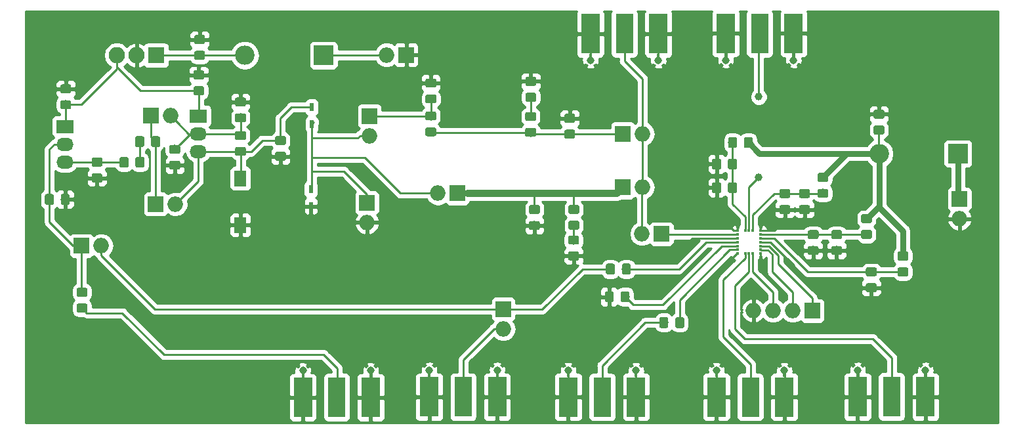
<source format=gbr>
G04 #@! TF.GenerationSoftware,KiCad,Pcbnew,(5.0.2)-1*
G04 #@! TF.CreationDate,2019-04-02T18:27:14-07:00*
G04 #@! TF.ProjectId,Complete PLL Board Rev2,436f6d70-6c65-4746-9520-504c4c20426f,rev?*
G04 #@! TF.SameCoordinates,Original*
G04 #@! TF.FileFunction,Copper,L1,Top*
G04 #@! TF.FilePolarity,Positive*
%FSLAX46Y46*%
G04 Gerber Fmt 4.6, Leading zero omitted, Abs format (unit mm)*
G04 Created by KiCad (PCBNEW (5.0.2)-1) date 4/2/2019 6:27:14 PM*
%MOMM*%
%LPD*%
G01*
G04 APERTURE LIST*
G04 #@! TA.AperFunction,Conductor*
%ADD10C,0.100000*%
G04 #@! TD*
G04 #@! TA.AperFunction,SMDPad,CuDef*
%ADD11C,1.150000*%
G04 #@! TD*
G04 #@! TA.AperFunction,SMDPad,CuDef*
%ADD12R,1.600000X2.000000*%
G04 #@! TD*
G04 #@! TA.AperFunction,ComponentPad*
%ADD13R,2.000000X2.000000*%
G04 #@! TD*
G04 #@! TA.AperFunction,ComponentPad*
%ADD14O,2.000000X2.000000*%
G04 #@! TD*
G04 #@! TA.AperFunction,ComponentPad*
%ADD15O,2.200000X1.717500*%
G04 #@! TD*
G04 #@! TA.AperFunction,ComponentPad*
%ADD16R,2.200000X1.717500*%
G04 #@! TD*
G04 #@! TA.AperFunction,ComponentPad*
%ADD17R,2.200000X1.700000*%
G04 #@! TD*
G04 #@! TA.AperFunction,ComponentPad*
%ADD18O,2.200000X1.700000*%
G04 #@! TD*
G04 #@! TA.AperFunction,Conductor*
%ADD19R,0.460000X0.950000*%
G04 #@! TD*
G04 #@! TA.AperFunction,ViaPad*
%ADD20C,0.970000*%
G04 #@! TD*
G04 #@! TA.AperFunction,SMDPad,CuDef*
%ADD21R,2.420000X5.080000*%
G04 #@! TD*
G04 #@! TA.AperFunction,SMDPad,CuDef*
%ADD22R,2.290000X5.080000*%
G04 #@! TD*
G04 #@! TA.AperFunction,ComponentPad*
%ADD23R,2.500000X2.500000*%
G04 #@! TD*
G04 #@! TA.AperFunction,ComponentPad*
%ADD24O,2.500000X2.500000*%
G04 #@! TD*
G04 #@! TA.AperFunction,SMDPad,CuDef*
%ADD25R,0.600000X1.100000*%
G04 #@! TD*
G04 #@! TA.AperFunction,SMDPad,CuDef*
%ADD26R,0.450000X0.300000*%
G04 #@! TD*
G04 #@! TA.AperFunction,SMDPad,CuDef*
%ADD27R,0.300000X0.450000*%
G04 #@! TD*
G04 #@! TA.AperFunction,ComponentPad*
%ADD28R,2.100000X2.100000*%
G04 #@! TD*
G04 #@! TA.AperFunction,ComponentPad*
%ADD29O,2.100000X2.100000*%
G04 #@! TD*
G04 #@! TA.AperFunction,ViaPad*
%ADD30C,0.800000*%
G04 #@! TD*
G04 #@! TA.AperFunction,ViaPad*
%ADD31C,0.900000*%
G04 #@! TD*
G04 #@! TA.AperFunction,ViaPad*
%ADD32C,1.000000*%
G04 #@! TD*
G04 #@! TA.AperFunction,Conductor*
%ADD33C,0.762000*%
G04 #@! TD*
G04 #@! TA.AperFunction,Conductor*
%ADD34C,0.250000*%
G04 #@! TD*
G04 #@! TA.AperFunction,Conductor*
%ADD35C,0.889000*%
G04 #@! TD*
G04 #@! TA.AperFunction,Conductor*
%ADD36C,0.254000*%
G04 #@! TD*
G04 APERTURE END LIST*
D10*
G04 #@! TO.N,GND*
G04 #@! TO.C,C24*
G36*
X134205505Y-86310604D02*
X134229773Y-86314204D01*
X134253572Y-86320165D01*
X134276671Y-86328430D01*
X134298850Y-86338920D01*
X134319893Y-86351532D01*
X134339599Y-86366147D01*
X134357777Y-86382623D01*
X134374253Y-86400801D01*
X134388868Y-86420507D01*
X134401480Y-86441550D01*
X134411970Y-86463729D01*
X134420235Y-86486828D01*
X134426196Y-86510627D01*
X134429796Y-86534895D01*
X134431000Y-86559399D01*
X134431000Y-87209401D01*
X134429796Y-87233905D01*
X134426196Y-87258173D01*
X134420235Y-87281972D01*
X134411970Y-87305071D01*
X134401480Y-87327250D01*
X134388868Y-87348293D01*
X134374253Y-87367999D01*
X134357777Y-87386177D01*
X134339599Y-87402653D01*
X134319893Y-87417268D01*
X134298850Y-87429880D01*
X134276671Y-87440370D01*
X134253572Y-87448635D01*
X134229773Y-87454596D01*
X134205505Y-87458196D01*
X134181001Y-87459400D01*
X133280999Y-87459400D01*
X133256495Y-87458196D01*
X133232227Y-87454596D01*
X133208428Y-87448635D01*
X133185329Y-87440370D01*
X133163150Y-87429880D01*
X133142107Y-87417268D01*
X133122401Y-87402653D01*
X133104223Y-87386177D01*
X133087747Y-87367999D01*
X133073132Y-87348293D01*
X133060520Y-87327250D01*
X133050030Y-87305071D01*
X133041765Y-87281972D01*
X133035804Y-87258173D01*
X133032204Y-87233905D01*
X133031000Y-87209401D01*
X133031000Y-86559399D01*
X133032204Y-86534895D01*
X133035804Y-86510627D01*
X133041765Y-86486828D01*
X133050030Y-86463729D01*
X133060520Y-86441550D01*
X133073132Y-86420507D01*
X133087747Y-86400801D01*
X133104223Y-86382623D01*
X133122401Y-86366147D01*
X133142107Y-86351532D01*
X133163150Y-86338920D01*
X133185329Y-86328430D01*
X133208428Y-86320165D01*
X133232227Y-86314204D01*
X133256495Y-86310604D01*
X133280999Y-86309400D01*
X134181001Y-86309400D01*
X134205505Y-86310604D01*
X134205505Y-86310604D01*
G37*
D11*
G04 #@! TD*
G04 #@! TO.P,C24,2*
G04 #@! TO.N,GND*
X133731000Y-86884400D03*
D10*
G04 #@! TO.N,Net-(C24-Pad1)*
G04 #@! TO.C,C24*
G36*
X134205505Y-88360604D02*
X134229773Y-88364204D01*
X134253572Y-88370165D01*
X134276671Y-88378430D01*
X134298850Y-88388920D01*
X134319893Y-88401532D01*
X134339599Y-88416147D01*
X134357777Y-88432623D01*
X134374253Y-88450801D01*
X134388868Y-88470507D01*
X134401480Y-88491550D01*
X134411970Y-88513729D01*
X134420235Y-88536828D01*
X134426196Y-88560627D01*
X134429796Y-88584895D01*
X134431000Y-88609399D01*
X134431000Y-89259401D01*
X134429796Y-89283905D01*
X134426196Y-89308173D01*
X134420235Y-89331972D01*
X134411970Y-89355071D01*
X134401480Y-89377250D01*
X134388868Y-89398293D01*
X134374253Y-89417999D01*
X134357777Y-89436177D01*
X134339599Y-89452653D01*
X134319893Y-89467268D01*
X134298850Y-89479880D01*
X134276671Y-89490370D01*
X134253572Y-89498635D01*
X134229773Y-89504596D01*
X134205505Y-89508196D01*
X134181001Y-89509400D01*
X133280999Y-89509400D01*
X133256495Y-89508196D01*
X133232227Y-89504596D01*
X133208428Y-89498635D01*
X133185329Y-89490370D01*
X133163150Y-89479880D01*
X133142107Y-89467268D01*
X133122401Y-89452653D01*
X133104223Y-89436177D01*
X133087747Y-89417999D01*
X133073132Y-89398293D01*
X133060520Y-89377250D01*
X133050030Y-89355071D01*
X133041765Y-89331972D01*
X133035804Y-89308173D01*
X133032204Y-89283905D01*
X133031000Y-89259401D01*
X133031000Y-88609399D01*
X133032204Y-88584895D01*
X133035804Y-88560627D01*
X133041765Y-88536828D01*
X133050030Y-88513729D01*
X133060520Y-88491550D01*
X133073132Y-88470507D01*
X133087747Y-88450801D01*
X133104223Y-88432623D01*
X133122401Y-88416147D01*
X133142107Y-88401532D01*
X133163150Y-88388920D01*
X133185329Y-88378430D01*
X133208428Y-88370165D01*
X133232227Y-88364204D01*
X133256495Y-88360604D01*
X133280999Y-88359400D01*
X134181001Y-88359400D01*
X134205505Y-88360604D01*
X134205505Y-88360604D01*
G37*
D11*
G04 #@! TD*
G04 #@! TO.P,C24,1*
G04 #@! TO.N,Net-(C24-Pad1)*
X133731000Y-88934400D03*
D10*
G04 #@! TO.N,Net-(C23-Pad1)*
G04 #@! TO.C,C23*
G36*
X147096005Y-88144704D02*
X147120273Y-88148304D01*
X147144072Y-88154265D01*
X147167171Y-88162530D01*
X147189350Y-88173020D01*
X147210393Y-88185632D01*
X147230099Y-88200247D01*
X147248277Y-88216723D01*
X147264753Y-88234901D01*
X147279368Y-88254607D01*
X147291980Y-88275650D01*
X147302470Y-88297829D01*
X147310735Y-88320928D01*
X147316696Y-88344727D01*
X147320296Y-88368995D01*
X147321500Y-88393499D01*
X147321500Y-89043501D01*
X147320296Y-89068005D01*
X147316696Y-89092273D01*
X147310735Y-89116072D01*
X147302470Y-89139171D01*
X147291980Y-89161350D01*
X147279368Y-89182393D01*
X147264753Y-89202099D01*
X147248277Y-89220277D01*
X147230099Y-89236753D01*
X147210393Y-89251368D01*
X147189350Y-89263980D01*
X147167171Y-89274470D01*
X147144072Y-89282735D01*
X147120273Y-89288696D01*
X147096005Y-89292296D01*
X147071501Y-89293500D01*
X146171499Y-89293500D01*
X146146995Y-89292296D01*
X146122727Y-89288696D01*
X146098928Y-89282735D01*
X146075829Y-89274470D01*
X146053650Y-89263980D01*
X146032607Y-89251368D01*
X146012901Y-89236753D01*
X145994723Y-89220277D01*
X145978247Y-89202099D01*
X145963632Y-89182393D01*
X145951020Y-89161350D01*
X145940530Y-89139171D01*
X145932265Y-89116072D01*
X145926304Y-89092273D01*
X145922704Y-89068005D01*
X145921500Y-89043501D01*
X145921500Y-88393499D01*
X145922704Y-88368995D01*
X145926304Y-88344727D01*
X145932265Y-88320928D01*
X145940530Y-88297829D01*
X145951020Y-88275650D01*
X145963632Y-88254607D01*
X145978247Y-88234901D01*
X145994723Y-88216723D01*
X146012901Y-88200247D01*
X146032607Y-88185632D01*
X146053650Y-88173020D01*
X146075829Y-88162530D01*
X146098928Y-88154265D01*
X146122727Y-88148304D01*
X146146995Y-88144704D01*
X146171499Y-88143500D01*
X147071501Y-88143500D01*
X147096005Y-88144704D01*
X147096005Y-88144704D01*
G37*
D11*
G04 #@! TD*
G04 #@! TO.P,C23,1*
G04 #@! TO.N,Net-(C23-Pad1)*
X146621500Y-88718500D03*
D10*
G04 #@! TO.N,GND*
G04 #@! TO.C,C23*
G36*
X147096005Y-86094704D02*
X147120273Y-86098304D01*
X147144072Y-86104265D01*
X147167171Y-86112530D01*
X147189350Y-86123020D01*
X147210393Y-86135632D01*
X147230099Y-86150247D01*
X147248277Y-86166723D01*
X147264753Y-86184901D01*
X147279368Y-86204607D01*
X147291980Y-86225650D01*
X147302470Y-86247829D01*
X147310735Y-86270928D01*
X147316696Y-86294727D01*
X147320296Y-86318995D01*
X147321500Y-86343499D01*
X147321500Y-86993501D01*
X147320296Y-87018005D01*
X147316696Y-87042273D01*
X147310735Y-87066072D01*
X147302470Y-87089171D01*
X147291980Y-87111350D01*
X147279368Y-87132393D01*
X147264753Y-87152099D01*
X147248277Y-87170277D01*
X147230099Y-87186753D01*
X147210393Y-87201368D01*
X147189350Y-87213980D01*
X147167171Y-87224470D01*
X147144072Y-87232735D01*
X147120273Y-87238696D01*
X147096005Y-87242296D01*
X147071501Y-87243500D01*
X146171499Y-87243500D01*
X146146995Y-87242296D01*
X146122727Y-87238696D01*
X146098928Y-87232735D01*
X146075829Y-87224470D01*
X146053650Y-87213980D01*
X146032607Y-87201368D01*
X146012901Y-87186753D01*
X145994723Y-87170277D01*
X145978247Y-87152099D01*
X145963632Y-87132393D01*
X145951020Y-87111350D01*
X145940530Y-87089171D01*
X145932265Y-87066072D01*
X145926304Y-87042273D01*
X145922704Y-87018005D01*
X145921500Y-86993501D01*
X145921500Y-86343499D01*
X145922704Y-86318995D01*
X145926304Y-86294727D01*
X145932265Y-86270928D01*
X145940530Y-86247829D01*
X145951020Y-86225650D01*
X145963632Y-86204607D01*
X145978247Y-86184901D01*
X145994723Y-86166723D01*
X146012901Y-86150247D01*
X146032607Y-86135632D01*
X146053650Y-86123020D01*
X146075829Y-86112530D01*
X146098928Y-86104265D01*
X146122727Y-86098304D01*
X146146995Y-86094704D01*
X146171499Y-86093500D01*
X147071501Y-86093500D01*
X147096005Y-86094704D01*
X147096005Y-86094704D01*
G37*
D11*
G04 #@! TD*
G04 #@! TO.P,C23,2*
G04 #@! TO.N,GND*
X146621500Y-86668500D03*
D12*
G04 #@! TO.P,C19,1*
G04 #@! TO.N,Net-(C15-Pad2)*
X109156500Y-99199700D03*
G04 #@! TO.P,C19,2*
G04 #@! TO.N,GND*
X109156500Y-105199700D03*
G04 #@! TD*
D13*
G04 #@! TO.P,J6,1*
G04 #@! TO.N,Net-(C20-Pad1)*
X98221800Y-102501700D03*
D14*
G04 #@! TO.P,J6,2*
G04 #@! TO.N,Net-(C15-Pad2)*
X100761800Y-102501700D03*
G04 #@! TD*
D10*
G04 #@! TO.N,Net-(C12-Pad2)*
G04 #@! TO.C,R7*
G36*
X147070605Y-92669604D02*
X147094873Y-92673204D01*
X147118672Y-92679165D01*
X147141771Y-92687430D01*
X147163950Y-92697920D01*
X147184993Y-92710532D01*
X147204699Y-92725147D01*
X147222877Y-92741623D01*
X147239353Y-92759801D01*
X147253968Y-92779507D01*
X147266580Y-92800550D01*
X147277070Y-92822729D01*
X147285335Y-92845828D01*
X147291296Y-92869627D01*
X147294896Y-92893895D01*
X147296100Y-92918399D01*
X147296100Y-93568401D01*
X147294896Y-93592905D01*
X147291296Y-93617173D01*
X147285335Y-93640972D01*
X147277070Y-93664071D01*
X147266580Y-93686250D01*
X147253968Y-93707293D01*
X147239353Y-93726999D01*
X147222877Y-93745177D01*
X147204699Y-93761653D01*
X147184993Y-93776268D01*
X147163950Y-93788880D01*
X147141771Y-93799370D01*
X147118672Y-93807635D01*
X147094873Y-93813596D01*
X147070605Y-93817196D01*
X147046101Y-93818400D01*
X146146099Y-93818400D01*
X146121595Y-93817196D01*
X146097327Y-93813596D01*
X146073528Y-93807635D01*
X146050429Y-93799370D01*
X146028250Y-93788880D01*
X146007207Y-93776268D01*
X145987501Y-93761653D01*
X145969323Y-93745177D01*
X145952847Y-93726999D01*
X145938232Y-93707293D01*
X145925620Y-93686250D01*
X145915130Y-93664071D01*
X145906865Y-93640972D01*
X145900904Y-93617173D01*
X145897304Y-93592905D01*
X145896100Y-93568401D01*
X145896100Y-92918399D01*
X145897304Y-92893895D01*
X145900904Y-92869627D01*
X145906865Y-92845828D01*
X145915130Y-92822729D01*
X145925620Y-92800550D01*
X145938232Y-92779507D01*
X145952847Y-92759801D01*
X145969323Y-92741623D01*
X145987501Y-92725147D01*
X146007207Y-92710532D01*
X146028250Y-92697920D01*
X146050429Y-92687430D01*
X146073528Y-92679165D01*
X146097327Y-92673204D01*
X146121595Y-92669604D01*
X146146099Y-92668400D01*
X147046101Y-92668400D01*
X147070605Y-92669604D01*
X147070605Y-92669604D01*
G37*
D11*
G04 #@! TD*
G04 #@! TO.P,R7,1*
G04 #@! TO.N,Net-(C12-Pad2)*
X146596100Y-93243400D03*
D10*
G04 #@! TO.N,Net-(C23-Pad1)*
G04 #@! TO.C,R7*
G36*
X147070605Y-90619604D02*
X147094873Y-90623204D01*
X147118672Y-90629165D01*
X147141771Y-90637430D01*
X147163950Y-90647920D01*
X147184993Y-90660532D01*
X147204699Y-90675147D01*
X147222877Y-90691623D01*
X147239353Y-90709801D01*
X147253968Y-90729507D01*
X147266580Y-90750550D01*
X147277070Y-90772729D01*
X147285335Y-90795828D01*
X147291296Y-90819627D01*
X147294896Y-90843895D01*
X147296100Y-90868399D01*
X147296100Y-91518401D01*
X147294896Y-91542905D01*
X147291296Y-91567173D01*
X147285335Y-91590972D01*
X147277070Y-91614071D01*
X147266580Y-91636250D01*
X147253968Y-91657293D01*
X147239353Y-91676999D01*
X147222877Y-91695177D01*
X147204699Y-91711653D01*
X147184993Y-91726268D01*
X147163950Y-91738880D01*
X147141771Y-91749370D01*
X147118672Y-91757635D01*
X147094873Y-91763596D01*
X147070605Y-91767196D01*
X147046101Y-91768400D01*
X146146099Y-91768400D01*
X146121595Y-91767196D01*
X146097327Y-91763596D01*
X146073528Y-91757635D01*
X146050429Y-91749370D01*
X146028250Y-91738880D01*
X146007207Y-91726268D01*
X145987501Y-91711653D01*
X145969323Y-91695177D01*
X145952847Y-91676999D01*
X145938232Y-91657293D01*
X145925620Y-91636250D01*
X145915130Y-91614071D01*
X145906865Y-91590972D01*
X145900904Y-91567173D01*
X145897304Y-91542905D01*
X145896100Y-91518401D01*
X145896100Y-90868399D01*
X145897304Y-90843895D01*
X145900904Y-90819627D01*
X145906865Y-90795828D01*
X145915130Y-90772729D01*
X145925620Y-90750550D01*
X145938232Y-90729507D01*
X145952847Y-90709801D01*
X145969323Y-90691623D01*
X145987501Y-90675147D01*
X146007207Y-90660532D01*
X146028250Y-90647920D01*
X146050429Y-90637430D01*
X146073528Y-90629165D01*
X146097327Y-90623204D01*
X146121595Y-90619604D01*
X146146099Y-90618400D01*
X147046101Y-90618400D01*
X147070605Y-90619604D01*
X147070605Y-90619604D01*
G37*
D11*
G04 #@! TD*
G04 #@! TO.P,R7,2*
G04 #@! TO.N,Net-(C23-Pad1)*
X146596100Y-91193400D03*
D10*
G04 #@! TO.N,Net-(C20-Pad2)*
G04 #@! TO.C,R8*
G36*
X96539305Y-96405404D02*
X96563573Y-96409004D01*
X96587372Y-96414965D01*
X96610471Y-96423230D01*
X96632650Y-96433720D01*
X96653693Y-96446332D01*
X96673399Y-96460947D01*
X96691577Y-96477423D01*
X96708053Y-96495601D01*
X96722668Y-96515307D01*
X96735280Y-96536350D01*
X96745770Y-96558529D01*
X96754035Y-96581628D01*
X96759996Y-96605427D01*
X96763596Y-96629695D01*
X96764800Y-96654199D01*
X96764800Y-97554201D01*
X96763596Y-97578705D01*
X96759996Y-97602973D01*
X96754035Y-97626772D01*
X96745770Y-97649871D01*
X96735280Y-97672050D01*
X96722668Y-97693093D01*
X96708053Y-97712799D01*
X96691577Y-97730977D01*
X96673399Y-97747453D01*
X96653693Y-97762068D01*
X96632650Y-97774680D01*
X96610471Y-97785170D01*
X96587372Y-97793435D01*
X96563573Y-97799396D01*
X96539305Y-97802996D01*
X96514801Y-97804200D01*
X95864799Y-97804200D01*
X95840295Y-97802996D01*
X95816027Y-97799396D01*
X95792228Y-97793435D01*
X95769129Y-97785170D01*
X95746950Y-97774680D01*
X95725907Y-97762068D01*
X95706201Y-97747453D01*
X95688023Y-97730977D01*
X95671547Y-97712799D01*
X95656932Y-97693093D01*
X95644320Y-97672050D01*
X95633830Y-97649871D01*
X95625565Y-97626772D01*
X95619604Y-97602973D01*
X95616004Y-97578705D01*
X95614800Y-97554201D01*
X95614800Y-96654199D01*
X95616004Y-96629695D01*
X95619604Y-96605427D01*
X95625565Y-96581628D01*
X95633830Y-96558529D01*
X95644320Y-96536350D01*
X95656932Y-96515307D01*
X95671547Y-96495601D01*
X95688023Y-96477423D01*
X95706201Y-96460947D01*
X95725907Y-96446332D01*
X95746950Y-96433720D01*
X95769129Y-96423230D01*
X95792228Y-96414965D01*
X95816027Y-96409004D01*
X95840295Y-96405404D01*
X95864799Y-96404200D01*
X96514801Y-96404200D01*
X96539305Y-96405404D01*
X96539305Y-96405404D01*
G37*
D11*
G04 #@! TD*
G04 #@! TO.P,R8,2*
G04 #@! TO.N,Net-(C20-Pad2)*
X96189800Y-97104200D03*
D10*
G04 #@! TO.N,Net-(Q2-Pad3)*
G04 #@! TO.C,R8*
G36*
X94489305Y-96405404D02*
X94513573Y-96409004D01*
X94537372Y-96414965D01*
X94560471Y-96423230D01*
X94582650Y-96433720D01*
X94603693Y-96446332D01*
X94623399Y-96460947D01*
X94641577Y-96477423D01*
X94658053Y-96495601D01*
X94672668Y-96515307D01*
X94685280Y-96536350D01*
X94695770Y-96558529D01*
X94704035Y-96581628D01*
X94709996Y-96605427D01*
X94713596Y-96629695D01*
X94714800Y-96654199D01*
X94714800Y-97554201D01*
X94713596Y-97578705D01*
X94709996Y-97602973D01*
X94704035Y-97626772D01*
X94695770Y-97649871D01*
X94685280Y-97672050D01*
X94672668Y-97693093D01*
X94658053Y-97712799D01*
X94641577Y-97730977D01*
X94623399Y-97747453D01*
X94603693Y-97762068D01*
X94582650Y-97774680D01*
X94560471Y-97785170D01*
X94537372Y-97793435D01*
X94513573Y-97799396D01*
X94489305Y-97802996D01*
X94464801Y-97804200D01*
X93814799Y-97804200D01*
X93790295Y-97802996D01*
X93766027Y-97799396D01*
X93742228Y-97793435D01*
X93719129Y-97785170D01*
X93696950Y-97774680D01*
X93675907Y-97762068D01*
X93656201Y-97747453D01*
X93638023Y-97730977D01*
X93621547Y-97712799D01*
X93606932Y-97693093D01*
X93594320Y-97672050D01*
X93583830Y-97649871D01*
X93575565Y-97626772D01*
X93569604Y-97602973D01*
X93566004Y-97578705D01*
X93564800Y-97554201D01*
X93564800Y-96654199D01*
X93566004Y-96629695D01*
X93569604Y-96605427D01*
X93575565Y-96581628D01*
X93583830Y-96558529D01*
X93594320Y-96536350D01*
X93606932Y-96515307D01*
X93621547Y-96495601D01*
X93638023Y-96477423D01*
X93656201Y-96460947D01*
X93675907Y-96446332D01*
X93696950Y-96433720D01*
X93719129Y-96423230D01*
X93742228Y-96414965D01*
X93766027Y-96409004D01*
X93790295Y-96405404D01*
X93814799Y-96404200D01*
X94464801Y-96404200D01*
X94489305Y-96405404D01*
X94489305Y-96405404D01*
G37*
D11*
G04 #@! TD*
G04 #@! TO.P,R8,1*
G04 #@! TO.N,Net-(Q2-Pad3)*
X94139800Y-97104200D03*
D10*
G04 #@! TO.N,Net-(C17-Pad2)*
G04 #@! TO.C,C17*
G36*
X89196705Y-115331704D02*
X89220973Y-115335304D01*
X89244772Y-115341265D01*
X89267871Y-115349530D01*
X89290050Y-115360020D01*
X89311093Y-115372632D01*
X89330799Y-115387247D01*
X89348977Y-115403723D01*
X89365453Y-115421901D01*
X89380068Y-115441607D01*
X89392680Y-115462650D01*
X89403170Y-115484829D01*
X89411435Y-115507928D01*
X89417396Y-115531727D01*
X89420996Y-115555995D01*
X89422200Y-115580499D01*
X89422200Y-116230501D01*
X89420996Y-116255005D01*
X89417396Y-116279273D01*
X89411435Y-116303072D01*
X89403170Y-116326171D01*
X89392680Y-116348350D01*
X89380068Y-116369393D01*
X89365453Y-116389099D01*
X89348977Y-116407277D01*
X89330799Y-116423753D01*
X89311093Y-116438368D01*
X89290050Y-116450980D01*
X89267871Y-116461470D01*
X89244772Y-116469735D01*
X89220973Y-116475696D01*
X89196705Y-116479296D01*
X89172201Y-116480500D01*
X88272199Y-116480500D01*
X88247695Y-116479296D01*
X88223427Y-116475696D01*
X88199628Y-116469735D01*
X88176529Y-116461470D01*
X88154350Y-116450980D01*
X88133307Y-116438368D01*
X88113601Y-116423753D01*
X88095423Y-116407277D01*
X88078947Y-116389099D01*
X88064332Y-116369393D01*
X88051720Y-116348350D01*
X88041230Y-116326171D01*
X88032965Y-116303072D01*
X88027004Y-116279273D01*
X88023404Y-116255005D01*
X88022200Y-116230501D01*
X88022200Y-115580499D01*
X88023404Y-115555995D01*
X88027004Y-115531727D01*
X88032965Y-115507928D01*
X88041230Y-115484829D01*
X88051720Y-115462650D01*
X88064332Y-115441607D01*
X88078947Y-115421901D01*
X88095423Y-115403723D01*
X88113601Y-115387247D01*
X88133307Y-115372632D01*
X88154350Y-115360020D01*
X88176529Y-115349530D01*
X88199628Y-115341265D01*
X88223427Y-115335304D01*
X88247695Y-115331704D01*
X88272199Y-115330500D01*
X89172201Y-115330500D01*
X89196705Y-115331704D01*
X89196705Y-115331704D01*
G37*
D11*
G04 #@! TD*
G04 #@! TO.P,C17,2*
G04 #@! TO.N,Net-(C17-Pad2)*
X88722200Y-115905500D03*
D10*
G04 #@! TO.N,Net-(C17-Pad1)*
G04 #@! TO.C,C17*
G36*
X89196705Y-113281704D02*
X89220973Y-113285304D01*
X89244772Y-113291265D01*
X89267871Y-113299530D01*
X89290050Y-113310020D01*
X89311093Y-113322632D01*
X89330799Y-113337247D01*
X89348977Y-113353723D01*
X89365453Y-113371901D01*
X89380068Y-113391607D01*
X89392680Y-113412650D01*
X89403170Y-113434829D01*
X89411435Y-113457928D01*
X89417396Y-113481727D01*
X89420996Y-113505995D01*
X89422200Y-113530499D01*
X89422200Y-114180501D01*
X89420996Y-114205005D01*
X89417396Y-114229273D01*
X89411435Y-114253072D01*
X89403170Y-114276171D01*
X89392680Y-114298350D01*
X89380068Y-114319393D01*
X89365453Y-114339099D01*
X89348977Y-114357277D01*
X89330799Y-114373753D01*
X89311093Y-114388368D01*
X89290050Y-114400980D01*
X89267871Y-114411470D01*
X89244772Y-114419735D01*
X89220973Y-114425696D01*
X89196705Y-114429296D01*
X89172201Y-114430500D01*
X88272199Y-114430500D01*
X88247695Y-114429296D01*
X88223427Y-114425696D01*
X88199628Y-114419735D01*
X88176529Y-114411470D01*
X88154350Y-114400980D01*
X88133307Y-114388368D01*
X88113601Y-114373753D01*
X88095423Y-114357277D01*
X88078947Y-114339099D01*
X88064332Y-114319393D01*
X88051720Y-114298350D01*
X88041230Y-114276171D01*
X88032965Y-114253072D01*
X88027004Y-114229273D01*
X88023404Y-114205005D01*
X88022200Y-114180501D01*
X88022200Y-113530499D01*
X88023404Y-113505995D01*
X88027004Y-113481727D01*
X88032965Y-113457928D01*
X88041230Y-113434829D01*
X88051720Y-113412650D01*
X88064332Y-113391607D01*
X88078947Y-113371901D01*
X88095423Y-113353723D01*
X88113601Y-113337247D01*
X88133307Y-113322632D01*
X88154350Y-113310020D01*
X88176529Y-113299530D01*
X88199628Y-113291265D01*
X88223427Y-113285304D01*
X88247695Y-113281704D01*
X88272199Y-113280500D01*
X89172201Y-113280500D01*
X89196705Y-113281704D01*
X89196705Y-113281704D01*
G37*
D11*
G04 #@! TD*
G04 #@! TO.P,C17,1*
G04 #@! TO.N,Net-(C17-Pad1)*
X88722200Y-113855500D03*
D10*
G04 #@! TO.N,Net-(C14-Pad1)*
G04 #@! TO.C,C14*
G36*
X152620505Y-106563404D02*
X152644773Y-106567004D01*
X152668572Y-106572965D01*
X152691671Y-106581230D01*
X152713850Y-106591720D01*
X152734893Y-106604332D01*
X152754599Y-106618947D01*
X152772777Y-106635423D01*
X152789253Y-106653601D01*
X152803868Y-106673307D01*
X152816480Y-106694350D01*
X152826970Y-106716529D01*
X152835235Y-106739628D01*
X152841196Y-106763427D01*
X152844796Y-106787695D01*
X152846000Y-106812199D01*
X152846000Y-107462201D01*
X152844796Y-107486705D01*
X152841196Y-107510973D01*
X152835235Y-107534772D01*
X152826970Y-107557871D01*
X152816480Y-107580050D01*
X152803868Y-107601093D01*
X152789253Y-107620799D01*
X152772777Y-107638977D01*
X152754599Y-107655453D01*
X152734893Y-107670068D01*
X152713850Y-107682680D01*
X152691671Y-107693170D01*
X152668572Y-107701435D01*
X152644773Y-107707396D01*
X152620505Y-107710996D01*
X152596001Y-107712200D01*
X151695999Y-107712200D01*
X151671495Y-107710996D01*
X151647227Y-107707396D01*
X151623428Y-107701435D01*
X151600329Y-107693170D01*
X151578150Y-107682680D01*
X151557107Y-107670068D01*
X151537401Y-107655453D01*
X151519223Y-107638977D01*
X151502747Y-107620799D01*
X151488132Y-107601093D01*
X151475520Y-107580050D01*
X151465030Y-107557871D01*
X151456765Y-107534772D01*
X151450804Y-107510973D01*
X151447204Y-107486705D01*
X151446000Y-107462201D01*
X151446000Y-106812199D01*
X151447204Y-106787695D01*
X151450804Y-106763427D01*
X151456765Y-106739628D01*
X151465030Y-106716529D01*
X151475520Y-106694350D01*
X151488132Y-106673307D01*
X151502747Y-106653601D01*
X151519223Y-106635423D01*
X151537401Y-106618947D01*
X151557107Y-106604332D01*
X151578150Y-106591720D01*
X151600329Y-106581230D01*
X151623428Y-106572965D01*
X151647227Y-106567004D01*
X151671495Y-106563404D01*
X151695999Y-106562200D01*
X152596001Y-106562200D01*
X152620505Y-106563404D01*
X152620505Y-106563404D01*
G37*
D11*
G04 #@! TD*
G04 #@! TO.P,C14,1*
G04 #@! TO.N,Net-(C14-Pad1)*
X152146000Y-107137200D03*
D10*
G04 #@! TO.N,GND*
G04 #@! TO.C,C14*
G36*
X152620505Y-108613404D02*
X152644773Y-108617004D01*
X152668572Y-108622965D01*
X152691671Y-108631230D01*
X152713850Y-108641720D01*
X152734893Y-108654332D01*
X152754599Y-108668947D01*
X152772777Y-108685423D01*
X152789253Y-108703601D01*
X152803868Y-108723307D01*
X152816480Y-108744350D01*
X152826970Y-108766529D01*
X152835235Y-108789628D01*
X152841196Y-108813427D01*
X152844796Y-108837695D01*
X152846000Y-108862199D01*
X152846000Y-109512201D01*
X152844796Y-109536705D01*
X152841196Y-109560973D01*
X152835235Y-109584772D01*
X152826970Y-109607871D01*
X152816480Y-109630050D01*
X152803868Y-109651093D01*
X152789253Y-109670799D01*
X152772777Y-109688977D01*
X152754599Y-109705453D01*
X152734893Y-109720068D01*
X152713850Y-109732680D01*
X152691671Y-109743170D01*
X152668572Y-109751435D01*
X152644773Y-109757396D01*
X152620505Y-109760996D01*
X152596001Y-109762200D01*
X151695999Y-109762200D01*
X151671495Y-109760996D01*
X151647227Y-109757396D01*
X151623428Y-109751435D01*
X151600329Y-109743170D01*
X151578150Y-109732680D01*
X151557107Y-109720068D01*
X151537401Y-109705453D01*
X151519223Y-109688977D01*
X151502747Y-109670799D01*
X151488132Y-109651093D01*
X151475520Y-109630050D01*
X151465030Y-109607871D01*
X151456765Y-109584772D01*
X151450804Y-109560973D01*
X151447204Y-109536705D01*
X151446000Y-109512201D01*
X151446000Y-108862199D01*
X151447204Y-108837695D01*
X151450804Y-108813427D01*
X151456765Y-108789628D01*
X151465030Y-108766529D01*
X151475520Y-108744350D01*
X151488132Y-108723307D01*
X151502747Y-108703601D01*
X151519223Y-108685423D01*
X151537401Y-108668947D01*
X151557107Y-108654332D01*
X151578150Y-108641720D01*
X151600329Y-108631230D01*
X151623428Y-108622965D01*
X151647227Y-108617004D01*
X151671495Y-108613404D01*
X151695999Y-108612200D01*
X152596001Y-108612200D01*
X152620505Y-108613404D01*
X152620505Y-108613404D01*
G37*
D11*
G04 #@! TD*
G04 #@! TO.P,C14,2*
G04 #@! TO.N,GND*
X152146000Y-109187200D03*
D15*
G04 #@! TO.P,Q2,3*
G04 #@! TO.N,Net-(Q2-Pad3)*
X86512400Y-97061400D03*
G04 #@! TO.P,Q2,2*
G04 #@! TO.N,Net-(C17-Pad1)*
X86512400Y-94771400D03*
D16*
G04 #@! TO.P,Q2,1*
G04 #@! TO.N,8V*
X86512400Y-92481400D03*
G04 #@! TD*
D17*
G04 #@! TO.P,Q1,1*
G04 #@! TO.N,8V*
X103733600Y-91127200D03*
D18*
G04 #@! TO.P,Q1,2*
G04 #@! TO.N,Net-(C15-Pad1)*
X103733600Y-93417200D03*
G04 #@! TO.P,Q1,3*
G04 #@! TO.N,Net-(C15-Pad2)*
X103733600Y-95707200D03*
G04 #@! TD*
D19*
G04 #@! TO.N,GND*
G04 #@! TO.C,FoLD1*
X197547000Y-124340200D03*
X188787000Y-124340200D03*
D20*
X197547000Y-123890200D03*
X188787000Y-123890200D03*
D21*
G04 #@! TD*
G04 #@! TO.P,FoLD1,2*
G04 #@! TO.N,GND*
X197547000Y-127330200D03*
G04 #@! TO.P,FoLD1,2*
G04 #@! TO.N,GND*
X188787000Y-127330200D03*
D22*
G04 #@! TO.P,FoLD1,1*
G04 #@! TO.N,FoLD*
X193167000Y-127330200D03*
G04 #@! TD*
G04 #@! TO.P,FL1,1*
G04 #@! TO.N,FL*
X176149000Y-80492600D03*
D21*
G04 #@! TO.P,FL1,2*
G04 #@! TO.N,GND*
X180529000Y-80492600D03*
X171769000Y-80492600D03*
D20*
G04 #@! TD*
G04 #@! TO.N,GND*
G04 #@! TO.C,FL1*
X180529000Y-83932600D03*
G04 #@! TO.N,GND*
G04 #@! TO.C,FL1*
X171769000Y-83932600D03*
D19*
X180529000Y-83482600D03*
X171769000Y-83482600D03*
G04 #@! TD*
G04 #@! TO.N,GND*
G04 #@! TO.C,Test_CP1*
X154319200Y-83508000D03*
X163079200Y-83508000D03*
D20*
X154319200Y-83958000D03*
X163079200Y-83958000D03*
D21*
G04 #@! TD*
G04 #@! TO.P,Test_CP1,2*
G04 #@! TO.N,GND*
X154319200Y-80518000D03*
G04 #@! TO.P,Test_CP1,2*
G04 #@! TO.N,GND*
X163079200Y-80518000D03*
D22*
G04 #@! TO.P,Test_CP1,1*
G04 #@! TO.N,Net-(J13-Pad2)*
X158699200Y-80518000D03*
G04 #@! TD*
G04 #@! TO.P,OSC_OUT1,1*
G04 #@! TO.N,OSC_OUT*
X174955200Y-127381000D03*
D21*
G04 #@! TO.P,OSC_OUT1,2*
G04 #@! TO.N,GND*
X170575200Y-127381000D03*
X179335200Y-127381000D03*
D20*
G04 #@! TD*
G04 #@! TO.N,GND*
G04 #@! TO.C,OSC_OUT1*
X170575200Y-123941000D03*
G04 #@! TO.N,GND*
G04 #@! TO.C,OSC_OUT1*
X179335200Y-123941000D03*
D19*
X170575200Y-124391000D03*
X179335200Y-124391000D03*
G04 #@! TD*
D10*
G04 #@! TO.N,GND*
G04 #@! TO.C,C1*
G36*
X192015905Y-90332804D02*
X192040173Y-90336404D01*
X192063972Y-90342365D01*
X192087071Y-90350630D01*
X192109250Y-90361120D01*
X192130293Y-90373732D01*
X192149999Y-90388347D01*
X192168177Y-90404823D01*
X192184653Y-90423001D01*
X192199268Y-90442707D01*
X192211880Y-90463750D01*
X192222370Y-90485929D01*
X192230635Y-90509028D01*
X192236596Y-90532827D01*
X192240196Y-90557095D01*
X192241400Y-90581599D01*
X192241400Y-91231601D01*
X192240196Y-91256105D01*
X192236596Y-91280373D01*
X192230635Y-91304172D01*
X192222370Y-91327271D01*
X192211880Y-91349450D01*
X192199268Y-91370493D01*
X192184653Y-91390199D01*
X192168177Y-91408377D01*
X192149999Y-91424853D01*
X192130293Y-91439468D01*
X192109250Y-91452080D01*
X192087071Y-91462570D01*
X192063972Y-91470835D01*
X192040173Y-91476796D01*
X192015905Y-91480396D01*
X191991401Y-91481600D01*
X191091399Y-91481600D01*
X191066895Y-91480396D01*
X191042627Y-91476796D01*
X191018828Y-91470835D01*
X190995729Y-91462570D01*
X190973550Y-91452080D01*
X190952507Y-91439468D01*
X190932801Y-91424853D01*
X190914623Y-91408377D01*
X190898147Y-91390199D01*
X190883532Y-91370493D01*
X190870920Y-91349450D01*
X190860430Y-91327271D01*
X190852165Y-91304172D01*
X190846204Y-91280373D01*
X190842604Y-91256105D01*
X190841400Y-91231601D01*
X190841400Y-90581599D01*
X190842604Y-90557095D01*
X190846204Y-90532827D01*
X190852165Y-90509028D01*
X190860430Y-90485929D01*
X190870920Y-90463750D01*
X190883532Y-90442707D01*
X190898147Y-90423001D01*
X190914623Y-90404823D01*
X190932801Y-90388347D01*
X190952507Y-90373732D01*
X190973550Y-90361120D01*
X190995729Y-90350630D01*
X191018828Y-90342365D01*
X191042627Y-90336404D01*
X191066895Y-90332804D01*
X191091399Y-90331600D01*
X191991401Y-90331600D01*
X192015905Y-90332804D01*
X192015905Y-90332804D01*
G37*
D11*
G04 #@! TD*
G04 #@! TO.P,C1,1*
G04 #@! TO.N,GND*
X191541400Y-90906600D03*
D10*
G04 #@! TO.N,PLL_Power*
G04 #@! TO.C,C1*
G36*
X192015905Y-92382804D02*
X192040173Y-92386404D01*
X192063972Y-92392365D01*
X192087071Y-92400630D01*
X192109250Y-92411120D01*
X192130293Y-92423732D01*
X192149999Y-92438347D01*
X192168177Y-92454823D01*
X192184653Y-92473001D01*
X192199268Y-92492707D01*
X192211880Y-92513750D01*
X192222370Y-92535929D01*
X192230635Y-92559028D01*
X192236596Y-92582827D01*
X192240196Y-92607095D01*
X192241400Y-92631599D01*
X192241400Y-93281601D01*
X192240196Y-93306105D01*
X192236596Y-93330373D01*
X192230635Y-93354172D01*
X192222370Y-93377271D01*
X192211880Y-93399450D01*
X192199268Y-93420493D01*
X192184653Y-93440199D01*
X192168177Y-93458377D01*
X192149999Y-93474853D01*
X192130293Y-93489468D01*
X192109250Y-93502080D01*
X192087071Y-93512570D01*
X192063972Y-93520835D01*
X192040173Y-93526796D01*
X192015905Y-93530396D01*
X191991401Y-93531600D01*
X191091399Y-93531600D01*
X191066895Y-93530396D01*
X191042627Y-93526796D01*
X191018828Y-93520835D01*
X190995729Y-93512570D01*
X190973550Y-93502080D01*
X190952507Y-93489468D01*
X190932801Y-93474853D01*
X190914623Y-93458377D01*
X190898147Y-93440199D01*
X190883532Y-93420493D01*
X190870920Y-93399450D01*
X190860430Y-93377271D01*
X190852165Y-93354172D01*
X190846204Y-93330373D01*
X190842604Y-93306105D01*
X190841400Y-93281601D01*
X190841400Y-92631599D01*
X190842604Y-92607095D01*
X190846204Y-92582827D01*
X190852165Y-92559028D01*
X190860430Y-92535929D01*
X190870920Y-92513750D01*
X190883532Y-92492707D01*
X190898147Y-92473001D01*
X190914623Y-92454823D01*
X190932801Y-92438347D01*
X190952507Y-92423732D01*
X190973550Y-92411120D01*
X190995729Y-92400630D01*
X191018828Y-92392365D01*
X191042627Y-92386404D01*
X191066895Y-92382804D01*
X191091399Y-92381600D01*
X191991401Y-92381600D01*
X192015905Y-92382804D01*
X192015905Y-92382804D01*
G37*
D11*
G04 #@! TD*
G04 #@! TO.P,C1,2*
G04 #@! TO.N,PLL_Power*
X191541400Y-92956600D03*
D10*
G04 #@! TO.N,GND*
G04 #@! TO.C,C2*
G36*
X183532305Y-107902204D02*
X183556573Y-107905804D01*
X183580372Y-107911765D01*
X183603471Y-107920030D01*
X183625650Y-107930520D01*
X183646693Y-107943132D01*
X183666399Y-107957747D01*
X183684577Y-107974223D01*
X183701053Y-107992401D01*
X183715668Y-108012107D01*
X183728280Y-108033150D01*
X183738770Y-108055329D01*
X183747035Y-108078428D01*
X183752996Y-108102227D01*
X183756596Y-108126495D01*
X183757800Y-108150999D01*
X183757800Y-108801001D01*
X183756596Y-108825505D01*
X183752996Y-108849773D01*
X183747035Y-108873572D01*
X183738770Y-108896671D01*
X183728280Y-108918850D01*
X183715668Y-108939893D01*
X183701053Y-108959599D01*
X183684577Y-108977777D01*
X183666399Y-108994253D01*
X183646693Y-109008868D01*
X183625650Y-109021480D01*
X183603471Y-109031970D01*
X183580372Y-109040235D01*
X183556573Y-109046196D01*
X183532305Y-109049796D01*
X183507801Y-109051000D01*
X182607799Y-109051000D01*
X182583295Y-109049796D01*
X182559027Y-109046196D01*
X182535228Y-109040235D01*
X182512129Y-109031970D01*
X182489950Y-109021480D01*
X182468907Y-109008868D01*
X182449201Y-108994253D01*
X182431023Y-108977777D01*
X182414547Y-108959599D01*
X182399932Y-108939893D01*
X182387320Y-108918850D01*
X182376830Y-108896671D01*
X182368565Y-108873572D01*
X182362604Y-108849773D01*
X182359004Y-108825505D01*
X182357800Y-108801001D01*
X182357800Y-108150999D01*
X182359004Y-108126495D01*
X182362604Y-108102227D01*
X182368565Y-108078428D01*
X182376830Y-108055329D01*
X182387320Y-108033150D01*
X182399932Y-108012107D01*
X182414547Y-107992401D01*
X182431023Y-107974223D01*
X182449201Y-107957747D01*
X182468907Y-107943132D01*
X182489950Y-107930520D01*
X182512129Y-107920030D01*
X182535228Y-107911765D01*
X182559027Y-107905804D01*
X182583295Y-107902204D01*
X182607799Y-107901000D01*
X183507801Y-107901000D01*
X183532305Y-107902204D01*
X183532305Y-107902204D01*
G37*
D11*
G04 #@! TD*
G04 #@! TO.P,C2,1*
G04 #@! TO.N,GND*
X183057800Y-108476000D03*
D10*
G04 #@! TO.N,V_uC*
G04 #@! TO.C,C2*
G36*
X183532305Y-105852204D02*
X183556573Y-105855804D01*
X183580372Y-105861765D01*
X183603471Y-105870030D01*
X183625650Y-105880520D01*
X183646693Y-105893132D01*
X183666399Y-105907747D01*
X183684577Y-105924223D01*
X183701053Y-105942401D01*
X183715668Y-105962107D01*
X183728280Y-105983150D01*
X183738770Y-106005329D01*
X183747035Y-106028428D01*
X183752996Y-106052227D01*
X183756596Y-106076495D01*
X183757800Y-106100999D01*
X183757800Y-106751001D01*
X183756596Y-106775505D01*
X183752996Y-106799773D01*
X183747035Y-106823572D01*
X183738770Y-106846671D01*
X183728280Y-106868850D01*
X183715668Y-106889893D01*
X183701053Y-106909599D01*
X183684577Y-106927777D01*
X183666399Y-106944253D01*
X183646693Y-106958868D01*
X183625650Y-106971480D01*
X183603471Y-106981970D01*
X183580372Y-106990235D01*
X183556573Y-106996196D01*
X183532305Y-106999796D01*
X183507801Y-107001000D01*
X182607799Y-107001000D01*
X182583295Y-106999796D01*
X182559027Y-106996196D01*
X182535228Y-106990235D01*
X182512129Y-106981970D01*
X182489950Y-106971480D01*
X182468907Y-106958868D01*
X182449201Y-106944253D01*
X182431023Y-106927777D01*
X182414547Y-106909599D01*
X182399932Y-106889893D01*
X182387320Y-106868850D01*
X182376830Y-106846671D01*
X182368565Y-106823572D01*
X182362604Y-106799773D01*
X182359004Y-106775505D01*
X182357800Y-106751001D01*
X182357800Y-106100999D01*
X182359004Y-106076495D01*
X182362604Y-106052227D01*
X182368565Y-106028428D01*
X182376830Y-106005329D01*
X182387320Y-105983150D01*
X182399932Y-105962107D01*
X182414547Y-105942401D01*
X182431023Y-105924223D01*
X182449201Y-105907747D01*
X182468907Y-105893132D01*
X182489950Y-105880520D01*
X182512129Y-105870030D01*
X182535228Y-105861765D01*
X182559027Y-105855804D01*
X182583295Y-105852204D01*
X182607799Y-105851000D01*
X183507801Y-105851000D01*
X183532305Y-105852204D01*
X183532305Y-105852204D01*
G37*
D11*
G04 #@! TD*
G04 #@! TO.P,C2,2*
G04 #@! TO.N,V_uC*
X183057800Y-106426000D03*
D10*
G04 #@! TO.N,V_uC*
G04 #@! TO.C,C3*
G36*
X186554905Y-105852204D02*
X186579173Y-105855804D01*
X186602972Y-105861765D01*
X186626071Y-105870030D01*
X186648250Y-105880520D01*
X186669293Y-105893132D01*
X186688999Y-105907747D01*
X186707177Y-105924223D01*
X186723653Y-105942401D01*
X186738268Y-105962107D01*
X186750880Y-105983150D01*
X186761370Y-106005329D01*
X186769635Y-106028428D01*
X186775596Y-106052227D01*
X186779196Y-106076495D01*
X186780400Y-106100999D01*
X186780400Y-106751001D01*
X186779196Y-106775505D01*
X186775596Y-106799773D01*
X186769635Y-106823572D01*
X186761370Y-106846671D01*
X186750880Y-106868850D01*
X186738268Y-106889893D01*
X186723653Y-106909599D01*
X186707177Y-106927777D01*
X186688999Y-106944253D01*
X186669293Y-106958868D01*
X186648250Y-106971480D01*
X186626071Y-106981970D01*
X186602972Y-106990235D01*
X186579173Y-106996196D01*
X186554905Y-106999796D01*
X186530401Y-107001000D01*
X185630399Y-107001000D01*
X185605895Y-106999796D01*
X185581627Y-106996196D01*
X185557828Y-106990235D01*
X185534729Y-106981970D01*
X185512550Y-106971480D01*
X185491507Y-106958868D01*
X185471801Y-106944253D01*
X185453623Y-106927777D01*
X185437147Y-106909599D01*
X185422532Y-106889893D01*
X185409920Y-106868850D01*
X185399430Y-106846671D01*
X185391165Y-106823572D01*
X185385204Y-106799773D01*
X185381604Y-106775505D01*
X185380400Y-106751001D01*
X185380400Y-106100999D01*
X185381604Y-106076495D01*
X185385204Y-106052227D01*
X185391165Y-106028428D01*
X185399430Y-106005329D01*
X185409920Y-105983150D01*
X185422532Y-105962107D01*
X185437147Y-105942401D01*
X185453623Y-105924223D01*
X185471801Y-105907747D01*
X185491507Y-105893132D01*
X185512550Y-105880520D01*
X185534729Y-105870030D01*
X185557828Y-105861765D01*
X185581627Y-105855804D01*
X185605895Y-105852204D01*
X185630399Y-105851000D01*
X186530401Y-105851000D01*
X186554905Y-105852204D01*
X186554905Y-105852204D01*
G37*
D11*
G04 #@! TD*
G04 #@! TO.P,C3,2*
G04 #@! TO.N,V_uC*
X186080400Y-106426000D03*
D10*
G04 #@! TO.N,GND*
G04 #@! TO.C,C3*
G36*
X186554905Y-107902204D02*
X186579173Y-107905804D01*
X186602972Y-107911765D01*
X186626071Y-107920030D01*
X186648250Y-107930520D01*
X186669293Y-107943132D01*
X186688999Y-107957747D01*
X186707177Y-107974223D01*
X186723653Y-107992401D01*
X186738268Y-108012107D01*
X186750880Y-108033150D01*
X186761370Y-108055329D01*
X186769635Y-108078428D01*
X186775596Y-108102227D01*
X186779196Y-108126495D01*
X186780400Y-108150999D01*
X186780400Y-108801001D01*
X186779196Y-108825505D01*
X186775596Y-108849773D01*
X186769635Y-108873572D01*
X186761370Y-108896671D01*
X186750880Y-108918850D01*
X186738268Y-108939893D01*
X186723653Y-108959599D01*
X186707177Y-108977777D01*
X186688999Y-108994253D01*
X186669293Y-109008868D01*
X186648250Y-109021480D01*
X186626071Y-109031970D01*
X186602972Y-109040235D01*
X186579173Y-109046196D01*
X186554905Y-109049796D01*
X186530401Y-109051000D01*
X185630399Y-109051000D01*
X185605895Y-109049796D01*
X185581627Y-109046196D01*
X185557828Y-109040235D01*
X185534729Y-109031970D01*
X185512550Y-109021480D01*
X185491507Y-109008868D01*
X185471801Y-108994253D01*
X185453623Y-108977777D01*
X185437147Y-108959599D01*
X185422532Y-108939893D01*
X185409920Y-108918850D01*
X185399430Y-108896671D01*
X185391165Y-108873572D01*
X185385204Y-108849773D01*
X185381604Y-108825505D01*
X185380400Y-108801001D01*
X185380400Y-108150999D01*
X185381604Y-108126495D01*
X185385204Y-108102227D01*
X185391165Y-108078428D01*
X185399430Y-108055329D01*
X185409920Y-108033150D01*
X185422532Y-108012107D01*
X185437147Y-107992401D01*
X185453623Y-107974223D01*
X185471801Y-107957747D01*
X185491507Y-107943132D01*
X185512550Y-107930520D01*
X185534729Y-107920030D01*
X185557828Y-107911765D01*
X185581627Y-107905804D01*
X185605895Y-107902204D01*
X185630399Y-107901000D01*
X186530401Y-107901000D01*
X186554905Y-107902204D01*
X186554905Y-107902204D01*
G37*
D11*
G04 #@! TD*
G04 #@! TO.P,C3,1*
G04 #@! TO.N,GND*
X186080400Y-108476000D03*
D10*
G04 #@! TO.N,F_IN*
G04 #@! TO.C,C4*
G36*
X159295305Y-110172204D02*
X159319573Y-110175804D01*
X159343372Y-110181765D01*
X159366471Y-110190030D01*
X159388650Y-110200520D01*
X159409693Y-110213132D01*
X159429399Y-110227747D01*
X159447577Y-110244223D01*
X159464053Y-110262401D01*
X159478668Y-110282107D01*
X159491280Y-110303150D01*
X159501770Y-110325329D01*
X159510035Y-110348428D01*
X159515996Y-110372227D01*
X159519596Y-110396495D01*
X159520800Y-110420999D01*
X159520800Y-111321001D01*
X159519596Y-111345505D01*
X159515996Y-111369773D01*
X159510035Y-111393572D01*
X159501770Y-111416671D01*
X159491280Y-111438850D01*
X159478668Y-111459893D01*
X159464053Y-111479599D01*
X159447577Y-111497777D01*
X159429399Y-111514253D01*
X159409693Y-111528868D01*
X159388650Y-111541480D01*
X159366471Y-111551970D01*
X159343372Y-111560235D01*
X159319573Y-111566196D01*
X159295305Y-111569796D01*
X159270801Y-111571000D01*
X158620799Y-111571000D01*
X158596295Y-111569796D01*
X158572027Y-111566196D01*
X158548228Y-111560235D01*
X158525129Y-111551970D01*
X158502950Y-111541480D01*
X158481907Y-111528868D01*
X158462201Y-111514253D01*
X158444023Y-111497777D01*
X158427547Y-111479599D01*
X158412932Y-111459893D01*
X158400320Y-111438850D01*
X158389830Y-111416671D01*
X158381565Y-111393572D01*
X158375604Y-111369773D01*
X158372004Y-111345505D01*
X158370800Y-111321001D01*
X158370800Y-110420999D01*
X158372004Y-110396495D01*
X158375604Y-110372227D01*
X158381565Y-110348428D01*
X158389830Y-110325329D01*
X158400320Y-110303150D01*
X158412932Y-110282107D01*
X158427547Y-110262401D01*
X158444023Y-110244223D01*
X158462201Y-110227747D01*
X158481907Y-110213132D01*
X158502950Y-110200520D01*
X158525129Y-110190030D01*
X158548228Y-110181765D01*
X158572027Y-110175804D01*
X158596295Y-110172204D01*
X158620799Y-110171000D01*
X159270801Y-110171000D01*
X159295305Y-110172204D01*
X159295305Y-110172204D01*
G37*
D11*
G04 #@! TD*
G04 #@! TO.P,C4,2*
G04 #@! TO.N,F_IN*
X158945800Y-110871000D03*
D10*
G04 #@! TO.N,Net-(C4-Pad1)*
G04 #@! TO.C,C4*
G36*
X157245305Y-110172204D02*
X157269573Y-110175804D01*
X157293372Y-110181765D01*
X157316471Y-110190030D01*
X157338650Y-110200520D01*
X157359693Y-110213132D01*
X157379399Y-110227747D01*
X157397577Y-110244223D01*
X157414053Y-110262401D01*
X157428668Y-110282107D01*
X157441280Y-110303150D01*
X157451770Y-110325329D01*
X157460035Y-110348428D01*
X157465996Y-110372227D01*
X157469596Y-110396495D01*
X157470800Y-110420999D01*
X157470800Y-111321001D01*
X157469596Y-111345505D01*
X157465996Y-111369773D01*
X157460035Y-111393572D01*
X157451770Y-111416671D01*
X157441280Y-111438850D01*
X157428668Y-111459893D01*
X157414053Y-111479599D01*
X157397577Y-111497777D01*
X157379399Y-111514253D01*
X157359693Y-111528868D01*
X157338650Y-111541480D01*
X157316471Y-111551970D01*
X157293372Y-111560235D01*
X157269573Y-111566196D01*
X157245305Y-111569796D01*
X157220801Y-111571000D01*
X156570799Y-111571000D01*
X156546295Y-111569796D01*
X156522027Y-111566196D01*
X156498228Y-111560235D01*
X156475129Y-111551970D01*
X156452950Y-111541480D01*
X156431907Y-111528868D01*
X156412201Y-111514253D01*
X156394023Y-111497777D01*
X156377547Y-111479599D01*
X156362932Y-111459893D01*
X156350320Y-111438850D01*
X156339830Y-111416671D01*
X156331565Y-111393572D01*
X156325604Y-111369773D01*
X156322004Y-111345505D01*
X156320800Y-111321001D01*
X156320800Y-110420999D01*
X156322004Y-110396495D01*
X156325604Y-110372227D01*
X156331565Y-110348428D01*
X156339830Y-110325329D01*
X156350320Y-110303150D01*
X156362932Y-110282107D01*
X156377547Y-110262401D01*
X156394023Y-110244223D01*
X156412201Y-110227747D01*
X156431907Y-110213132D01*
X156452950Y-110200520D01*
X156475129Y-110190030D01*
X156498228Y-110181765D01*
X156522027Y-110175804D01*
X156546295Y-110172204D01*
X156570799Y-110171000D01*
X157220801Y-110171000D01*
X157245305Y-110172204D01*
X157245305Y-110172204D01*
G37*
D11*
G04 #@! TD*
G04 #@! TO.P,C4,1*
G04 #@! TO.N,Net-(C4-Pad1)*
X156895800Y-110871000D03*
D10*
G04 #@! TO.N,CE*
G04 #@! TO.C,C5*
G36*
X191025305Y-110652804D02*
X191049573Y-110656404D01*
X191073372Y-110662365D01*
X191096471Y-110670630D01*
X191118650Y-110681120D01*
X191139693Y-110693732D01*
X191159399Y-110708347D01*
X191177577Y-110724823D01*
X191194053Y-110743001D01*
X191208668Y-110762707D01*
X191221280Y-110783750D01*
X191231770Y-110805929D01*
X191240035Y-110829028D01*
X191245996Y-110852827D01*
X191249596Y-110877095D01*
X191250800Y-110901599D01*
X191250800Y-111551601D01*
X191249596Y-111576105D01*
X191245996Y-111600373D01*
X191240035Y-111624172D01*
X191231770Y-111647271D01*
X191221280Y-111669450D01*
X191208668Y-111690493D01*
X191194053Y-111710199D01*
X191177577Y-111728377D01*
X191159399Y-111744853D01*
X191139693Y-111759468D01*
X191118650Y-111772080D01*
X191096471Y-111782570D01*
X191073372Y-111790835D01*
X191049573Y-111796796D01*
X191025305Y-111800396D01*
X191000801Y-111801600D01*
X190100799Y-111801600D01*
X190076295Y-111800396D01*
X190052027Y-111796796D01*
X190028228Y-111790835D01*
X190005129Y-111782570D01*
X189982950Y-111772080D01*
X189961907Y-111759468D01*
X189942201Y-111744853D01*
X189924023Y-111728377D01*
X189907547Y-111710199D01*
X189892932Y-111690493D01*
X189880320Y-111669450D01*
X189869830Y-111647271D01*
X189861565Y-111624172D01*
X189855604Y-111600373D01*
X189852004Y-111576105D01*
X189850800Y-111551601D01*
X189850800Y-110901599D01*
X189852004Y-110877095D01*
X189855604Y-110852827D01*
X189861565Y-110829028D01*
X189869830Y-110805929D01*
X189880320Y-110783750D01*
X189892932Y-110762707D01*
X189907547Y-110743001D01*
X189924023Y-110724823D01*
X189942201Y-110708347D01*
X189961907Y-110693732D01*
X189982950Y-110681120D01*
X190005129Y-110670630D01*
X190028228Y-110662365D01*
X190052027Y-110656404D01*
X190076295Y-110652804D01*
X190100799Y-110651600D01*
X191000801Y-110651600D01*
X191025305Y-110652804D01*
X191025305Y-110652804D01*
G37*
D11*
G04 #@! TD*
G04 #@! TO.P,C5,2*
G04 #@! TO.N,CE*
X190550800Y-111226600D03*
D10*
G04 #@! TO.N,GND*
G04 #@! TO.C,C5*
G36*
X191025305Y-112702804D02*
X191049573Y-112706404D01*
X191073372Y-112712365D01*
X191096471Y-112720630D01*
X191118650Y-112731120D01*
X191139693Y-112743732D01*
X191159399Y-112758347D01*
X191177577Y-112774823D01*
X191194053Y-112793001D01*
X191208668Y-112812707D01*
X191221280Y-112833750D01*
X191231770Y-112855929D01*
X191240035Y-112879028D01*
X191245996Y-112902827D01*
X191249596Y-112927095D01*
X191250800Y-112951599D01*
X191250800Y-113601601D01*
X191249596Y-113626105D01*
X191245996Y-113650373D01*
X191240035Y-113674172D01*
X191231770Y-113697271D01*
X191221280Y-113719450D01*
X191208668Y-113740493D01*
X191194053Y-113760199D01*
X191177577Y-113778377D01*
X191159399Y-113794853D01*
X191139693Y-113809468D01*
X191118650Y-113822080D01*
X191096471Y-113832570D01*
X191073372Y-113840835D01*
X191049573Y-113846796D01*
X191025305Y-113850396D01*
X191000801Y-113851600D01*
X190100799Y-113851600D01*
X190076295Y-113850396D01*
X190052027Y-113846796D01*
X190028228Y-113840835D01*
X190005129Y-113832570D01*
X189982950Y-113822080D01*
X189961907Y-113809468D01*
X189942201Y-113794853D01*
X189924023Y-113778377D01*
X189907547Y-113760199D01*
X189892932Y-113740493D01*
X189880320Y-113719450D01*
X189869830Y-113697271D01*
X189861565Y-113674172D01*
X189855604Y-113650373D01*
X189852004Y-113626105D01*
X189850800Y-113601601D01*
X189850800Y-112951599D01*
X189852004Y-112927095D01*
X189855604Y-112902827D01*
X189861565Y-112879028D01*
X189869830Y-112855929D01*
X189880320Y-112833750D01*
X189892932Y-112812707D01*
X189907547Y-112793001D01*
X189924023Y-112774823D01*
X189942201Y-112758347D01*
X189961907Y-112743732D01*
X189982950Y-112731120D01*
X190005129Y-112720630D01*
X190028228Y-112712365D01*
X190052027Y-112706404D01*
X190076295Y-112702804D01*
X190100799Y-112701600D01*
X191000801Y-112701600D01*
X191025305Y-112702804D01*
X191025305Y-112702804D01*
G37*
D11*
G04 #@! TD*
G04 #@! TO.P,C5,1*
G04 #@! TO.N,GND*
X190550800Y-113276600D03*
D10*
G04 #@! TO.N,GND*
G04 #@! TO.C,C6*
G36*
X179874705Y-102619004D02*
X179898973Y-102622604D01*
X179922772Y-102628565D01*
X179945871Y-102636830D01*
X179968050Y-102647320D01*
X179989093Y-102659932D01*
X180008799Y-102674547D01*
X180026977Y-102691023D01*
X180043453Y-102709201D01*
X180058068Y-102728907D01*
X180070680Y-102749950D01*
X180081170Y-102772129D01*
X180089435Y-102795228D01*
X180095396Y-102819027D01*
X180098996Y-102843295D01*
X180100200Y-102867799D01*
X180100200Y-103517801D01*
X180098996Y-103542305D01*
X180095396Y-103566573D01*
X180089435Y-103590372D01*
X180081170Y-103613471D01*
X180070680Y-103635650D01*
X180058068Y-103656693D01*
X180043453Y-103676399D01*
X180026977Y-103694577D01*
X180008799Y-103711053D01*
X179989093Y-103725668D01*
X179968050Y-103738280D01*
X179945871Y-103748770D01*
X179922772Y-103757035D01*
X179898973Y-103762996D01*
X179874705Y-103766596D01*
X179850201Y-103767800D01*
X178950199Y-103767800D01*
X178925695Y-103766596D01*
X178901427Y-103762996D01*
X178877628Y-103757035D01*
X178854529Y-103748770D01*
X178832350Y-103738280D01*
X178811307Y-103725668D01*
X178791601Y-103711053D01*
X178773423Y-103694577D01*
X178756947Y-103676399D01*
X178742332Y-103656693D01*
X178729720Y-103635650D01*
X178719230Y-103613471D01*
X178710965Y-103590372D01*
X178705004Y-103566573D01*
X178701404Y-103542305D01*
X178700200Y-103517801D01*
X178700200Y-102867799D01*
X178701404Y-102843295D01*
X178705004Y-102819027D01*
X178710965Y-102795228D01*
X178719230Y-102772129D01*
X178729720Y-102749950D01*
X178742332Y-102728907D01*
X178756947Y-102709201D01*
X178773423Y-102691023D01*
X178791601Y-102674547D01*
X178811307Y-102659932D01*
X178832350Y-102647320D01*
X178854529Y-102636830D01*
X178877628Y-102628565D01*
X178901427Y-102622604D01*
X178925695Y-102619004D01*
X178950199Y-102617800D01*
X179850201Y-102617800D01*
X179874705Y-102619004D01*
X179874705Y-102619004D01*
G37*
D11*
G04 #@! TD*
G04 #@! TO.P,C6,1*
G04 #@! TO.N,GND*
X179400200Y-103192800D03*
D10*
G04 #@! TO.N,Vcc*
G04 #@! TO.C,C6*
G36*
X179874705Y-100569004D02*
X179898973Y-100572604D01*
X179922772Y-100578565D01*
X179945871Y-100586830D01*
X179968050Y-100597320D01*
X179989093Y-100609932D01*
X180008799Y-100624547D01*
X180026977Y-100641023D01*
X180043453Y-100659201D01*
X180058068Y-100678907D01*
X180070680Y-100699950D01*
X180081170Y-100722129D01*
X180089435Y-100745228D01*
X180095396Y-100769027D01*
X180098996Y-100793295D01*
X180100200Y-100817799D01*
X180100200Y-101467801D01*
X180098996Y-101492305D01*
X180095396Y-101516573D01*
X180089435Y-101540372D01*
X180081170Y-101563471D01*
X180070680Y-101585650D01*
X180058068Y-101606693D01*
X180043453Y-101626399D01*
X180026977Y-101644577D01*
X180008799Y-101661053D01*
X179989093Y-101675668D01*
X179968050Y-101688280D01*
X179945871Y-101698770D01*
X179922772Y-101707035D01*
X179898973Y-101712996D01*
X179874705Y-101716596D01*
X179850201Y-101717800D01*
X178950199Y-101717800D01*
X178925695Y-101716596D01*
X178901427Y-101712996D01*
X178877628Y-101707035D01*
X178854529Y-101698770D01*
X178832350Y-101688280D01*
X178811307Y-101675668D01*
X178791601Y-101661053D01*
X178773423Y-101644577D01*
X178756947Y-101626399D01*
X178742332Y-101606693D01*
X178729720Y-101585650D01*
X178719230Y-101563471D01*
X178710965Y-101540372D01*
X178705004Y-101516573D01*
X178701404Y-101492305D01*
X178700200Y-101467801D01*
X178700200Y-100817799D01*
X178701404Y-100793295D01*
X178705004Y-100769027D01*
X178710965Y-100745228D01*
X178719230Y-100722129D01*
X178729720Y-100699950D01*
X178742332Y-100678907D01*
X178756947Y-100659201D01*
X178773423Y-100641023D01*
X178791601Y-100624547D01*
X178811307Y-100609932D01*
X178832350Y-100597320D01*
X178854529Y-100586830D01*
X178877628Y-100578565D01*
X178901427Y-100572604D01*
X178925695Y-100569004D01*
X178950199Y-100567800D01*
X179850201Y-100567800D01*
X179874705Y-100569004D01*
X179874705Y-100569004D01*
G37*
D11*
G04 #@! TD*
G04 #@! TO.P,C6,2*
G04 #@! TO.N,Vcc*
X179400200Y-101142800D03*
D10*
G04 #@! TO.N,GND*
G04 #@! TO.C,C7*
G36*
X182414705Y-102619004D02*
X182438973Y-102622604D01*
X182462772Y-102628565D01*
X182485871Y-102636830D01*
X182508050Y-102647320D01*
X182529093Y-102659932D01*
X182548799Y-102674547D01*
X182566977Y-102691023D01*
X182583453Y-102709201D01*
X182598068Y-102728907D01*
X182610680Y-102749950D01*
X182621170Y-102772129D01*
X182629435Y-102795228D01*
X182635396Y-102819027D01*
X182638996Y-102843295D01*
X182640200Y-102867799D01*
X182640200Y-103517801D01*
X182638996Y-103542305D01*
X182635396Y-103566573D01*
X182629435Y-103590372D01*
X182621170Y-103613471D01*
X182610680Y-103635650D01*
X182598068Y-103656693D01*
X182583453Y-103676399D01*
X182566977Y-103694577D01*
X182548799Y-103711053D01*
X182529093Y-103725668D01*
X182508050Y-103738280D01*
X182485871Y-103748770D01*
X182462772Y-103757035D01*
X182438973Y-103762996D01*
X182414705Y-103766596D01*
X182390201Y-103767800D01*
X181490199Y-103767800D01*
X181465695Y-103766596D01*
X181441427Y-103762996D01*
X181417628Y-103757035D01*
X181394529Y-103748770D01*
X181372350Y-103738280D01*
X181351307Y-103725668D01*
X181331601Y-103711053D01*
X181313423Y-103694577D01*
X181296947Y-103676399D01*
X181282332Y-103656693D01*
X181269720Y-103635650D01*
X181259230Y-103613471D01*
X181250965Y-103590372D01*
X181245004Y-103566573D01*
X181241404Y-103542305D01*
X181240200Y-103517801D01*
X181240200Y-102867799D01*
X181241404Y-102843295D01*
X181245004Y-102819027D01*
X181250965Y-102795228D01*
X181259230Y-102772129D01*
X181269720Y-102749950D01*
X181282332Y-102728907D01*
X181296947Y-102709201D01*
X181313423Y-102691023D01*
X181331601Y-102674547D01*
X181351307Y-102659932D01*
X181372350Y-102647320D01*
X181394529Y-102636830D01*
X181417628Y-102628565D01*
X181441427Y-102622604D01*
X181465695Y-102619004D01*
X181490199Y-102617800D01*
X182390201Y-102617800D01*
X182414705Y-102619004D01*
X182414705Y-102619004D01*
G37*
D11*
G04 #@! TD*
G04 #@! TO.P,C7,1*
G04 #@! TO.N,GND*
X181940200Y-103192800D03*
D10*
G04 #@! TO.N,Vcc*
G04 #@! TO.C,C7*
G36*
X182414705Y-100569004D02*
X182438973Y-100572604D01*
X182462772Y-100578565D01*
X182485871Y-100586830D01*
X182508050Y-100597320D01*
X182529093Y-100609932D01*
X182548799Y-100624547D01*
X182566977Y-100641023D01*
X182583453Y-100659201D01*
X182598068Y-100678907D01*
X182610680Y-100699950D01*
X182621170Y-100722129D01*
X182629435Y-100745228D01*
X182635396Y-100769027D01*
X182638996Y-100793295D01*
X182640200Y-100817799D01*
X182640200Y-101467801D01*
X182638996Y-101492305D01*
X182635396Y-101516573D01*
X182629435Y-101540372D01*
X182621170Y-101563471D01*
X182610680Y-101585650D01*
X182598068Y-101606693D01*
X182583453Y-101626399D01*
X182566977Y-101644577D01*
X182548799Y-101661053D01*
X182529093Y-101675668D01*
X182508050Y-101688280D01*
X182485871Y-101698770D01*
X182462772Y-101707035D01*
X182438973Y-101712996D01*
X182414705Y-101716596D01*
X182390201Y-101717800D01*
X181490199Y-101717800D01*
X181465695Y-101716596D01*
X181441427Y-101712996D01*
X181417628Y-101707035D01*
X181394529Y-101698770D01*
X181372350Y-101688280D01*
X181351307Y-101675668D01*
X181331601Y-101661053D01*
X181313423Y-101644577D01*
X181296947Y-101626399D01*
X181282332Y-101606693D01*
X181269720Y-101585650D01*
X181259230Y-101563471D01*
X181250965Y-101540372D01*
X181245004Y-101516573D01*
X181241404Y-101492305D01*
X181240200Y-101467801D01*
X181240200Y-100817799D01*
X181241404Y-100793295D01*
X181245004Y-100769027D01*
X181250965Y-100745228D01*
X181259230Y-100722129D01*
X181269720Y-100699950D01*
X181282332Y-100678907D01*
X181296947Y-100659201D01*
X181313423Y-100641023D01*
X181331601Y-100624547D01*
X181351307Y-100609932D01*
X181372350Y-100597320D01*
X181394529Y-100586830D01*
X181417628Y-100578565D01*
X181441427Y-100572604D01*
X181465695Y-100569004D01*
X181490199Y-100567800D01*
X182390201Y-100567800D01*
X182414705Y-100569004D01*
X182414705Y-100569004D01*
G37*
D11*
G04 #@! TD*
G04 #@! TO.P,C7,2*
G04 #@! TO.N,Vcc*
X181940200Y-101142800D03*
D10*
G04 #@! TO.N,OSC_IN*
G04 #@! TO.C,C8*
G36*
X166186105Y-117081004D02*
X166210373Y-117084604D01*
X166234172Y-117090565D01*
X166257271Y-117098830D01*
X166279450Y-117109320D01*
X166300493Y-117121932D01*
X166320199Y-117136547D01*
X166338377Y-117153023D01*
X166354853Y-117171201D01*
X166369468Y-117190907D01*
X166382080Y-117211950D01*
X166392570Y-117234129D01*
X166400835Y-117257228D01*
X166406796Y-117281027D01*
X166410396Y-117305295D01*
X166411600Y-117329799D01*
X166411600Y-118229801D01*
X166410396Y-118254305D01*
X166406796Y-118278573D01*
X166400835Y-118302372D01*
X166392570Y-118325471D01*
X166382080Y-118347650D01*
X166369468Y-118368693D01*
X166354853Y-118388399D01*
X166338377Y-118406577D01*
X166320199Y-118423053D01*
X166300493Y-118437668D01*
X166279450Y-118450280D01*
X166257271Y-118460770D01*
X166234172Y-118469035D01*
X166210373Y-118474996D01*
X166186105Y-118478596D01*
X166161601Y-118479800D01*
X165511599Y-118479800D01*
X165487095Y-118478596D01*
X165462827Y-118474996D01*
X165439028Y-118469035D01*
X165415929Y-118460770D01*
X165393750Y-118450280D01*
X165372707Y-118437668D01*
X165353001Y-118423053D01*
X165334823Y-118406577D01*
X165318347Y-118388399D01*
X165303732Y-118368693D01*
X165291120Y-118347650D01*
X165280630Y-118325471D01*
X165272365Y-118302372D01*
X165266404Y-118278573D01*
X165262804Y-118254305D01*
X165261600Y-118229801D01*
X165261600Y-117329799D01*
X165262804Y-117305295D01*
X165266404Y-117281027D01*
X165272365Y-117257228D01*
X165280630Y-117234129D01*
X165291120Y-117211950D01*
X165303732Y-117190907D01*
X165318347Y-117171201D01*
X165334823Y-117153023D01*
X165353001Y-117136547D01*
X165372707Y-117121932D01*
X165393750Y-117109320D01*
X165415929Y-117098830D01*
X165439028Y-117090565D01*
X165462827Y-117084604D01*
X165487095Y-117081004D01*
X165511599Y-117079800D01*
X166161601Y-117079800D01*
X166186105Y-117081004D01*
X166186105Y-117081004D01*
G37*
D11*
G04 #@! TD*
G04 #@! TO.P,C8,2*
G04 #@! TO.N,OSC_IN*
X165836600Y-117779800D03*
D10*
G04 #@! TO.N,Net-(C8-Pad1)*
G04 #@! TO.C,C8*
G36*
X164136105Y-117081004D02*
X164160373Y-117084604D01*
X164184172Y-117090565D01*
X164207271Y-117098830D01*
X164229450Y-117109320D01*
X164250493Y-117121932D01*
X164270199Y-117136547D01*
X164288377Y-117153023D01*
X164304853Y-117171201D01*
X164319468Y-117190907D01*
X164332080Y-117211950D01*
X164342570Y-117234129D01*
X164350835Y-117257228D01*
X164356796Y-117281027D01*
X164360396Y-117305295D01*
X164361600Y-117329799D01*
X164361600Y-118229801D01*
X164360396Y-118254305D01*
X164356796Y-118278573D01*
X164350835Y-118302372D01*
X164342570Y-118325471D01*
X164332080Y-118347650D01*
X164319468Y-118368693D01*
X164304853Y-118388399D01*
X164288377Y-118406577D01*
X164270199Y-118423053D01*
X164250493Y-118437668D01*
X164229450Y-118450280D01*
X164207271Y-118460770D01*
X164184172Y-118469035D01*
X164160373Y-118474996D01*
X164136105Y-118478596D01*
X164111601Y-118479800D01*
X163461599Y-118479800D01*
X163437095Y-118478596D01*
X163412827Y-118474996D01*
X163389028Y-118469035D01*
X163365929Y-118460770D01*
X163343750Y-118450280D01*
X163322707Y-118437668D01*
X163303001Y-118423053D01*
X163284823Y-118406577D01*
X163268347Y-118388399D01*
X163253732Y-118368693D01*
X163241120Y-118347650D01*
X163230630Y-118325471D01*
X163222365Y-118302372D01*
X163216404Y-118278573D01*
X163212804Y-118254305D01*
X163211600Y-118229801D01*
X163211600Y-117329799D01*
X163212804Y-117305295D01*
X163216404Y-117281027D01*
X163222365Y-117257228D01*
X163230630Y-117234129D01*
X163241120Y-117211950D01*
X163253732Y-117190907D01*
X163268347Y-117171201D01*
X163284823Y-117153023D01*
X163303001Y-117136547D01*
X163322707Y-117121932D01*
X163343750Y-117109320D01*
X163365929Y-117098830D01*
X163389028Y-117090565D01*
X163412827Y-117084604D01*
X163437095Y-117081004D01*
X163461599Y-117079800D01*
X164111601Y-117079800D01*
X164136105Y-117081004D01*
X164136105Y-117081004D01*
G37*
D11*
G04 #@! TD*
G04 #@! TO.P,C8,1*
G04 #@! TO.N,Net-(C8-Pad1)*
X163786600Y-117779800D03*
D10*
G04 #@! TO.N,Net-(C9-Pad2)*
G04 #@! TO.C,C9*
G36*
X159142905Y-113753604D02*
X159167173Y-113757204D01*
X159190972Y-113763165D01*
X159214071Y-113771430D01*
X159236250Y-113781920D01*
X159257293Y-113794532D01*
X159276999Y-113809147D01*
X159295177Y-113825623D01*
X159311653Y-113843801D01*
X159326268Y-113863507D01*
X159338880Y-113884550D01*
X159349370Y-113906729D01*
X159357635Y-113929828D01*
X159363596Y-113953627D01*
X159367196Y-113977895D01*
X159368400Y-114002399D01*
X159368400Y-114902401D01*
X159367196Y-114926905D01*
X159363596Y-114951173D01*
X159357635Y-114974972D01*
X159349370Y-114998071D01*
X159338880Y-115020250D01*
X159326268Y-115041293D01*
X159311653Y-115060999D01*
X159295177Y-115079177D01*
X159276999Y-115095653D01*
X159257293Y-115110268D01*
X159236250Y-115122880D01*
X159214071Y-115133370D01*
X159190972Y-115141635D01*
X159167173Y-115147596D01*
X159142905Y-115151196D01*
X159118401Y-115152400D01*
X158468399Y-115152400D01*
X158443895Y-115151196D01*
X158419627Y-115147596D01*
X158395828Y-115141635D01*
X158372729Y-115133370D01*
X158350550Y-115122880D01*
X158329507Y-115110268D01*
X158309801Y-115095653D01*
X158291623Y-115079177D01*
X158275147Y-115060999D01*
X158260532Y-115041293D01*
X158247920Y-115020250D01*
X158237430Y-114998071D01*
X158229165Y-114974972D01*
X158223204Y-114951173D01*
X158219604Y-114926905D01*
X158218400Y-114902401D01*
X158218400Y-114002399D01*
X158219604Y-113977895D01*
X158223204Y-113953627D01*
X158229165Y-113929828D01*
X158237430Y-113906729D01*
X158247920Y-113884550D01*
X158260532Y-113863507D01*
X158275147Y-113843801D01*
X158291623Y-113825623D01*
X158309801Y-113809147D01*
X158329507Y-113794532D01*
X158350550Y-113781920D01*
X158372729Y-113771430D01*
X158395828Y-113763165D01*
X158419627Y-113757204D01*
X158443895Y-113753604D01*
X158468399Y-113752400D01*
X159118401Y-113752400D01*
X159142905Y-113753604D01*
X159142905Y-113753604D01*
G37*
D11*
G04 #@! TD*
G04 #@! TO.P,C9,2*
G04 #@! TO.N,Net-(C9-Pad2)*
X158793400Y-114452400D03*
D10*
G04 #@! TO.N,GND*
G04 #@! TO.C,C9*
G36*
X157092905Y-113753604D02*
X157117173Y-113757204D01*
X157140972Y-113763165D01*
X157164071Y-113771430D01*
X157186250Y-113781920D01*
X157207293Y-113794532D01*
X157226999Y-113809147D01*
X157245177Y-113825623D01*
X157261653Y-113843801D01*
X157276268Y-113863507D01*
X157288880Y-113884550D01*
X157299370Y-113906729D01*
X157307635Y-113929828D01*
X157313596Y-113953627D01*
X157317196Y-113977895D01*
X157318400Y-114002399D01*
X157318400Y-114902401D01*
X157317196Y-114926905D01*
X157313596Y-114951173D01*
X157307635Y-114974972D01*
X157299370Y-114998071D01*
X157288880Y-115020250D01*
X157276268Y-115041293D01*
X157261653Y-115060999D01*
X157245177Y-115079177D01*
X157226999Y-115095653D01*
X157207293Y-115110268D01*
X157186250Y-115122880D01*
X157164071Y-115133370D01*
X157140972Y-115141635D01*
X157117173Y-115147596D01*
X157092905Y-115151196D01*
X157068401Y-115152400D01*
X156418399Y-115152400D01*
X156393895Y-115151196D01*
X156369627Y-115147596D01*
X156345828Y-115141635D01*
X156322729Y-115133370D01*
X156300550Y-115122880D01*
X156279507Y-115110268D01*
X156259801Y-115095653D01*
X156241623Y-115079177D01*
X156225147Y-115060999D01*
X156210532Y-115041293D01*
X156197920Y-115020250D01*
X156187430Y-114998071D01*
X156179165Y-114974972D01*
X156173204Y-114951173D01*
X156169604Y-114926905D01*
X156168400Y-114902401D01*
X156168400Y-114002399D01*
X156169604Y-113977895D01*
X156173204Y-113953627D01*
X156179165Y-113929828D01*
X156187430Y-113906729D01*
X156197920Y-113884550D01*
X156210532Y-113863507D01*
X156225147Y-113843801D01*
X156241623Y-113825623D01*
X156259801Y-113809147D01*
X156279507Y-113794532D01*
X156300550Y-113781920D01*
X156322729Y-113771430D01*
X156345828Y-113763165D01*
X156369627Y-113757204D01*
X156393895Y-113753604D01*
X156418399Y-113752400D01*
X157068401Y-113752400D01*
X157092905Y-113753604D01*
X157092905Y-113753604D01*
G37*
D11*
G04 #@! TD*
G04 #@! TO.P,C9,1*
G04 #@! TO.N,GND*
X156743400Y-114452400D03*
D10*
G04 #@! TO.N,Vp*
G04 #@! TO.C,C10*
G36*
X172993305Y-96634004D02*
X173017573Y-96637604D01*
X173041372Y-96643565D01*
X173064471Y-96651830D01*
X173086650Y-96662320D01*
X173107693Y-96674932D01*
X173127399Y-96689547D01*
X173145577Y-96706023D01*
X173162053Y-96724201D01*
X173176668Y-96743907D01*
X173189280Y-96764950D01*
X173199770Y-96787129D01*
X173208035Y-96810228D01*
X173213996Y-96834027D01*
X173217596Y-96858295D01*
X173218800Y-96882799D01*
X173218800Y-97782801D01*
X173217596Y-97807305D01*
X173213996Y-97831573D01*
X173208035Y-97855372D01*
X173199770Y-97878471D01*
X173189280Y-97900650D01*
X173176668Y-97921693D01*
X173162053Y-97941399D01*
X173145577Y-97959577D01*
X173127399Y-97976053D01*
X173107693Y-97990668D01*
X173086650Y-98003280D01*
X173064471Y-98013770D01*
X173041372Y-98022035D01*
X173017573Y-98027996D01*
X172993305Y-98031596D01*
X172968801Y-98032800D01*
X172318799Y-98032800D01*
X172294295Y-98031596D01*
X172270027Y-98027996D01*
X172246228Y-98022035D01*
X172223129Y-98013770D01*
X172200950Y-98003280D01*
X172179907Y-97990668D01*
X172160201Y-97976053D01*
X172142023Y-97959577D01*
X172125547Y-97941399D01*
X172110932Y-97921693D01*
X172098320Y-97900650D01*
X172087830Y-97878471D01*
X172079565Y-97855372D01*
X172073604Y-97831573D01*
X172070004Y-97807305D01*
X172068800Y-97782801D01*
X172068800Y-96882799D01*
X172070004Y-96858295D01*
X172073604Y-96834027D01*
X172079565Y-96810228D01*
X172087830Y-96787129D01*
X172098320Y-96764950D01*
X172110932Y-96743907D01*
X172125547Y-96724201D01*
X172142023Y-96706023D01*
X172160201Y-96689547D01*
X172179907Y-96674932D01*
X172200950Y-96662320D01*
X172223129Y-96651830D01*
X172246228Y-96643565D01*
X172270027Y-96637604D01*
X172294295Y-96634004D01*
X172318799Y-96632800D01*
X172968801Y-96632800D01*
X172993305Y-96634004D01*
X172993305Y-96634004D01*
G37*
D11*
G04 #@! TD*
G04 #@! TO.P,C10,2*
G04 #@! TO.N,Vp*
X172643800Y-97332800D03*
D10*
G04 #@! TO.N,GND*
G04 #@! TO.C,C10*
G36*
X170943305Y-96634004D02*
X170967573Y-96637604D01*
X170991372Y-96643565D01*
X171014471Y-96651830D01*
X171036650Y-96662320D01*
X171057693Y-96674932D01*
X171077399Y-96689547D01*
X171095577Y-96706023D01*
X171112053Y-96724201D01*
X171126668Y-96743907D01*
X171139280Y-96764950D01*
X171149770Y-96787129D01*
X171158035Y-96810228D01*
X171163996Y-96834027D01*
X171167596Y-96858295D01*
X171168800Y-96882799D01*
X171168800Y-97782801D01*
X171167596Y-97807305D01*
X171163996Y-97831573D01*
X171158035Y-97855372D01*
X171149770Y-97878471D01*
X171139280Y-97900650D01*
X171126668Y-97921693D01*
X171112053Y-97941399D01*
X171095577Y-97959577D01*
X171077399Y-97976053D01*
X171057693Y-97990668D01*
X171036650Y-98003280D01*
X171014471Y-98013770D01*
X170991372Y-98022035D01*
X170967573Y-98027996D01*
X170943305Y-98031596D01*
X170918801Y-98032800D01*
X170268799Y-98032800D01*
X170244295Y-98031596D01*
X170220027Y-98027996D01*
X170196228Y-98022035D01*
X170173129Y-98013770D01*
X170150950Y-98003280D01*
X170129907Y-97990668D01*
X170110201Y-97976053D01*
X170092023Y-97959577D01*
X170075547Y-97941399D01*
X170060932Y-97921693D01*
X170048320Y-97900650D01*
X170037830Y-97878471D01*
X170029565Y-97855372D01*
X170023604Y-97831573D01*
X170020004Y-97807305D01*
X170018800Y-97782801D01*
X170018800Y-96882799D01*
X170020004Y-96858295D01*
X170023604Y-96834027D01*
X170029565Y-96810228D01*
X170037830Y-96787129D01*
X170048320Y-96764950D01*
X170060932Y-96743907D01*
X170075547Y-96724201D01*
X170092023Y-96706023D01*
X170110201Y-96689547D01*
X170129907Y-96674932D01*
X170150950Y-96662320D01*
X170173129Y-96651830D01*
X170196228Y-96643565D01*
X170220027Y-96637604D01*
X170244295Y-96634004D01*
X170268799Y-96632800D01*
X170918801Y-96632800D01*
X170943305Y-96634004D01*
X170943305Y-96634004D01*
G37*
D11*
G04 #@! TD*
G04 #@! TO.P,C10,1*
G04 #@! TO.N,GND*
X170593800Y-97332800D03*
D10*
G04 #@! TO.N,GND*
G04 #@! TO.C,C11*
G36*
X170943305Y-99682004D02*
X170967573Y-99685604D01*
X170991372Y-99691565D01*
X171014471Y-99699830D01*
X171036650Y-99710320D01*
X171057693Y-99722932D01*
X171077399Y-99737547D01*
X171095577Y-99754023D01*
X171112053Y-99772201D01*
X171126668Y-99791907D01*
X171139280Y-99812950D01*
X171149770Y-99835129D01*
X171158035Y-99858228D01*
X171163996Y-99882027D01*
X171167596Y-99906295D01*
X171168800Y-99930799D01*
X171168800Y-100830801D01*
X171167596Y-100855305D01*
X171163996Y-100879573D01*
X171158035Y-100903372D01*
X171149770Y-100926471D01*
X171139280Y-100948650D01*
X171126668Y-100969693D01*
X171112053Y-100989399D01*
X171095577Y-101007577D01*
X171077399Y-101024053D01*
X171057693Y-101038668D01*
X171036650Y-101051280D01*
X171014471Y-101061770D01*
X170991372Y-101070035D01*
X170967573Y-101075996D01*
X170943305Y-101079596D01*
X170918801Y-101080800D01*
X170268799Y-101080800D01*
X170244295Y-101079596D01*
X170220027Y-101075996D01*
X170196228Y-101070035D01*
X170173129Y-101061770D01*
X170150950Y-101051280D01*
X170129907Y-101038668D01*
X170110201Y-101024053D01*
X170092023Y-101007577D01*
X170075547Y-100989399D01*
X170060932Y-100969693D01*
X170048320Y-100948650D01*
X170037830Y-100926471D01*
X170029565Y-100903372D01*
X170023604Y-100879573D01*
X170020004Y-100855305D01*
X170018800Y-100830801D01*
X170018800Y-99930799D01*
X170020004Y-99906295D01*
X170023604Y-99882027D01*
X170029565Y-99858228D01*
X170037830Y-99835129D01*
X170048320Y-99812950D01*
X170060932Y-99791907D01*
X170075547Y-99772201D01*
X170092023Y-99754023D01*
X170110201Y-99737547D01*
X170129907Y-99722932D01*
X170150950Y-99710320D01*
X170173129Y-99699830D01*
X170196228Y-99691565D01*
X170220027Y-99685604D01*
X170244295Y-99682004D01*
X170268799Y-99680800D01*
X170918801Y-99680800D01*
X170943305Y-99682004D01*
X170943305Y-99682004D01*
G37*
D11*
G04 #@! TD*
G04 #@! TO.P,C11,1*
G04 #@! TO.N,GND*
X170593800Y-100380800D03*
D10*
G04 #@! TO.N,Vp*
G04 #@! TO.C,C11*
G36*
X172993305Y-99682004D02*
X173017573Y-99685604D01*
X173041372Y-99691565D01*
X173064471Y-99699830D01*
X173086650Y-99710320D01*
X173107693Y-99722932D01*
X173127399Y-99737547D01*
X173145577Y-99754023D01*
X173162053Y-99772201D01*
X173176668Y-99791907D01*
X173189280Y-99812950D01*
X173199770Y-99835129D01*
X173208035Y-99858228D01*
X173213996Y-99882027D01*
X173217596Y-99906295D01*
X173218800Y-99930799D01*
X173218800Y-100830801D01*
X173217596Y-100855305D01*
X173213996Y-100879573D01*
X173208035Y-100903372D01*
X173199770Y-100926471D01*
X173189280Y-100948650D01*
X173176668Y-100969693D01*
X173162053Y-100989399D01*
X173145577Y-101007577D01*
X173127399Y-101024053D01*
X173107693Y-101038668D01*
X173086650Y-101051280D01*
X173064471Y-101061770D01*
X173041372Y-101070035D01*
X173017573Y-101075996D01*
X172993305Y-101079596D01*
X172968801Y-101080800D01*
X172318799Y-101080800D01*
X172294295Y-101079596D01*
X172270027Y-101075996D01*
X172246228Y-101070035D01*
X172223129Y-101061770D01*
X172200950Y-101051280D01*
X172179907Y-101038668D01*
X172160201Y-101024053D01*
X172142023Y-101007577D01*
X172125547Y-100989399D01*
X172110932Y-100969693D01*
X172098320Y-100948650D01*
X172087830Y-100926471D01*
X172079565Y-100903372D01*
X172073604Y-100879573D01*
X172070004Y-100855305D01*
X172068800Y-100830801D01*
X172068800Y-99930799D01*
X172070004Y-99906295D01*
X172073604Y-99882027D01*
X172079565Y-99858228D01*
X172087830Y-99835129D01*
X172098320Y-99812950D01*
X172110932Y-99791907D01*
X172125547Y-99772201D01*
X172142023Y-99754023D01*
X172160201Y-99737547D01*
X172179907Y-99722932D01*
X172200950Y-99710320D01*
X172223129Y-99699830D01*
X172246228Y-99691565D01*
X172270027Y-99685604D01*
X172294295Y-99682004D01*
X172318799Y-99680800D01*
X172968801Y-99680800D01*
X172993305Y-99682004D01*
X172993305Y-99682004D01*
G37*
D11*
G04 #@! TD*
G04 #@! TO.P,C11,2*
G04 #@! TO.N,Vp*
X172643800Y-100380800D03*
D10*
G04 #@! TO.N,Net-(C12-Pad2)*
G04 #@! TO.C,C12*
G36*
X152112505Y-92898204D02*
X152136773Y-92901804D01*
X152160572Y-92907765D01*
X152183671Y-92916030D01*
X152205850Y-92926520D01*
X152226893Y-92939132D01*
X152246599Y-92953747D01*
X152264777Y-92970223D01*
X152281253Y-92988401D01*
X152295868Y-93008107D01*
X152308480Y-93029150D01*
X152318970Y-93051329D01*
X152327235Y-93074428D01*
X152333196Y-93098227D01*
X152336796Y-93122495D01*
X152338000Y-93146999D01*
X152338000Y-93797001D01*
X152336796Y-93821505D01*
X152333196Y-93845773D01*
X152327235Y-93869572D01*
X152318970Y-93892671D01*
X152308480Y-93914850D01*
X152295868Y-93935893D01*
X152281253Y-93955599D01*
X152264777Y-93973777D01*
X152246599Y-93990253D01*
X152226893Y-94004868D01*
X152205850Y-94017480D01*
X152183671Y-94027970D01*
X152160572Y-94036235D01*
X152136773Y-94042196D01*
X152112505Y-94045796D01*
X152088001Y-94047000D01*
X151187999Y-94047000D01*
X151163495Y-94045796D01*
X151139227Y-94042196D01*
X151115428Y-94036235D01*
X151092329Y-94027970D01*
X151070150Y-94017480D01*
X151049107Y-94004868D01*
X151029401Y-93990253D01*
X151011223Y-93973777D01*
X150994747Y-93955599D01*
X150980132Y-93935893D01*
X150967520Y-93914850D01*
X150957030Y-93892671D01*
X150948765Y-93869572D01*
X150942804Y-93845773D01*
X150939204Y-93821505D01*
X150938000Y-93797001D01*
X150938000Y-93146999D01*
X150939204Y-93122495D01*
X150942804Y-93098227D01*
X150948765Y-93074428D01*
X150957030Y-93051329D01*
X150967520Y-93029150D01*
X150980132Y-93008107D01*
X150994747Y-92988401D01*
X151011223Y-92970223D01*
X151029401Y-92953747D01*
X151049107Y-92939132D01*
X151070150Y-92926520D01*
X151092329Y-92916030D01*
X151115428Y-92907765D01*
X151139227Y-92901804D01*
X151163495Y-92898204D01*
X151187999Y-92897000D01*
X152088001Y-92897000D01*
X152112505Y-92898204D01*
X152112505Y-92898204D01*
G37*
D11*
G04 #@! TD*
G04 #@! TO.P,C12,2*
G04 #@! TO.N,Net-(C12-Pad2)*
X151638000Y-93472000D03*
D10*
G04 #@! TO.N,GND*
G04 #@! TO.C,C12*
G36*
X152112505Y-90848204D02*
X152136773Y-90851804D01*
X152160572Y-90857765D01*
X152183671Y-90866030D01*
X152205850Y-90876520D01*
X152226893Y-90889132D01*
X152246599Y-90903747D01*
X152264777Y-90920223D01*
X152281253Y-90938401D01*
X152295868Y-90958107D01*
X152308480Y-90979150D01*
X152318970Y-91001329D01*
X152327235Y-91024428D01*
X152333196Y-91048227D01*
X152336796Y-91072495D01*
X152338000Y-91096999D01*
X152338000Y-91747001D01*
X152336796Y-91771505D01*
X152333196Y-91795773D01*
X152327235Y-91819572D01*
X152318970Y-91842671D01*
X152308480Y-91864850D01*
X152295868Y-91885893D01*
X152281253Y-91905599D01*
X152264777Y-91923777D01*
X152246599Y-91940253D01*
X152226893Y-91954868D01*
X152205850Y-91967480D01*
X152183671Y-91977970D01*
X152160572Y-91986235D01*
X152136773Y-91992196D01*
X152112505Y-91995796D01*
X152088001Y-91997000D01*
X151187999Y-91997000D01*
X151163495Y-91995796D01*
X151139227Y-91992196D01*
X151115428Y-91986235D01*
X151092329Y-91977970D01*
X151070150Y-91967480D01*
X151049107Y-91954868D01*
X151029401Y-91940253D01*
X151011223Y-91923777D01*
X150994747Y-91905599D01*
X150980132Y-91885893D01*
X150967520Y-91864850D01*
X150957030Y-91842671D01*
X150948765Y-91819572D01*
X150942804Y-91795773D01*
X150939204Y-91771505D01*
X150938000Y-91747001D01*
X150938000Y-91096999D01*
X150939204Y-91072495D01*
X150942804Y-91048227D01*
X150948765Y-91024428D01*
X150957030Y-91001329D01*
X150967520Y-90979150D01*
X150980132Y-90958107D01*
X150994747Y-90938401D01*
X151011223Y-90920223D01*
X151029401Y-90903747D01*
X151049107Y-90889132D01*
X151070150Y-90876520D01*
X151092329Y-90866030D01*
X151115428Y-90857765D01*
X151139227Y-90851804D01*
X151163495Y-90848204D01*
X151187999Y-90847000D01*
X152088001Y-90847000D01*
X152112505Y-90848204D01*
X152112505Y-90848204D01*
G37*
D11*
G04 #@! TD*
G04 #@! TO.P,C12,1*
G04 #@! TO.N,GND*
X151638000Y-91422000D03*
D10*
G04 #@! TO.N,GND*
G04 #@! TO.C,C13*
G36*
X147565905Y-104676404D02*
X147590173Y-104680004D01*
X147613972Y-104685965D01*
X147637071Y-104694230D01*
X147659250Y-104704720D01*
X147680293Y-104717332D01*
X147699999Y-104731947D01*
X147718177Y-104748423D01*
X147734653Y-104766601D01*
X147749268Y-104786307D01*
X147761880Y-104807350D01*
X147772370Y-104829529D01*
X147780635Y-104852628D01*
X147786596Y-104876427D01*
X147790196Y-104900695D01*
X147791400Y-104925199D01*
X147791400Y-105575201D01*
X147790196Y-105599705D01*
X147786596Y-105623973D01*
X147780635Y-105647772D01*
X147772370Y-105670871D01*
X147761880Y-105693050D01*
X147749268Y-105714093D01*
X147734653Y-105733799D01*
X147718177Y-105751977D01*
X147699999Y-105768453D01*
X147680293Y-105783068D01*
X147659250Y-105795680D01*
X147637071Y-105806170D01*
X147613972Y-105814435D01*
X147590173Y-105820396D01*
X147565905Y-105823996D01*
X147541401Y-105825200D01*
X146641399Y-105825200D01*
X146616895Y-105823996D01*
X146592627Y-105820396D01*
X146568828Y-105814435D01*
X146545729Y-105806170D01*
X146523550Y-105795680D01*
X146502507Y-105783068D01*
X146482801Y-105768453D01*
X146464623Y-105751977D01*
X146448147Y-105733799D01*
X146433532Y-105714093D01*
X146420920Y-105693050D01*
X146410430Y-105670871D01*
X146402165Y-105647772D01*
X146396204Y-105623973D01*
X146392604Y-105599705D01*
X146391400Y-105575201D01*
X146391400Y-104925199D01*
X146392604Y-104900695D01*
X146396204Y-104876427D01*
X146402165Y-104852628D01*
X146410430Y-104829529D01*
X146420920Y-104807350D01*
X146433532Y-104786307D01*
X146448147Y-104766601D01*
X146464623Y-104748423D01*
X146482801Y-104731947D01*
X146502507Y-104717332D01*
X146523550Y-104704720D01*
X146545729Y-104694230D01*
X146568828Y-104685965D01*
X146592627Y-104680004D01*
X146616895Y-104676404D01*
X146641399Y-104675200D01*
X147541401Y-104675200D01*
X147565905Y-104676404D01*
X147565905Y-104676404D01*
G37*
D11*
G04 #@! TD*
G04 #@! TO.P,C13,2*
G04 #@! TO.N,GND*
X147091400Y-105250200D03*
D10*
G04 #@! TO.N,Net-(C13-Pad1)*
G04 #@! TO.C,C13*
G36*
X147565905Y-102626404D02*
X147590173Y-102630004D01*
X147613972Y-102635965D01*
X147637071Y-102644230D01*
X147659250Y-102654720D01*
X147680293Y-102667332D01*
X147699999Y-102681947D01*
X147718177Y-102698423D01*
X147734653Y-102716601D01*
X147749268Y-102736307D01*
X147761880Y-102757350D01*
X147772370Y-102779529D01*
X147780635Y-102802628D01*
X147786596Y-102826427D01*
X147790196Y-102850695D01*
X147791400Y-102875199D01*
X147791400Y-103525201D01*
X147790196Y-103549705D01*
X147786596Y-103573973D01*
X147780635Y-103597772D01*
X147772370Y-103620871D01*
X147761880Y-103643050D01*
X147749268Y-103664093D01*
X147734653Y-103683799D01*
X147718177Y-103701977D01*
X147699999Y-103718453D01*
X147680293Y-103733068D01*
X147659250Y-103745680D01*
X147637071Y-103756170D01*
X147613972Y-103764435D01*
X147590173Y-103770396D01*
X147565905Y-103773996D01*
X147541401Y-103775200D01*
X146641399Y-103775200D01*
X146616895Y-103773996D01*
X146592627Y-103770396D01*
X146568828Y-103764435D01*
X146545729Y-103756170D01*
X146523550Y-103745680D01*
X146502507Y-103733068D01*
X146482801Y-103718453D01*
X146464623Y-103701977D01*
X146448147Y-103683799D01*
X146433532Y-103664093D01*
X146420920Y-103643050D01*
X146410430Y-103620871D01*
X146402165Y-103597772D01*
X146396204Y-103573973D01*
X146392604Y-103549705D01*
X146391400Y-103525201D01*
X146391400Y-102875199D01*
X146392604Y-102850695D01*
X146396204Y-102826427D01*
X146402165Y-102802628D01*
X146410430Y-102779529D01*
X146420920Y-102757350D01*
X146433532Y-102736307D01*
X146448147Y-102716601D01*
X146464623Y-102698423D01*
X146482801Y-102681947D01*
X146502507Y-102667332D01*
X146523550Y-102654720D01*
X146545729Y-102644230D01*
X146568828Y-102635965D01*
X146592627Y-102630004D01*
X146616895Y-102626404D01*
X146641399Y-102625200D01*
X147541401Y-102625200D01*
X147565905Y-102626404D01*
X147565905Y-102626404D01*
G37*
D11*
G04 #@! TD*
G04 #@! TO.P,C13,1*
G04 #@! TO.N,Net-(C13-Pad1)*
X147091400Y-103200200D03*
D10*
G04 #@! TO.N,Net-(C15-Pad1)*
G04 #@! TO.C,C15*
G36*
X109643705Y-93076004D02*
X109667973Y-93079604D01*
X109691772Y-93085565D01*
X109714871Y-93093830D01*
X109737050Y-93104320D01*
X109758093Y-93116932D01*
X109777799Y-93131547D01*
X109795977Y-93148023D01*
X109812453Y-93166201D01*
X109827068Y-93185907D01*
X109839680Y-93206950D01*
X109850170Y-93229129D01*
X109858435Y-93252228D01*
X109864396Y-93276027D01*
X109867996Y-93300295D01*
X109869200Y-93324799D01*
X109869200Y-93974801D01*
X109867996Y-93999305D01*
X109864396Y-94023573D01*
X109858435Y-94047372D01*
X109850170Y-94070471D01*
X109839680Y-94092650D01*
X109827068Y-94113693D01*
X109812453Y-94133399D01*
X109795977Y-94151577D01*
X109777799Y-94168053D01*
X109758093Y-94182668D01*
X109737050Y-94195280D01*
X109714871Y-94205770D01*
X109691772Y-94214035D01*
X109667973Y-94219996D01*
X109643705Y-94223596D01*
X109619201Y-94224800D01*
X108719199Y-94224800D01*
X108694695Y-94223596D01*
X108670427Y-94219996D01*
X108646628Y-94214035D01*
X108623529Y-94205770D01*
X108601350Y-94195280D01*
X108580307Y-94182668D01*
X108560601Y-94168053D01*
X108542423Y-94151577D01*
X108525947Y-94133399D01*
X108511332Y-94113693D01*
X108498720Y-94092650D01*
X108488230Y-94070471D01*
X108479965Y-94047372D01*
X108474004Y-94023573D01*
X108470404Y-93999305D01*
X108469200Y-93974801D01*
X108469200Y-93324799D01*
X108470404Y-93300295D01*
X108474004Y-93276027D01*
X108479965Y-93252228D01*
X108488230Y-93229129D01*
X108498720Y-93206950D01*
X108511332Y-93185907D01*
X108525947Y-93166201D01*
X108542423Y-93148023D01*
X108560601Y-93131547D01*
X108580307Y-93116932D01*
X108601350Y-93104320D01*
X108623529Y-93093830D01*
X108646628Y-93085565D01*
X108670427Y-93079604D01*
X108694695Y-93076004D01*
X108719199Y-93074800D01*
X109619201Y-93074800D01*
X109643705Y-93076004D01*
X109643705Y-93076004D01*
G37*
D11*
G04 #@! TD*
G04 #@! TO.P,C15,1*
G04 #@! TO.N,Net-(C15-Pad1)*
X109169200Y-93649800D03*
D10*
G04 #@! TO.N,Net-(C15-Pad2)*
G04 #@! TO.C,C15*
G36*
X109643705Y-95126004D02*
X109667973Y-95129604D01*
X109691772Y-95135565D01*
X109714871Y-95143830D01*
X109737050Y-95154320D01*
X109758093Y-95166932D01*
X109777799Y-95181547D01*
X109795977Y-95198023D01*
X109812453Y-95216201D01*
X109827068Y-95235907D01*
X109839680Y-95256950D01*
X109850170Y-95279129D01*
X109858435Y-95302228D01*
X109864396Y-95326027D01*
X109867996Y-95350295D01*
X109869200Y-95374799D01*
X109869200Y-96024801D01*
X109867996Y-96049305D01*
X109864396Y-96073573D01*
X109858435Y-96097372D01*
X109850170Y-96120471D01*
X109839680Y-96142650D01*
X109827068Y-96163693D01*
X109812453Y-96183399D01*
X109795977Y-96201577D01*
X109777799Y-96218053D01*
X109758093Y-96232668D01*
X109737050Y-96245280D01*
X109714871Y-96255770D01*
X109691772Y-96264035D01*
X109667973Y-96269996D01*
X109643705Y-96273596D01*
X109619201Y-96274800D01*
X108719199Y-96274800D01*
X108694695Y-96273596D01*
X108670427Y-96269996D01*
X108646628Y-96264035D01*
X108623529Y-96255770D01*
X108601350Y-96245280D01*
X108580307Y-96232668D01*
X108560601Y-96218053D01*
X108542423Y-96201577D01*
X108525947Y-96183399D01*
X108511332Y-96163693D01*
X108498720Y-96142650D01*
X108488230Y-96120471D01*
X108479965Y-96097372D01*
X108474004Y-96073573D01*
X108470404Y-96049305D01*
X108469200Y-96024801D01*
X108469200Y-95374799D01*
X108470404Y-95350295D01*
X108474004Y-95326027D01*
X108479965Y-95302228D01*
X108488230Y-95279129D01*
X108498720Y-95256950D01*
X108511332Y-95235907D01*
X108525947Y-95216201D01*
X108542423Y-95198023D01*
X108560601Y-95181547D01*
X108580307Y-95166932D01*
X108601350Y-95154320D01*
X108623529Y-95143830D01*
X108646628Y-95135565D01*
X108670427Y-95129604D01*
X108694695Y-95126004D01*
X108719199Y-95124800D01*
X109619201Y-95124800D01*
X109643705Y-95126004D01*
X109643705Y-95126004D01*
G37*
D11*
G04 #@! TD*
G04 #@! TO.P,C15,2*
G04 #@! TO.N,Net-(C15-Pad2)*
X109169200Y-95699800D03*
D10*
G04 #@! TO.N,Net-(C15-Pad1)*
G04 #@! TO.C,C16*
G36*
X109643705Y-90799004D02*
X109667973Y-90802604D01*
X109691772Y-90808565D01*
X109714871Y-90816830D01*
X109737050Y-90827320D01*
X109758093Y-90839932D01*
X109777799Y-90854547D01*
X109795977Y-90871023D01*
X109812453Y-90889201D01*
X109827068Y-90908907D01*
X109839680Y-90929950D01*
X109850170Y-90952129D01*
X109858435Y-90975228D01*
X109864396Y-90999027D01*
X109867996Y-91023295D01*
X109869200Y-91047799D01*
X109869200Y-91697801D01*
X109867996Y-91722305D01*
X109864396Y-91746573D01*
X109858435Y-91770372D01*
X109850170Y-91793471D01*
X109839680Y-91815650D01*
X109827068Y-91836693D01*
X109812453Y-91856399D01*
X109795977Y-91874577D01*
X109777799Y-91891053D01*
X109758093Y-91905668D01*
X109737050Y-91918280D01*
X109714871Y-91928770D01*
X109691772Y-91937035D01*
X109667973Y-91942996D01*
X109643705Y-91946596D01*
X109619201Y-91947800D01*
X108719199Y-91947800D01*
X108694695Y-91946596D01*
X108670427Y-91942996D01*
X108646628Y-91937035D01*
X108623529Y-91928770D01*
X108601350Y-91918280D01*
X108580307Y-91905668D01*
X108560601Y-91891053D01*
X108542423Y-91874577D01*
X108525947Y-91856399D01*
X108511332Y-91836693D01*
X108498720Y-91815650D01*
X108488230Y-91793471D01*
X108479965Y-91770372D01*
X108474004Y-91746573D01*
X108470404Y-91722305D01*
X108469200Y-91697801D01*
X108469200Y-91047799D01*
X108470404Y-91023295D01*
X108474004Y-90999027D01*
X108479965Y-90975228D01*
X108488230Y-90952129D01*
X108498720Y-90929950D01*
X108511332Y-90908907D01*
X108525947Y-90889201D01*
X108542423Y-90871023D01*
X108560601Y-90854547D01*
X108580307Y-90839932D01*
X108601350Y-90827320D01*
X108623529Y-90816830D01*
X108646628Y-90808565D01*
X108670427Y-90802604D01*
X108694695Y-90799004D01*
X108719199Y-90797800D01*
X109619201Y-90797800D01*
X109643705Y-90799004D01*
X109643705Y-90799004D01*
G37*
D11*
G04 #@! TD*
G04 #@! TO.P,C16,2*
G04 #@! TO.N,Net-(C15-Pad1)*
X109169200Y-91372800D03*
D10*
G04 #@! TO.N,GND*
G04 #@! TO.C,C16*
G36*
X109643705Y-88749004D02*
X109667973Y-88752604D01*
X109691772Y-88758565D01*
X109714871Y-88766830D01*
X109737050Y-88777320D01*
X109758093Y-88789932D01*
X109777799Y-88804547D01*
X109795977Y-88821023D01*
X109812453Y-88839201D01*
X109827068Y-88858907D01*
X109839680Y-88879950D01*
X109850170Y-88902129D01*
X109858435Y-88925228D01*
X109864396Y-88949027D01*
X109867996Y-88973295D01*
X109869200Y-88997799D01*
X109869200Y-89647801D01*
X109867996Y-89672305D01*
X109864396Y-89696573D01*
X109858435Y-89720372D01*
X109850170Y-89743471D01*
X109839680Y-89765650D01*
X109827068Y-89786693D01*
X109812453Y-89806399D01*
X109795977Y-89824577D01*
X109777799Y-89841053D01*
X109758093Y-89855668D01*
X109737050Y-89868280D01*
X109714871Y-89878770D01*
X109691772Y-89887035D01*
X109667973Y-89892996D01*
X109643705Y-89896596D01*
X109619201Y-89897800D01*
X108719199Y-89897800D01*
X108694695Y-89896596D01*
X108670427Y-89892996D01*
X108646628Y-89887035D01*
X108623529Y-89878770D01*
X108601350Y-89868280D01*
X108580307Y-89855668D01*
X108560601Y-89841053D01*
X108542423Y-89824577D01*
X108525947Y-89806399D01*
X108511332Y-89786693D01*
X108498720Y-89765650D01*
X108488230Y-89743471D01*
X108479965Y-89720372D01*
X108474004Y-89696573D01*
X108470404Y-89672305D01*
X108469200Y-89647801D01*
X108469200Y-88997799D01*
X108470404Y-88973295D01*
X108474004Y-88949027D01*
X108479965Y-88925228D01*
X108488230Y-88902129D01*
X108498720Y-88879950D01*
X108511332Y-88858907D01*
X108525947Y-88839201D01*
X108542423Y-88821023D01*
X108560601Y-88804547D01*
X108580307Y-88789932D01*
X108601350Y-88777320D01*
X108623529Y-88766830D01*
X108646628Y-88758565D01*
X108670427Y-88752604D01*
X108694695Y-88749004D01*
X108719199Y-88747800D01*
X109619201Y-88747800D01*
X109643705Y-88749004D01*
X109643705Y-88749004D01*
G37*
D11*
G04 #@! TD*
G04 #@! TO.P,C16,1*
G04 #@! TO.N,GND*
X109169200Y-89322800D03*
D10*
G04 #@! TO.N,GND*
G04 #@! TO.C,C18*
G36*
X104258905Y-85260204D02*
X104283173Y-85263804D01*
X104306972Y-85269765D01*
X104330071Y-85278030D01*
X104352250Y-85288520D01*
X104373293Y-85301132D01*
X104392999Y-85315747D01*
X104411177Y-85332223D01*
X104427653Y-85350401D01*
X104442268Y-85370107D01*
X104454880Y-85391150D01*
X104465370Y-85413329D01*
X104473635Y-85436428D01*
X104479596Y-85460227D01*
X104483196Y-85484495D01*
X104484400Y-85508999D01*
X104484400Y-86159001D01*
X104483196Y-86183505D01*
X104479596Y-86207773D01*
X104473635Y-86231572D01*
X104465370Y-86254671D01*
X104454880Y-86276850D01*
X104442268Y-86297893D01*
X104427653Y-86317599D01*
X104411177Y-86335777D01*
X104392999Y-86352253D01*
X104373293Y-86366868D01*
X104352250Y-86379480D01*
X104330071Y-86389970D01*
X104306972Y-86398235D01*
X104283173Y-86404196D01*
X104258905Y-86407796D01*
X104234401Y-86409000D01*
X103334399Y-86409000D01*
X103309895Y-86407796D01*
X103285627Y-86404196D01*
X103261828Y-86398235D01*
X103238729Y-86389970D01*
X103216550Y-86379480D01*
X103195507Y-86366868D01*
X103175801Y-86352253D01*
X103157623Y-86335777D01*
X103141147Y-86317599D01*
X103126532Y-86297893D01*
X103113920Y-86276850D01*
X103103430Y-86254671D01*
X103095165Y-86231572D01*
X103089204Y-86207773D01*
X103085604Y-86183505D01*
X103084400Y-86159001D01*
X103084400Y-85508999D01*
X103085604Y-85484495D01*
X103089204Y-85460227D01*
X103095165Y-85436428D01*
X103103430Y-85413329D01*
X103113920Y-85391150D01*
X103126532Y-85370107D01*
X103141147Y-85350401D01*
X103157623Y-85332223D01*
X103175801Y-85315747D01*
X103195507Y-85301132D01*
X103216550Y-85288520D01*
X103238729Y-85278030D01*
X103261828Y-85269765D01*
X103285627Y-85263804D01*
X103309895Y-85260204D01*
X103334399Y-85259000D01*
X104234401Y-85259000D01*
X104258905Y-85260204D01*
X104258905Y-85260204D01*
G37*
D11*
G04 #@! TD*
G04 #@! TO.P,C18,1*
G04 #@! TO.N,GND*
X103784400Y-85834000D03*
D10*
G04 #@! TO.N,8V*
G04 #@! TO.C,C18*
G36*
X104258905Y-87310204D02*
X104283173Y-87313804D01*
X104306972Y-87319765D01*
X104330071Y-87328030D01*
X104352250Y-87338520D01*
X104373293Y-87351132D01*
X104392999Y-87365747D01*
X104411177Y-87382223D01*
X104427653Y-87400401D01*
X104442268Y-87420107D01*
X104454880Y-87441150D01*
X104465370Y-87463329D01*
X104473635Y-87486428D01*
X104479596Y-87510227D01*
X104483196Y-87534495D01*
X104484400Y-87558999D01*
X104484400Y-88209001D01*
X104483196Y-88233505D01*
X104479596Y-88257773D01*
X104473635Y-88281572D01*
X104465370Y-88304671D01*
X104454880Y-88326850D01*
X104442268Y-88347893D01*
X104427653Y-88367599D01*
X104411177Y-88385777D01*
X104392999Y-88402253D01*
X104373293Y-88416868D01*
X104352250Y-88429480D01*
X104330071Y-88439970D01*
X104306972Y-88448235D01*
X104283173Y-88454196D01*
X104258905Y-88457796D01*
X104234401Y-88459000D01*
X103334399Y-88459000D01*
X103309895Y-88457796D01*
X103285627Y-88454196D01*
X103261828Y-88448235D01*
X103238729Y-88439970D01*
X103216550Y-88429480D01*
X103195507Y-88416868D01*
X103175801Y-88402253D01*
X103157623Y-88385777D01*
X103141147Y-88367599D01*
X103126532Y-88347893D01*
X103113920Y-88326850D01*
X103103430Y-88304671D01*
X103095165Y-88281572D01*
X103089204Y-88257773D01*
X103085604Y-88233505D01*
X103084400Y-88209001D01*
X103084400Y-87558999D01*
X103085604Y-87534495D01*
X103089204Y-87510227D01*
X103095165Y-87486428D01*
X103103430Y-87463329D01*
X103113920Y-87441150D01*
X103126532Y-87420107D01*
X103141147Y-87400401D01*
X103157623Y-87382223D01*
X103175801Y-87365747D01*
X103195507Y-87351132D01*
X103216550Y-87338520D01*
X103238729Y-87328030D01*
X103261828Y-87319765D01*
X103285627Y-87313804D01*
X103309895Y-87310204D01*
X103334399Y-87309000D01*
X104234401Y-87309000D01*
X104258905Y-87310204D01*
X104258905Y-87310204D01*
G37*
D11*
G04 #@! TD*
G04 #@! TO.P,C18,2*
G04 #@! TO.N,8V*
X103784400Y-87884000D03*
D10*
G04 #@! TO.N,Net-(C20-Pad1)*
G04 #@! TO.C,C20*
G36*
X98558605Y-93738404D02*
X98582873Y-93742004D01*
X98606672Y-93747965D01*
X98629771Y-93756230D01*
X98651950Y-93766720D01*
X98672993Y-93779332D01*
X98692699Y-93793947D01*
X98710877Y-93810423D01*
X98727353Y-93828601D01*
X98741968Y-93848307D01*
X98754580Y-93869350D01*
X98765070Y-93891529D01*
X98773335Y-93914628D01*
X98779296Y-93938427D01*
X98782896Y-93962695D01*
X98784100Y-93987199D01*
X98784100Y-94887201D01*
X98782896Y-94911705D01*
X98779296Y-94935973D01*
X98773335Y-94959772D01*
X98765070Y-94982871D01*
X98754580Y-95005050D01*
X98741968Y-95026093D01*
X98727353Y-95045799D01*
X98710877Y-95063977D01*
X98692699Y-95080453D01*
X98672993Y-95095068D01*
X98651950Y-95107680D01*
X98629771Y-95118170D01*
X98606672Y-95126435D01*
X98582873Y-95132396D01*
X98558605Y-95135996D01*
X98534101Y-95137200D01*
X97884099Y-95137200D01*
X97859595Y-95135996D01*
X97835327Y-95132396D01*
X97811528Y-95126435D01*
X97788429Y-95118170D01*
X97766250Y-95107680D01*
X97745207Y-95095068D01*
X97725501Y-95080453D01*
X97707323Y-95063977D01*
X97690847Y-95045799D01*
X97676232Y-95026093D01*
X97663620Y-95005050D01*
X97653130Y-94982871D01*
X97644865Y-94959772D01*
X97638904Y-94935973D01*
X97635304Y-94911705D01*
X97634100Y-94887201D01*
X97634100Y-93987199D01*
X97635304Y-93962695D01*
X97638904Y-93938427D01*
X97644865Y-93914628D01*
X97653130Y-93891529D01*
X97663620Y-93869350D01*
X97676232Y-93848307D01*
X97690847Y-93828601D01*
X97707323Y-93810423D01*
X97725501Y-93793947D01*
X97745207Y-93779332D01*
X97766250Y-93766720D01*
X97788429Y-93756230D01*
X97811528Y-93747965D01*
X97835327Y-93742004D01*
X97859595Y-93738404D01*
X97884099Y-93737200D01*
X98534101Y-93737200D01*
X98558605Y-93738404D01*
X98558605Y-93738404D01*
G37*
D11*
G04 #@! TD*
G04 #@! TO.P,C20,1*
G04 #@! TO.N,Net-(C20-Pad1)*
X98209100Y-94437200D03*
D10*
G04 #@! TO.N,Net-(C20-Pad2)*
G04 #@! TO.C,C20*
G36*
X96508605Y-93738404D02*
X96532873Y-93742004D01*
X96556672Y-93747965D01*
X96579771Y-93756230D01*
X96601950Y-93766720D01*
X96622993Y-93779332D01*
X96642699Y-93793947D01*
X96660877Y-93810423D01*
X96677353Y-93828601D01*
X96691968Y-93848307D01*
X96704580Y-93869350D01*
X96715070Y-93891529D01*
X96723335Y-93914628D01*
X96729296Y-93938427D01*
X96732896Y-93962695D01*
X96734100Y-93987199D01*
X96734100Y-94887201D01*
X96732896Y-94911705D01*
X96729296Y-94935973D01*
X96723335Y-94959772D01*
X96715070Y-94982871D01*
X96704580Y-95005050D01*
X96691968Y-95026093D01*
X96677353Y-95045799D01*
X96660877Y-95063977D01*
X96642699Y-95080453D01*
X96622993Y-95095068D01*
X96601950Y-95107680D01*
X96579771Y-95118170D01*
X96556672Y-95126435D01*
X96532873Y-95132396D01*
X96508605Y-95135996D01*
X96484101Y-95137200D01*
X95834099Y-95137200D01*
X95809595Y-95135996D01*
X95785327Y-95132396D01*
X95761528Y-95126435D01*
X95738429Y-95118170D01*
X95716250Y-95107680D01*
X95695207Y-95095068D01*
X95675501Y-95080453D01*
X95657323Y-95063977D01*
X95640847Y-95045799D01*
X95626232Y-95026093D01*
X95613620Y-95005050D01*
X95603130Y-94982871D01*
X95594865Y-94959772D01*
X95588904Y-94935973D01*
X95585304Y-94911705D01*
X95584100Y-94887201D01*
X95584100Y-93987199D01*
X95585304Y-93962695D01*
X95588904Y-93938427D01*
X95594865Y-93914628D01*
X95603130Y-93891529D01*
X95613620Y-93869350D01*
X95626232Y-93848307D01*
X95640847Y-93828601D01*
X95657323Y-93810423D01*
X95675501Y-93793947D01*
X95695207Y-93779332D01*
X95716250Y-93766720D01*
X95738429Y-93756230D01*
X95761528Y-93747965D01*
X95785327Y-93742004D01*
X95809595Y-93738404D01*
X95834099Y-93737200D01*
X96484101Y-93737200D01*
X96508605Y-93738404D01*
X96508605Y-93738404D01*
G37*
D11*
G04 #@! TD*
G04 #@! TO.P,C20,2*
G04 #@! TO.N,Net-(C20-Pad2)*
X96159100Y-94437200D03*
D10*
G04 #@! TO.N,Net-(C21-Pad1)*
G04 #@! TO.C,C21*
G36*
X104360505Y-82738204D02*
X104384773Y-82741804D01*
X104408572Y-82747765D01*
X104431671Y-82756030D01*
X104453850Y-82766520D01*
X104474893Y-82779132D01*
X104494599Y-82793747D01*
X104512777Y-82810223D01*
X104529253Y-82828401D01*
X104543868Y-82848107D01*
X104556480Y-82869150D01*
X104566970Y-82891329D01*
X104575235Y-82914428D01*
X104581196Y-82938227D01*
X104584796Y-82962495D01*
X104586000Y-82986999D01*
X104586000Y-83637001D01*
X104584796Y-83661505D01*
X104581196Y-83685773D01*
X104575235Y-83709572D01*
X104566970Y-83732671D01*
X104556480Y-83754850D01*
X104543868Y-83775893D01*
X104529253Y-83795599D01*
X104512777Y-83813777D01*
X104494599Y-83830253D01*
X104474893Y-83844868D01*
X104453850Y-83857480D01*
X104431671Y-83867970D01*
X104408572Y-83876235D01*
X104384773Y-83882196D01*
X104360505Y-83885796D01*
X104336001Y-83887000D01*
X103435999Y-83887000D01*
X103411495Y-83885796D01*
X103387227Y-83882196D01*
X103363428Y-83876235D01*
X103340329Y-83867970D01*
X103318150Y-83857480D01*
X103297107Y-83844868D01*
X103277401Y-83830253D01*
X103259223Y-83813777D01*
X103242747Y-83795599D01*
X103228132Y-83775893D01*
X103215520Y-83754850D01*
X103205030Y-83732671D01*
X103196765Y-83709572D01*
X103190804Y-83685773D01*
X103187204Y-83661505D01*
X103186000Y-83637001D01*
X103186000Y-82986999D01*
X103187204Y-82962495D01*
X103190804Y-82938227D01*
X103196765Y-82914428D01*
X103205030Y-82891329D01*
X103215520Y-82869150D01*
X103228132Y-82848107D01*
X103242747Y-82828401D01*
X103259223Y-82810223D01*
X103277401Y-82793747D01*
X103297107Y-82779132D01*
X103318150Y-82766520D01*
X103340329Y-82756030D01*
X103363428Y-82747765D01*
X103387227Y-82741804D01*
X103411495Y-82738204D01*
X103435999Y-82737000D01*
X104336001Y-82737000D01*
X104360505Y-82738204D01*
X104360505Y-82738204D01*
G37*
D11*
G04 #@! TD*
G04 #@! TO.P,C21,1*
G04 #@! TO.N,Net-(C21-Pad1)*
X103886000Y-83312000D03*
D10*
G04 #@! TO.N,GND*
G04 #@! TO.C,C21*
G36*
X104360505Y-80688204D02*
X104384773Y-80691804D01*
X104408572Y-80697765D01*
X104431671Y-80706030D01*
X104453850Y-80716520D01*
X104474893Y-80729132D01*
X104494599Y-80743747D01*
X104512777Y-80760223D01*
X104529253Y-80778401D01*
X104543868Y-80798107D01*
X104556480Y-80819150D01*
X104566970Y-80841329D01*
X104575235Y-80864428D01*
X104581196Y-80888227D01*
X104584796Y-80912495D01*
X104586000Y-80936999D01*
X104586000Y-81587001D01*
X104584796Y-81611505D01*
X104581196Y-81635773D01*
X104575235Y-81659572D01*
X104566970Y-81682671D01*
X104556480Y-81704850D01*
X104543868Y-81725893D01*
X104529253Y-81745599D01*
X104512777Y-81763777D01*
X104494599Y-81780253D01*
X104474893Y-81794868D01*
X104453850Y-81807480D01*
X104431671Y-81817970D01*
X104408572Y-81826235D01*
X104384773Y-81832196D01*
X104360505Y-81835796D01*
X104336001Y-81837000D01*
X103435999Y-81837000D01*
X103411495Y-81835796D01*
X103387227Y-81832196D01*
X103363428Y-81826235D01*
X103340329Y-81817970D01*
X103318150Y-81807480D01*
X103297107Y-81794868D01*
X103277401Y-81780253D01*
X103259223Y-81763777D01*
X103242747Y-81745599D01*
X103228132Y-81725893D01*
X103215520Y-81704850D01*
X103205030Y-81682671D01*
X103196765Y-81659572D01*
X103190804Y-81635773D01*
X103187204Y-81611505D01*
X103186000Y-81587001D01*
X103186000Y-80936999D01*
X103187204Y-80912495D01*
X103190804Y-80888227D01*
X103196765Y-80864428D01*
X103205030Y-80841329D01*
X103215520Y-80819150D01*
X103228132Y-80798107D01*
X103242747Y-80778401D01*
X103259223Y-80760223D01*
X103277401Y-80743747D01*
X103297107Y-80729132D01*
X103318150Y-80716520D01*
X103340329Y-80706030D01*
X103363428Y-80697765D01*
X103387227Y-80691804D01*
X103411495Y-80688204D01*
X103435999Y-80687000D01*
X104336001Y-80687000D01*
X104360505Y-80688204D01*
X104360505Y-80688204D01*
G37*
D11*
G04 #@! TD*
G04 #@! TO.P,C21,2*
G04 #@! TO.N,GND*
X103886000Y-81262000D03*
D10*
G04 #@! TO.N,GND*
G04 #@! TO.C,C22*
G36*
X87088505Y-87056204D02*
X87112773Y-87059804D01*
X87136572Y-87065765D01*
X87159671Y-87074030D01*
X87181850Y-87084520D01*
X87202893Y-87097132D01*
X87222599Y-87111747D01*
X87240777Y-87128223D01*
X87257253Y-87146401D01*
X87271868Y-87166107D01*
X87284480Y-87187150D01*
X87294970Y-87209329D01*
X87303235Y-87232428D01*
X87309196Y-87256227D01*
X87312796Y-87280495D01*
X87314000Y-87304999D01*
X87314000Y-87955001D01*
X87312796Y-87979505D01*
X87309196Y-88003773D01*
X87303235Y-88027572D01*
X87294970Y-88050671D01*
X87284480Y-88072850D01*
X87271868Y-88093893D01*
X87257253Y-88113599D01*
X87240777Y-88131777D01*
X87222599Y-88148253D01*
X87202893Y-88162868D01*
X87181850Y-88175480D01*
X87159671Y-88185970D01*
X87136572Y-88194235D01*
X87112773Y-88200196D01*
X87088505Y-88203796D01*
X87064001Y-88205000D01*
X86163999Y-88205000D01*
X86139495Y-88203796D01*
X86115227Y-88200196D01*
X86091428Y-88194235D01*
X86068329Y-88185970D01*
X86046150Y-88175480D01*
X86025107Y-88162868D01*
X86005401Y-88148253D01*
X85987223Y-88131777D01*
X85970747Y-88113599D01*
X85956132Y-88093893D01*
X85943520Y-88072850D01*
X85933030Y-88050671D01*
X85924765Y-88027572D01*
X85918804Y-88003773D01*
X85915204Y-87979505D01*
X85914000Y-87955001D01*
X85914000Y-87304999D01*
X85915204Y-87280495D01*
X85918804Y-87256227D01*
X85924765Y-87232428D01*
X85933030Y-87209329D01*
X85943520Y-87187150D01*
X85956132Y-87166107D01*
X85970747Y-87146401D01*
X85987223Y-87128223D01*
X86005401Y-87111747D01*
X86025107Y-87097132D01*
X86046150Y-87084520D01*
X86068329Y-87074030D01*
X86091428Y-87065765D01*
X86115227Y-87059804D01*
X86139495Y-87056204D01*
X86163999Y-87055000D01*
X87064001Y-87055000D01*
X87088505Y-87056204D01*
X87088505Y-87056204D01*
G37*
D11*
G04 #@! TD*
G04 #@! TO.P,C22,1*
G04 #@! TO.N,GND*
X86614000Y-87630000D03*
D10*
G04 #@! TO.N,8V*
G04 #@! TO.C,C22*
G36*
X87088505Y-89106204D02*
X87112773Y-89109804D01*
X87136572Y-89115765D01*
X87159671Y-89124030D01*
X87181850Y-89134520D01*
X87202893Y-89147132D01*
X87222599Y-89161747D01*
X87240777Y-89178223D01*
X87257253Y-89196401D01*
X87271868Y-89216107D01*
X87284480Y-89237150D01*
X87294970Y-89259329D01*
X87303235Y-89282428D01*
X87309196Y-89306227D01*
X87312796Y-89330495D01*
X87314000Y-89354999D01*
X87314000Y-90005001D01*
X87312796Y-90029505D01*
X87309196Y-90053773D01*
X87303235Y-90077572D01*
X87294970Y-90100671D01*
X87284480Y-90122850D01*
X87271868Y-90143893D01*
X87257253Y-90163599D01*
X87240777Y-90181777D01*
X87222599Y-90198253D01*
X87202893Y-90212868D01*
X87181850Y-90225480D01*
X87159671Y-90235970D01*
X87136572Y-90244235D01*
X87112773Y-90250196D01*
X87088505Y-90253796D01*
X87064001Y-90255000D01*
X86163999Y-90255000D01*
X86139495Y-90253796D01*
X86115227Y-90250196D01*
X86091428Y-90244235D01*
X86068329Y-90235970D01*
X86046150Y-90225480D01*
X86025107Y-90212868D01*
X86005401Y-90198253D01*
X85987223Y-90181777D01*
X85970747Y-90163599D01*
X85956132Y-90143893D01*
X85943520Y-90122850D01*
X85933030Y-90100671D01*
X85924765Y-90077572D01*
X85918804Y-90053773D01*
X85915204Y-90029505D01*
X85914000Y-90005001D01*
X85914000Y-89354999D01*
X85915204Y-89330495D01*
X85918804Y-89306227D01*
X85924765Y-89282428D01*
X85933030Y-89259329D01*
X85943520Y-89237150D01*
X85956132Y-89216107D01*
X85970747Y-89196401D01*
X85987223Y-89178223D01*
X86005401Y-89161747D01*
X86025107Y-89147132D01*
X86046150Y-89134520D01*
X86068329Y-89124030D01*
X86091428Y-89115765D01*
X86115227Y-89109804D01*
X86139495Y-89106204D01*
X86163999Y-89105000D01*
X87064001Y-89105000D01*
X87088505Y-89106204D01*
X87088505Y-89106204D01*
G37*
D11*
G04 #@! TD*
G04 #@! TO.P,C22,2*
G04 #@! TO.N,8V*
X86614000Y-89680000D03*
D23*
G04 #@! TO.P,D1,1*
G04 #@! TO.N,Net-(D1-Pad1)*
X201726800Y-95986600D03*
D24*
G04 #@! TO.P,D1,2*
G04 #@! TO.N,PLL_Power*
X191566800Y-95986600D03*
G04 #@! TD*
D25*
G04 #@! TO.P,D3,1*
G04 #@! TO.N,Net-(D3-Pad1)*
X118364000Y-92217600D03*
G04 #@! TO.P,D3,2*
G04 #@! TO.N,Net-(C15-Pad2)*
X118364000Y-90017600D03*
G04 #@! TD*
G04 #@! TO.P,D4,2*
G04 #@! TO.N,GND*
X118237000Y-102784000D03*
G04 #@! TO.P,D4,1*
G04 #@! TO.N,Net-(D3-Pad1)*
X118237000Y-100584000D03*
G04 #@! TD*
D24*
G04 #@! TO.P,D5,2*
G04 #@! TO.N,Net-(C21-Pad1)*
X109728000Y-83312000D03*
D23*
G04 #@! TO.P,D5,1*
G04 #@! TO.N,Net-(D5-Pad1)*
X119888000Y-83312000D03*
G04 #@! TD*
D14*
G04 #@! TO.P,J1,2*
G04 #@! TO.N,GND*
X201930000Y-104394000D03*
D13*
G04 #@! TO.P,J1,1*
G04 #@! TO.N,Net-(D1-Pad1)*
X201930000Y-101854000D03*
G04 #@! TD*
D19*
G04 #@! TO.N,GND*
G04 #@! TO.C,J2*
X142276600Y-124365600D03*
X133516600Y-124365600D03*
D20*
X142276600Y-123915600D03*
X133516600Y-123915600D03*
D21*
G04 #@! TD*
G04 #@! TO.P,J2,2*
G04 #@! TO.N,GND*
X142276600Y-127355600D03*
G04 #@! TO.P,J2,2*
G04 #@! TO.N,GND*
X133516600Y-127355600D03*
D22*
G04 #@! TO.P,J2,1*
G04 #@! TO.N,Net-(J2-Pad1)*
X137896600Y-127355600D03*
G04 #@! TD*
G04 #@! TO.P,J3,1*
G04 #@! TO.N,Net-(C8-Pad1)*
X155829000Y-127381000D03*
D21*
G04 #@! TO.P,J3,2*
G04 #@! TO.N,GND*
X151449000Y-127381000D03*
X160209000Y-127381000D03*
D20*
G04 #@! TD*
G04 #@! TO.N,GND*
G04 #@! TO.C,J3*
X151449000Y-123941000D03*
G04 #@! TO.N,GND*
G04 #@! TO.C,J3*
X160209000Y-123941000D03*
D19*
X151449000Y-124391000D03*
X160209000Y-124391000D03*
G04 #@! TD*
D13*
G04 #@! TO.P,J4,1*
G04 #@! TO.N,LE*
X182956200Y-116230400D03*
D14*
G04 #@! TO.P,J4,2*
G04 #@! TO.N,Data*
X180416200Y-116230400D03*
G04 #@! TO.P,J4,3*
G04 #@! TO.N,Clock*
X177876200Y-116230400D03*
G04 #@! TO.P,J4,4*
G04 #@! TO.N,GND*
X175336200Y-116230400D03*
G04 #@! TD*
D13*
G04 #@! TO.P,J5,1*
G04 #@! TO.N,Net-(C4-Pad1)*
X143078200Y-116052600D03*
D14*
G04 #@! TO.P,J5,2*
G04 #@! TO.N,Net-(J2-Pad1)*
X143078200Y-118592600D03*
G04 #@! TD*
G04 #@! TO.P,J7,2*
G04 #@! TO.N,Net-(C4-Pad1)*
X91186000Y-107861100D03*
D13*
G04 #@! TO.P,J7,1*
G04 #@! TO.N,Net-(C17-Pad1)*
X88646000Y-107861100D03*
G04 #@! TD*
G04 #@! TO.P,J8,1*
G04 #@! TO.N,Net-(D3-Pad1)*
X125476000Y-102336600D03*
D14*
G04 #@! TO.P,J8,2*
G04 #@! TO.N,GND*
X125476000Y-104876600D03*
G04 #@! TD*
D13*
G04 #@! TO.P,J9,1*
G04 #@! TO.N,Net-(C20-Pad1)*
X97637600Y-91122500D03*
D14*
G04 #@! TO.P,J9,2*
G04 #@! TO.N,Net-(C15-Pad1)*
X100177600Y-91122500D03*
G04 #@! TD*
G04 #@! TO.P,J13,2*
G04 #@! TO.N,Net-(J13-Pad2)*
X161036000Y-93421200D03*
D13*
G04 #@! TO.P,J13,1*
G04 #@! TO.N,Net-(C12-Pad2)*
X158496000Y-93421200D03*
G04 #@! TD*
G04 #@! TO.P,J14,1*
G04 #@! TO.N,Net-(C13-Pad1)*
X158496000Y-100330000D03*
D14*
G04 #@! TO.P,J14,2*
G04 #@! TO.N,Net-(J13-Pad2)*
X161036000Y-100330000D03*
G04 #@! TD*
G04 #@! TO.P,J15,2*
G04 #@! TO.N,Net-(D3-Pad1)*
X134620000Y-101092000D03*
D13*
G04 #@! TO.P,J15,1*
G04 #@! TO.N,Net-(C13-Pad1)*
X137160000Y-101092000D03*
G04 #@! TD*
G04 #@! TO.P,J16,1*
G04 #@! TO.N,Net-(C24-Pad1)*
X125806200Y-91135200D03*
D14*
G04 #@! TO.P,J16,2*
G04 #@! TO.N,Net-(D3-Pad1)*
X125806200Y-93675200D03*
G04 #@! TD*
D13*
G04 #@! TO.P,J17,1*
G04 #@! TO.N,GND*
X130556000Y-83261200D03*
D14*
G04 #@! TO.P,J17,2*
G04 #@! TO.N,Net-(D5-Pad1)*
X128016000Y-83261200D03*
G04 #@! TD*
D22*
G04 #@! TO.P,J18,1*
G04 #@! TO.N,Net-(C17-Pad2)*
X121589800Y-127406400D03*
D21*
G04 #@! TO.P,J18,2*
G04 #@! TO.N,GND*
X117209800Y-127406400D03*
X125969800Y-127406400D03*
D20*
G04 #@! TD*
G04 #@! TO.N,GND*
G04 #@! TO.C,J18*
X117209800Y-123966400D03*
G04 #@! TO.N,GND*
G04 #@! TO.C,J18*
X125969800Y-123966400D03*
D19*
X117209800Y-124416400D03*
X125969800Y-124416400D03*
G04 #@! TD*
D14*
G04 #@! TO.P,J20,2*
G04 #@! TO.N,Net-(J13-Pad2)*
X160959800Y-106324400D03*
D13*
G04 #@! TO.P,J20,1*
G04 #@! TO.N,CPo*
X163499800Y-106324400D03*
G04 #@! TD*
D10*
G04 #@! TO.N,GND*
G04 #@! TO.C,L1*
G36*
X114799905Y-95761004D02*
X114824173Y-95764604D01*
X114847972Y-95770565D01*
X114871071Y-95778830D01*
X114893250Y-95789320D01*
X114914293Y-95801932D01*
X114933999Y-95816547D01*
X114952177Y-95833023D01*
X114968653Y-95851201D01*
X114983268Y-95870907D01*
X114995880Y-95891950D01*
X115006370Y-95914129D01*
X115014635Y-95937228D01*
X115020596Y-95961027D01*
X115024196Y-95985295D01*
X115025400Y-96009799D01*
X115025400Y-96659801D01*
X115024196Y-96684305D01*
X115020596Y-96708573D01*
X115014635Y-96732372D01*
X115006370Y-96755471D01*
X114995880Y-96777650D01*
X114983268Y-96798693D01*
X114968653Y-96818399D01*
X114952177Y-96836577D01*
X114933999Y-96853053D01*
X114914293Y-96867668D01*
X114893250Y-96880280D01*
X114871071Y-96890770D01*
X114847972Y-96899035D01*
X114824173Y-96904996D01*
X114799905Y-96908596D01*
X114775401Y-96909800D01*
X113875399Y-96909800D01*
X113850895Y-96908596D01*
X113826627Y-96904996D01*
X113802828Y-96899035D01*
X113779729Y-96890770D01*
X113757550Y-96880280D01*
X113736507Y-96867668D01*
X113716801Y-96853053D01*
X113698623Y-96836577D01*
X113682147Y-96818399D01*
X113667532Y-96798693D01*
X113654920Y-96777650D01*
X113644430Y-96755471D01*
X113636165Y-96732372D01*
X113630204Y-96708573D01*
X113626604Y-96684305D01*
X113625400Y-96659801D01*
X113625400Y-96009799D01*
X113626604Y-95985295D01*
X113630204Y-95961027D01*
X113636165Y-95937228D01*
X113644430Y-95914129D01*
X113654920Y-95891950D01*
X113667532Y-95870907D01*
X113682147Y-95851201D01*
X113698623Y-95833023D01*
X113716801Y-95816547D01*
X113736507Y-95801932D01*
X113757550Y-95789320D01*
X113779729Y-95778830D01*
X113802828Y-95770565D01*
X113826627Y-95764604D01*
X113850895Y-95761004D01*
X113875399Y-95759800D01*
X114775401Y-95759800D01*
X114799905Y-95761004D01*
X114799905Y-95761004D01*
G37*
D11*
G04 #@! TD*
G04 #@! TO.P,L1,2*
G04 #@! TO.N,GND*
X114325400Y-96334800D03*
D10*
G04 #@! TO.N,Net-(C15-Pad2)*
G04 #@! TO.C,L1*
G36*
X114799905Y-93711004D02*
X114824173Y-93714604D01*
X114847972Y-93720565D01*
X114871071Y-93728830D01*
X114893250Y-93739320D01*
X114914293Y-93751932D01*
X114933999Y-93766547D01*
X114952177Y-93783023D01*
X114968653Y-93801201D01*
X114983268Y-93820907D01*
X114995880Y-93841950D01*
X115006370Y-93864129D01*
X115014635Y-93887228D01*
X115020596Y-93911027D01*
X115024196Y-93935295D01*
X115025400Y-93959799D01*
X115025400Y-94609801D01*
X115024196Y-94634305D01*
X115020596Y-94658573D01*
X115014635Y-94682372D01*
X115006370Y-94705471D01*
X114995880Y-94727650D01*
X114983268Y-94748693D01*
X114968653Y-94768399D01*
X114952177Y-94786577D01*
X114933999Y-94803053D01*
X114914293Y-94817668D01*
X114893250Y-94830280D01*
X114871071Y-94840770D01*
X114847972Y-94849035D01*
X114824173Y-94854996D01*
X114799905Y-94858596D01*
X114775401Y-94859800D01*
X113875399Y-94859800D01*
X113850895Y-94858596D01*
X113826627Y-94854996D01*
X113802828Y-94849035D01*
X113779729Y-94840770D01*
X113757550Y-94830280D01*
X113736507Y-94817668D01*
X113716801Y-94803053D01*
X113698623Y-94786577D01*
X113682147Y-94768399D01*
X113667532Y-94748693D01*
X113654920Y-94727650D01*
X113644430Y-94705471D01*
X113636165Y-94682372D01*
X113630204Y-94658573D01*
X113626604Y-94634305D01*
X113625400Y-94609801D01*
X113625400Y-93959799D01*
X113626604Y-93935295D01*
X113630204Y-93911027D01*
X113636165Y-93887228D01*
X113644430Y-93864129D01*
X113654920Y-93841950D01*
X113667532Y-93820907D01*
X113682147Y-93801201D01*
X113698623Y-93783023D01*
X113716801Y-93766547D01*
X113736507Y-93751932D01*
X113757550Y-93739320D01*
X113779729Y-93728830D01*
X113802828Y-93720565D01*
X113826627Y-93714604D01*
X113850895Y-93711004D01*
X113875399Y-93709800D01*
X114775401Y-93709800D01*
X114799905Y-93711004D01*
X114799905Y-93711004D01*
G37*
D11*
G04 #@! TD*
G04 #@! TO.P,L1,1*
G04 #@! TO.N,Net-(C15-Pad2)*
X114325400Y-94284800D03*
D10*
G04 #@! TO.N,PLL_Power*
G04 #@! TO.C,R1*
G36*
X190415705Y-103794804D02*
X190439973Y-103798404D01*
X190463772Y-103804365D01*
X190486871Y-103812630D01*
X190509050Y-103823120D01*
X190530093Y-103835732D01*
X190549799Y-103850347D01*
X190567977Y-103866823D01*
X190584453Y-103885001D01*
X190599068Y-103904707D01*
X190611680Y-103925750D01*
X190622170Y-103947929D01*
X190630435Y-103971028D01*
X190636396Y-103994827D01*
X190639996Y-104019095D01*
X190641200Y-104043599D01*
X190641200Y-104693601D01*
X190639996Y-104718105D01*
X190636396Y-104742373D01*
X190630435Y-104766172D01*
X190622170Y-104789271D01*
X190611680Y-104811450D01*
X190599068Y-104832493D01*
X190584453Y-104852199D01*
X190567977Y-104870377D01*
X190549799Y-104886853D01*
X190530093Y-104901468D01*
X190509050Y-104914080D01*
X190486871Y-104924570D01*
X190463772Y-104932835D01*
X190439973Y-104938796D01*
X190415705Y-104942396D01*
X190391201Y-104943600D01*
X189491199Y-104943600D01*
X189466695Y-104942396D01*
X189442427Y-104938796D01*
X189418628Y-104932835D01*
X189395529Y-104924570D01*
X189373350Y-104914080D01*
X189352307Y-104901468D01*
X189332601Y-104886853D01*
X189314423Y-104870377D01*
X189297947Y-104852199D01*
X189283332Y-104832493D01*
X189270720Y-104811450D01*
X189260230Y-104789271D01*
X189251965Y-104766172D01*
X189246004Y-104742373D01*
X189242404Y-104718105D01*
X189241200Y-104693601D01*
X189241200Y-104043599D01*
X189242404Y-104019095D01*
X189246004Y-103994827D01*
X189251965Y-103971028D01*
X189260230Y-103947929D01*
X189270720Y-103925750D01*
X189283332Y-103904707D01*
X189297947Y-103885001D01*
X189314423Y-103866823D01*
X189332601Y-103850347D01*
X189352307Y-103835732D01*
X189373350Y-103823120D01*
X189395529Y-103812630D01*
X189418628Y-103804365D01*
X189442427Y-103798404D01*
X189466695Y-103794804D01*
X189491199Y-103793600D01*
X190391201Y-103793600D01*
X190415705Y-103794804D01*
X190415705Y-103794804D01*
G37*
D11*
G04 #@! TD*
G04 #@! TO.P,R1,1*
G04 #@! TO.N,PLL_Power*
X189941200Y-104368600D03*
D10*
G04 #@! TO.N,V_uC*
G04 #@! TO.C,R1*
G36*
X190415705Y-105844804D02*
X190439973Y-105848404D01*
X190463772Y-105854365D01*
X190486871Y-105862630D01*
X190509050Y-105873120D01*
X190530093Y-105885732D01*
X190549799Y-105900347D01*
X190567977Y-105916823D01*
X190584453Y-105935001D01*
X190599068Y-105954707D01*
X190611680Y-105975750D01*
X190622170Y-105997929D01*
X190630435Y-106021028D01*
X190636396Y-106044827D01*
X190639996Y-106069095D01*
X190641200Y-106093599D01*
X190641200Y-106743601D01*
X190639996Y-106768105D01*
X190636396Y-106792373D01*
X190630435Y-106816172D01*
X190622170Y-106839271D01*
X190611680Y-106861450D01*
X190599068Y-106882493D01*
X190584453Y-106902199D01*
X190567977Y-106920377D01*
X190549799Y-106936853D01*
X190530093Y-106951468D01*
X190509050Y-106964080D01*
X190486871Y-106974570D01*
X190463772Y-106982835D01*
X190439973Y-106988796D01*
X190415705Y-106992396D01*
X190391201Y-106993600D01*
X189491199Y-106993600D01*
X189466695Y-106992396D01*
X189442427Y-106988796D01*
X189418628Y-106982835D01*
X189395529Y-106974570D01*
X189373350Y-106964080D01*
X189352307Y-106951468D01*
X189332601Y-106936853D01*
X189314423Y-106920377D01*
X189297947Y-106902199D01*
X189283332Y-106882493D01*
X189270720Y-106861450D01*
X189260230Y-106839271D01*
X189251965Y-106816172D01*
X189246004Y-106792373D01*
X189242404Y-106768105D01*
X189241200Y-106743601D01*
X189241200Y-106093599D01*
X189242404Y-106069095D01*
X189246004Y-106044827D01*
X189251965Y-106021028D01*
X189260230Y-105997929D01*
X189270720Y-105975750D01*
X189283332Y-105954707D01*
X189297947Y-105935001D01*
X189314423Y-105916823D01*
X189332601Y-105900347D01*
X189352307Y-105885732D01*
X189373350Y-105873120D01*
X189395529Y-105862630D01*
X189418628Y-105854365D01*
X189442427Y-105848404D01*
X189466695Y-105844804D01*
X189491199Y-105843600D01*
X190391201Y-105843600D01*
X190415705Y-105844804D01*
X190415705Y-105844804D01*
G37*
D11*
G04 #@! TD*
G04 #@! TO.P,R1,2*
G04 #@! TO.N,V_uC*
X189941200Y-106418600D03*
D10*
G04 #@! TO.N,CE*
G04 #@! TO.C,R2*
G36*
X195114705Y-110670804D02*
X195138973Y-110674404D01*
X195162772Y-110680365D01*
X195185871Y-110688630D01*
X195208050Y-110699120D01*
X195229093Y-110711732D01*
X195248799Y-110726347D01*
X195266977Y-110742823D01*
X195283453Y-110761001D01*
X195298068Y-110780707D01*
X195310680Y-110801750D01*
X195321170Y-110823929D01*
X195329435Y-110847028D01*
X195335396Y-110870827D01*
X195338996Y-110895095D01*
X195340200Y-110919599D01*
X195340200Y-111569601D01*
X195338996Y-111594105D01*
X195335396Y-111618373D01*
X195329435Y-111642172D01*
X195321170Y-111665271D01*
X195310680Y-111687450D01*
X195298068Y-111708493D01*
X195283453Y-111728199D01*
X195266977Y-111746377D01*
X195248799Y-111762853D01*
X195229093Y-111777468D01*
X195208050Y-111790080D01*
X195185871Y-111800570D01*
X195162772Y-111808835D01*
X195138973Y-111814796D01*
X195114705Y-111818396D01*
X195090201Y-111819600D01*
X194190199Y-111819600D01*
X194165695Y-111818396D01*
X194141427Y-111814796D01*
X194117628Y-111808835D01*
X194094529Y-111800570D01*
X194072350Y-111790080D01*
X194051307Y-111777468D01*
X194031601Y-111762853D01*
X194013423Y-111746377D01*
X193996947Y-111728199D01*
X193982332Y-111708493D01*
X193969720Y-111687450D01*
X193959230Y-111665271D01*
X193950965Y-111642172D01*
X193945004Y-111618373D01*
X193941404Y-111594105D01*
X193940200Y-111569601D01*
X193940200Y-110919599D01*
X193941404Y-110895095D01*
X193945004Y-110870827D01*
X193950965Y-110847028D01*
X193959230Y-110823929D01*
X193969720Y-110801750D01*
X193982332Y-110780707D01*
X193996947Y-110761001D01*
X194013423Y-110742823D01*
X194031601Y-110726347D01*
X194051307Y-110711732D01*
X194072350Y-110699120D01*
X194094529Y-110688630D01*
X194117628Y-110680365D01*
X194141427Y-110674404D01*
X194165695Y-110670804D01*
X194190199Y-110669600D01*
X195090201Y-110669600D01*
X195114705Y-110670804D01*
X195114705Y-110670804D01*
G37*
D11*
G04 #@! TD*
G04 #@! TO.P,R2,2*
G04 #@! TO.N,CE*
X194640200Y-111244600D03*
D10*
G04 #@! TO.N,PLL_Power*
G04 #@! TO.C,R2*
G36*
X195114705Y-108620804D02*
X195138973Y-108624404D01*
X195162772Y-108630365D01*
X195185871Y-108638630D01*
X195208050Y-108649120D01*
X195229093Y-108661732D01*
X195248799Y-108676347D01*
X195266977Y-108692823D01*
X195283453Y-108711001D01*
X195298068Y-108730707D01*
X195310680Y-108751750D01*
X195321170Y-108773929D01*
X195329435Y-108797028D01*
X195335396Y-108820827D01*
X195338996Y-108845095D01*
X195340200Y-108869599D01*
X195340200Y-109519601D01*
X195338996Y-109544105D01*
X195335396Y-109568373D01*
X195329435Y-109592172D01*
X195321170Y-109615271D01*
X195310680Y-109637450D01*
X195298068Y-109658493D01*
X195283453Y-109678199D01*
X195266977Y-109696377D01*
X195248799Y-109712853D01*
X195229093Y-109727468D01*
X195208050Y-109740080D01*
X195185871Y-109750570D01*
X195162772Y-109758835D01*
X195138973Y-109764796D01*
X195114705Y-109768396D01*
X195090201Y-109769600D01*
X194190199Y-109769600D01*
X194165695Y-109768396D01*
X194141427Y-109764796D01*
X194117628Y-109758835D01*
X194094529Y-109750570D01*
X194072350Y-109740080D01*
X194051307Y-109727468D01*
X194031601Y-109712853D01*
X194013423Y-109696377D01*
X193996947Y-109678199D01*
X193982332Y-109658493D01*
X193969720Y-109637450D01*
X193959230Y-109615271D01*
X193950965Y-109592172D01*
X193945004Y-109568373D01*
X193941404Y-109544105D01*
X193940200Y-109519601D01*
X193940200Y-108869599D01*
X193941404Y-108845095D01*
X193945004Y-108820827D01*
X193950965Y-108797028D01*
X193959230Y-108773929D01*
X193969720Y-108751750D01*
X193982332Y-108730707D01*
X193996947Y-108711001D01*
X194013423Y-108692823D01*
X194031601Y-108676347D01*
X194051307Y-108661732D01*
X194072350Y-108649120D01*
X194094529Y-108638630D01*
X194117628Y-108630365D01*
X194141427Y-108624404D01*
X194165695Y-108620804D01*
X194190199Y-108619600D01*
X195090201Y-108619600D01*
X195114705Y-108620804D01*
X195114705Y-108620804D01*
G37*
D11*
G04 #@! TD*
G04 #@! TO.P,R2,1*
G04 #@! TO.N,PLL_Power*
X194640200Y-109194600D03*
D10*
G04 #@! TO.N,Vcc*
G04 #@! TO.C,R3*
G36*
X184776905Y-100536204D02*
X184801173Y-100539804D01*
X184824972Y-100545765D01*
X184848071Y-100554030D01*
X184870250Y-100564520D01*
X184891293Y-100577132D01*
X184910999Y-100591747D01*
X184929177Y-100608223D01*
X184945653Y-100626401D01*
X184960268Y-100646107D01*
X184972880Y-100667150D01*
X184983370Y-100689329D01*
X184991635Y-100712428D01*
X184997596Y-100736227D01*
X185001196Y-100760495D01*
X185002400Y-100784999D01*
X185002400Y-101435001D01*
X185001196Y-101459505D01*
X184997596Y-101483773D01*
X184991635Y-101507572D01*
X184983370Y-101530671D01*
X184972880Y-101552850D01*
X184960268Y-101573893D01*
X184945653Y-101593599D01*
X184929177Y-101611777D01*
X184910999Y-101628253D01*
X184891293Y-101642868D01*
X184870250Y-101655480D01*
X184848071Y-101665970D01*
X184824972Y-101674235D01*
X184801173Y-101680196D01*
X184776905Y-101683796D01*
X184752401Y-101685000D01*
X183852399Y-101685000D01*
X183827895Y-101683796D01*
X183803627Y-101680196D01*
X183779828Y-101674235D01*
X183756729Y-101665970D01*
X183734550Y-101655480D01*
X183713507Y-101642868D01*
X183693801Y-101628253D01*
X183675623Y-101611777D01*
X183659147Y-101593599D01*
X183644532Y-101573893D01*
X183631920Y-101552850D01*
X183621430Y-101530671D01*
X183613165Y-101507572D01*
X183607204Y-101483773D01*
X183603604Y-101459505D01*
X183602400Y-101435001D01*
X183602400Y-100784999D01*
X183603604Y-100760495D01*
X183607204Y-100736227D01*
X183613165Y-100712428D01*
X183621430Y-100689329D01*
X183631920Y-100667150D01*
X183644532Y-100646107D01*
X183659147Y-100626401D01*
X183675623Y-100608223D01*
X183693801Y-100591747D01*
X183713507Y-100577132D01*
X183734550Y-100564520D01*
X183756729Y-100554030D01*
X183779828Y-100545765D01*
X183803627Y-100539804D01*
X183827895Y-100536204D01*
X183852399Y-100535000D01*
X184752401Y-100535000D01*
X184776905Y-100536204D01*
X184776905Y-100536204D01*
G37*
D11*
G04 #@! TD*
G04 #@! TO.P,R3,2*
G04 #@! TO.N,Vcc*
X184302400Y-101110000D03*
D10*
G04 #@! TO.N,PLL_Power*
G04 #@! TO.C,R3*
G36*
X184776905Y-98486204D02*
X184801173Y-98489804D01*
X184824972Y-98495765D01*
X184848071Y-98504030D01*
X184870250Y-98514520D01*
X184891293Y-98527132D01*
X184910999Y-98541747D01*
X184929177Y-98558223D01*
X184945653Y-98576401D01*
X184960268Y-98596107D01*
X184972880Y-98617150D01*
X184983370Y-98639329D01*
X184991635Y-98662428D01*
X184997596Y-98686227D01*
X185001196Y-98710495D01*
X185002400Y-98734999D01*
X185002400Y-99385001D01*
X185001196Y-99409505D01*
X184997596Y-99433773D01*
X184991635Y-99457572D01*
X184983370Y-99480671D01*
X184972880Y-99502850D01*
X184960268Y-99523893D01*
X184945653Y-99543599D01*
X184929177Y-99561777D01*
X184910999Y-99578253D01*
X184891293Y-99592868D01*
X184870250Y-99605480D01*
X184848071Y-99615970D01*
X184824972Y-99624235D01*
X184801173Y-99630196D01*
X184776905Y-99633796D01*
X184752401Y-99635000D01*
X183852399Y-99635000D01*
X183827895Y-99633796D01*
X183803627Y-99630196D01*
X183779828Y-99624235D01*
X183756729Y-99615970D01*
X183734550Y-99605480D01*
X183713507Y-99592868D01*
X183693801Y-99578253D01*
X183675623Y-99561777D01*
X183659147Y-99543599D01*
X183644532Y-99523893D01*
X183631920Y-99502850D01*
X183621430Y-99480671D01*
X183613165Y-99457572D01*
X183607204Y-99433773D01*
X183603604Y-99409505D01*
X183602400Y-99385001D01*
X183602400Y-98734999D01*
X183603604Y-98710495D01*
X183607204Y-98686227D01*
X183613165Y-98662428D01*
X183621430Y-98639329D01*
X183631920Y-98617150D01*
X183644532Y-98596107D01*
X183659147Y-98576401D01*
X183675623Y-98558223D01*
X183693801Y-98541747D01*
X183713507Y-98527132D01*
X183734550Y-98514520D01*
X183756729Y-98504030D01*
X183779828Y-98495765D01*
X183803627Y-98489804D01*
X183827895Y-98486204D01*
X183852399Y-98485000D01*
X184752401Y-98485000D01*
X184776905Y-98486204D01*
X184776905Y-98486204D01*
G37*
D11*
G04 #@! TD*
G04 #@! TO.P,R3,1*
G04 #@! TO.N,PLL_Power*
X184302400Y-99060000D03*
D10*
G04 #@! TO.N,PLL_Power*
G04 #@! TO.C,R4*
G36*
X175050705Y-93865404D02*
X175074973Y-93869004D01*
X175098772Y-93874965D01*
X175121871Y-93883230D01*
X175144050Y-93893720D01*
X175165093Y-93906332D01*
X175184799Y-93920947D01*
X175202977Y-93937423D01*
X175219453Y-93955601D01*
X175234068Y-93975307D01*
X175246680Y-93996350D01*
X175257170Y-94018529D01*
X175265435Y-94041628D01*
X175271396Y-94065427D01*
X175274996Y-94089695D01*
X175276200Y-94114199D01*
X175276200Y-95014201D01*
X175274996Y-95038705D01*
X175271396Y-95062973D01*
X175265435Y-95086772D01*
X175257170Y-95109871D01*
X175246680Y-95132050D01*
X175234068Y-95153093D01*
X175219453Y-95172799D01*
X175202977Y-95190977D01*
X175184799Y-95207453D01*
X175165093Y-95222068D01*
X175144050Y-95234680D01*
X175121871Y-95245170D01*
X175098772Y-95253435D01*
X175074973Y-95259396D01*
X175050705Y-95262996D01*
X175026201Y-95264200D01*
X174376199Y-95264200D01*
X174351695Y-95262996D01*
X174327427Y-95259396D01*
X174303628Y-95253435D01*
X174280529Y-95245170D01*
X174258350Y-95234680D01*
X174237307Y-95222068D01*
X174217601Y-95207453D01*
X174199423Y-95190977D01*
X174182947Y-95172799D01*
X174168332Y-95153093D01*
X174155720Y-95132050D01*
X174145230Y-95109871D01*
X174136965Y-95086772D01*
X174131004Y-95062973D01*
X174127404Y-95038705D01*
X174126200Y-95014201D01*
X174126200Y-94114199D01*
X174127404Y-94089695D01*
X174131004Y-94065427D01*
X174136965Y-94041628D01*
X174145230Y-94018529D01*
X174155720Y-93996350D01*
X174168332Y-93975307D01*
X174182947Y-93955601D01*
X174199423Y-93937423D01*
X174217601Y-93920947D01*
X174237307Y-93906332D01*
X174258350Y-93893720D01*
X174280529Y-93883230D01*
X174303628Y-93874965D01*
X174327427Y-93869004D01*
X174351695Y-93865404D01*
X174376199Y-93864200D01*
X175026201Y-93864200D01*
X175050705Y-93865404D01*
X175050705Y-93865404D01*
G37*
D11*
G04 #@! TD*
G04 #@! TO.P,R4,1*
G04 #@! TO.N,PLL_Power*
X174701200Y-94564200D03*
D10*
G04 #@! TO.N,Vp*
G04 #@! TO.C,R4*
G36*
X173000705Y-93865404D02*
X173024973Y-93869004D01*
X173048772Y-93874965D01*
X173071871Y-93883230D01*
X173094050Y-93893720D01*
X173115093Y-93906332D01*
X173134799Y-93920947D01*
X173152977Y-93937423D01*
X173169453Y-93955601D01*
X173184068Y-93975307D01*
X173196680Y-93996350D01*
X173207170Y-94018529D01*
X173215435Y-94041628D01*
X173221396Y-94065427D01*
X173224996Y-94089695D01*
X173226200Y-94114199D01*
X173226200Y-95014201D01*
X173224996Y-95038705D01*
X173221396Y-95062973D01*
X173215435Y-95086772D01*
X173207170Y-95109871D01*
X173196680Y-95132050D01*
X173184068Y-95153093D01*
X173169453Y-95172799D01*
X173152977Y-95190977D01*
X173134799Y-95207453D01*
X173115093Y-95222068D01*
X173094050Y-95234680D01*
X173071871Y-95245170D01*
X173048772Y-95253435D01*
X173024973Y-95259396D01*
X173000705Y-95262996D01*
X172976201Y-95264200D01*
X172326199Y-95264200D01*
X172301695Y-95262996D01*
X172277427Y-95259396D01*
X172253628Y-95253435D01*
X172230529Y-95245170D01*
X172208350Y-95234680D01*
X172187307Y-95222068D01*
X172167601Y-95207453D01*
X172149423Y-95190977D01*
X172132947Y-95172799D01*
X172118332Y-95153093D01*
X172105720Y-95132050D01*
X172095230Y-95109871D01*
X172086965Y-95086772D01*
X172081004Y-95062973D01*
X172077404Y-95038705D01*
X172076200Y-95014201D01*
X172076200Y-94114199D01*
X172077404Y-94089695D01*
X172081004Y-94065427D01*
X172086965Y-94041628D01*
X172095230Y-94018529D01*
X172105720Y-93996350D01*
X172118332Y-93975307D01*
X172132947Y-93955601D01*
X172149423Y-93937423D01*
X172167601Y-93920947D01*
X172187307Y-93906332D01*
X172208350Y-93893720D01*
X172230529Y-93883230D01*
X172253628Y-93874965D01*
X172277427Y-93869004D01*
X172301695Y-93865404D01*
X172326199Y-93864200D01*
X172976201Y-93864200D01*
X173000705Y-93865404D01*
X173000705Y-93865404D01*
G37*
D11*
G04 #@! TD*
G04 #@! TO.P,R4,2*
G04 #@! TO.N,Vp*
X172651200Y-94564200D03*
D10*
G04 #@! TO.N,Net-(C13-Pad1)*
G04 #@! TO.C,R5*
G36*
X152645905Y-102601004D02*
X152670173Y-102604604D01*
X152693972Y-102610565D01*
X152717071Y-102618830D01*
X152739250Y-102629320D01*
X152760293Y-102641932D01*
X152779999Y-102656547D01*
X152798177Y-102673023D01*
X152814653Y-102691201D01*
X152829268Y-102710907D01*
X152841880Y-102731950D01*
X152852370Y-102754129D01*
X152860635Y-102777228D01*
X152866596Y-102801027D01*
X152870196Y-102825295D01*
X152871400Y-102849799D01*
X152871400Y-103499801D01*
X152870196Y-103524305D01*
X152866596Y-103548573D01*
X152860635Y-103572372D01*
X152852370Y-103595471D01*
X152841880Y-103617650D01*
X152829268Y-103638693D01*
X152814653Y-103658399D01*
X152798177Y-103676577D01*
X152779999Y-103693053D01*
X152760293Y-103707668D01*
X152739250Y-103720280D01*
X152717071Y-103730770D01*
X152693972Y-103739035D01*
X152670173Y-103744996D01*
X152645905Y-103748596D01*
X152621401Y-103749800D01*
X151721399Y-103749800D01*
X151696895Y-103748596D01*
X151672627Y-103744996D01*
X151648828Y-103739035D01*
X151625729Y-103730770D01*
X151603550Y-103720280D01*
X151582507Y-103707668D01*
X151562801Y-103693053D01*
X151544623Y-103676577D01*
X151528147Y-103658399D01*
X151513532Y-103638693D01*
X151500920Y-103617650D01*
X151490430Y-103595471D01*
X151482165Y-103572372D01*
X151476204Y-103548573D01*
X151472604Y-103524305D01*
X151471400Y-103499801D01*
X151471400Y-102849799D01*
X151472604Y-102825295D01*
X151476204Y-102801027D01*
X151482165Y-102777228D01*
X151490430Y-102754129D01*
X151500920Y-102731950D01*
X151513532Y-102710907D01*
X151528147Y-102691201D01*
X151544623Y-102673023D01*
X151562801Y-102656547D01*
X151582507Y-102641932D01*
X151603550Y-102629320D01*
X151625729Y-102618830D01*
X151648828Y-102610565D01*
X151672627Y-102604604D01*
X151696895Y-102601004D01*
X151721399Y-102599800D01*
X152621401Y-102599800D01*
X152645905Y-102601004D01*
X152645905Y-102601004D01*
G37*
D11*
G04 #@! TD*
G04 #@! TO.P,R5,2*
G04 #@! TO.N,Net-(C13-Pad1)*
X152171400Y-103174800D03*
D10*
G04 #@! TO.N,Net-(C14-Pad1)*
G04 #@! TO.C,R5*
G36*
X152645905Y-104651004D02*
X152670173Y-104654604D01*
X152693972Y-104660565D01*
X152717071Y-104668830D01*
X152739250Y-104679320D01*
X152760293Y-104691932D01*
X152779999Y-104706547D01*
X152798177Y-104723023D01*
X152814653Y-104741201D01*
X152829268Y-104760907D01*
X152841880Y-104781950D01*
X152852370Y-104804129D01*
X152860635Y-104827228D01*
X152866596Y-104851027D01*
X152870196Y-104875295D01*
X152871400Y-104899799D01*
X152871400Y-105549801D01*
X152870196Y-105574305D01*
X152866596Y-105598573D01*
X152860635Y-105622372D01*
X152852370Y-105645471D01*
X152841880Y-105667650D01*
X152829268Y-105688693D01*
X152814653Y-105708399D01*
X152798177Y-105726577D01*
X152779999Y-105743053D01*
X152760293Y-105757668D01*
X152739250Y-105770280D01*
X152717071Y-105780770D01*
X152693972Y-105789035D01*
X152670173Y-105794996D01*
X152645905Y-105798596D01*
X152621401Y-105799800D01*
X151721399Y-105799800D01*
X151696895Y-105798596D01*
X151672627Y-105794996D01*
X151648828Y-105789035D01*
X151625729Y-105780770D01*
X151603550Y-105770280D01*
X151582507Y-105757668D01*
X151562801Y-105743053D01*
X151544623Y-105726577D01*
X151528147Y-105708399D01*
X151513532Y-105688693D01*
X151500920Y-105667650D01*
X151490430Y-105645471D01*
X151482165Y-105622372D01*
X151476204Y-105598573D01*
X151472604Y-105574305D01*
X151471400Y-105549801D01*
X151471400Y-104899799D01*
X151472604Y-104875295D01*
X151476204Y-104851027D01*
X151482165Y-104827228D01*
X151490430Y-104804129D01*
X151500920Y-104781950D01*
X151513532Y-104760907D01*
X151528147Y-104741201D01*
X151544623Y-104723023D01*
X151562801Y-104706547D01*
X151582507Y-104691932D01*
X151603550Y-104679320D01*
X151625729Y-104668830D01*
X151648828Y-104660565D01*
X151672627Y-104654604D01*
X151696895Y-104651004D01*
X151721399Y-104649800D01*
X152621401Y-104649800D01*
X152645905Y-104651004D01*
X152645905Y-104651004D01*
G37*
D11*
G04 #@! TD*
G04 #@! TO.P,R5,1*
G04 #@! TO.N,Net-(C14-Pad1)*
X152171400Y-105224800D03*
D10*
G04 #@! TO.N,Net-(C12-Pad2)*
G04 #@! TO.C,R6*
G36*
X134196505Y-92602404D02*
X134220773Y-92606004D01*
X134244572Y-92611965D01*
X134267671Y-92620230D01*
X134289850Y-92630720D01*
X134310893Y-92643332D01*
X134330599Y-92657947D01*
X134348777Y-92674423D01*
X134365253Y-92692601D01*
X134379868Y-92712307D01*
X134392480Y-92733350D01*
X134402970Y-92755529D01*
X134411235Y-92778628D01*
X134417196Y-92802427D01*
X134420796Y-92826695D01*
X134422000Y-92851199D01*
X134422000Y-93501201D01*
X134420796Y-93525705D01*
X134417196Y-93549973D01*
X134411235Y-93573772D01*
X134402970Y-93596871D01*
X134392480Y-93619050D01*
X134379868Y-93640093D01*
X134365253Y-93659799D01*
X134348777Y-93677977D01*
X134330599Y-93694453D01*
X134310893Y-93709068D01*
X134289850Y-93721680D01*
X134267671Y-93732170D01*
X134244572Y-93740435D01*
X134220773Y-93746396D01*
X134196505Y-93749996D01*
X134172001Y-93751200D01*
X133271999Y-93751200D01*
X133247495Y-93749996D01*
X133223227Y-93746396D01*
X133199428Y-93740435D01*
X133176329Y-93732170D01*
X133154150Y-93721680D01*
X133133107Y-93709068D01*
X133113401Y-93694453D01*
X133095223Y-93677977D01*
X133078747Y-93659799D01*
X133064132Y-93640093D01*
X133051520Y-93619050D01*
X133041030Y-93596871D01*
X133032765Y-93573772D01*
X133026804Y-93549973D01*
X133023204Y-93525705D01*
X133022000Y-93501201D01*
X133022000Y-92851199D01*
X133023204Y-92826695D01*
X133026804Y-92802427D01*
X133032765Y-92778628D01*
X133041030Y-92755529D01*
X133051520Y-92733350D01*
X133064132Y-92712307D01*
X133078747Y-92692601D01*
X133095223Y-92674423D01*
X133113401Y-92657947D01*
X133133107Y-92643332D01*
X133154150Y-92630720D01*
X133176329Y-92620230D01*
X133199428Y-92611965D01*
X133223227Y-92606004D01*
X133247495Y-92602404D01*
X133271999Y-92601200D01*
X134172001Y-92601200D01*
X134196505Y-92602404D01*
X134196505Y-92602404D01*
G37*
D11*
G04 #@! TD*
G04 #@! TO.P,R6,2*
G04 #@! TO.N,Net-(C12-Pad2)*
X133722000Y-93176200D03*
D10*
G04 #@! TO.N,Net-(C24-Pad1)*
G04 #@! TO.C,R6*
G36*
X134196505Y-90552404D02*
X134220773Y-90556004D01*
X134244572Y-90561965D01*
X134267671Y-90570230D01*
X134289850Y-90580720D01*
X134310893Y-90593332D01*
X134330599Y-90607947D01*
X134348777Y-90624423D01*
X134365253Y-90642601D01*
X134379868Y-90662307D01*
X134392480Y-90683350D01*
X134402970Y-90705529D01*
X134411235Y-90728628D01*
X134417196Y-90752427D01*
X134420796Y-90776695D01*
X134422000Y-90801199D01*
X134422000Y-91451201D01*
X134420796Y-91475705D01*
X134417196Y-91499973D01*
X134411235Y-91523772D01*
X134402970Y-91546871D01*
X134392480Y-91569050D01*
X134379868Y-91590093D01*
X134365253Y-91609799D01*
X134348777Y-91627977D01*
X134330599Y-91644453D01*
X134310893Y-91659068D01*
X134289850Y-91671680D01*
X134267671Y-91682170D01*
X134244572Y-91690435D01*
X134220773Y-91696396D01*
X134196505Y-91699996D01*
X134172001Y-91701200D01*
X133271999Y-91701200D01*
X133247495Y-91699996D01*
X133223227Y-91696396D01*
X133199428Y-91690435D01*
X133176329Y-91682170D01*
X133154150Y-91671680D01*
X133133107Y-91659068D01*
X133113401Y-91644453D01*
X133095223Y-91627977D01*
X133078747Y-91609799D01*
X133064132Y-91590093D01*
X133051520Y-91569050D01*
X133041030Y-91546871D01*
X133032765Y-91523772D01*
X133026804Y-91499973D01*
X133023204Y-91475705D01*
X133022000Y-91451201D01*
X133022000Y-90801199D01*
X133023204Y-90776695D01*
X133026804Y-90752427D01*
X133032765Y-90728628D01*
X133041030Y-90705529D01*
X133051520Y-90683350D01*
X133064132Y-90662307D01*
X133078747Y-90642601D01*
X133095223Y-90624423D01*
X133113401Y-90607947D01*
X133133107Y-90593332D01*
X133154150Y-90580720D01*
X133176329Y-90570230D01*
X133199428Y-90561965D01*
X133223227Y-90556004D01*
X133247495Y-90552404D01*
X133271999Y-90551200D01*
X134172001Y-90551200D01*
X134196505Y-90552404D01*
X134196505Y-90552404D01*
G37*
D11*
G04 #@! TD*
G04 #@! TO.P,R6,1*
G04 #@! TO.N,Net-(C24-Pad1)*
X133722000Y-91126200D03*
D10*
G04 #@! TO.N,Net-(C15-Pad1)*
G04 #@! TO.C,R9*
G36*
X101160105Y-94854004D02*
X101184373Y-94857604D01*
X101208172Y-94863565D01*
X101231271Y-94871830D01*
X101253450Y-94882320D01*
X101274493Y-94894932D01*
X101294199Y-94909547D01*
X101312377Y-94926023D01*
X101328853Y-94944201D01*
X101343468Y-94963907D01*
X101356080Y-94984950D01*
X101366570Y-95007129D01*
X101374835Y-95030228D01*
X101380796Y-95054027D01*
X101384396Y-95078295D01*
X101385600Y-95102799D01*
X101385600Y-95752801D01*
X101384396Y-95777305D01*
X101380796Y-95801573D01*
X101374835Y-95825372D01*
X101366570Y-95848471D01*
X101356080Y-95870650D01*
X101343468Y-95891693D01*
X101328853Y-95911399D01*
X101312377Y-95929577D01*
X101294199Y-95946053D01*
X101274493Y-95960668D01*
X101253450Y-95973280D01*
X101231271Y-95983770D01*
X101208172Y-95992035D01*
X101184373Y-95997996D01*
X101160105Y-96001596D01*
X101135601Y-96002800D01*
X100235599Y-96002800D01*
X100211095Y-96001596D01*
X100186827Y-95997996D01*
X100163028Y-95992035D01*
X100139929Y-95983770D01*
X100117750Y-95973280D01*
X100096707Y-95960668D01*
X100077001Y-95946053D01*
X100058823Y-95929577D01*
X100042347Y-95911399D01*
X100027732Y-95891693D01*
X100015120Y-95870650D01*
X100004630Y-95848471D01*
X99996365Y-95825372D01*
X99990404Y-95801573D01*
X99986804Y-95777305D01*
X99985600Y-95752801D01*
X99985600Y-95102799D01*
X99986804Y-95078295D01*
X99990404Y-95054027D01*
X99996365Y-95030228D01*
X100004630Y-95007129D01*
X100015120Y-94984950D01*
X100027732Y-94963907D01*
X100042347Y-94944201D01*
X100058823Y-94926023D01*
X100077001Y-94909547D01*
X100096707Y-94894932D01*
X100117750Y-94882320D01*
X100139929Y-94871830D01*
X100163028Y-94863565D01*
X100186827Y-94857604D01*
X100211095Y-94854004D01*
X100235599Y-94852800D01*
X101135601Y-94852800D01*
X101160105Y-94854004D01*
X101160105Y-94854004D01*
G37*
D11*
G04 #@! TD*
G04 #@! TO.P,R9,1*
G04 #@! TO.N,Net-(C15-Pad1)*
X100685600Y-95427800D03*
D10*
G04 #@! TO.N,GND*
G04 #@! TO.C,R9*
G36*
X101160105Y-96904004D02*
X101184373Y-96907604D01*
X101208172Y-96913565D01*
X101231271Y-96921830D01*
X101253450Y-96932320D01*
X101274493Y-96944932D01*
X101294199Y-96959547D01*
X101312377Y-96976023D01*
X101328853Y-96994201D01*
X101343468Y-97013907D01*
X101356080Y-97034950D01*
X101366570Y-97057129D01*
X101374835Y-97080228D01*
X101380796Y-97104027D01*
X101384396Y-97128295D01*
X101385600Y-97152799D01*
X101385600Y-97802801D01*
X101384396Y-97827305D01*
X101380796Y-97851573D01*
X101374835Y-97875372D01*
X101366570Y-97898471D01*
X101356080Y-97920650D01*
X101343468Y-97941693D01*
X101328853Y-97961399D01*
X101312377Y-97979577D01*
X101294199Y-97996053D01*
X101274493Y-98010668D01*
X101253450Y-98023280D01*
X101231271Y-98033770D01*
X101208172Y-98042035D01*
X101184373Y-98047996D01*
X101160105Y-98051596D01*
X101135601Y-98052800D01*
X100235599Y-98052800D01*
X100211095Y-98051596D01*
X100186827Y-98047996D01*
X100163028Y-98042035D01*
X100139929Y-98033770D01*
X100117750Y-98023280D01*
X100096707Y-98010668D01*
X100077001Y-97996053D01*
X100058823Y-97979577D01*
X100042347Y-97961399D01*
X100027732Y-97941693D01*
X100015120Y-97920650D01*
X100004630Y-97898471D01*
X99996365Y-97875372D01*
X99990404Y-97851573D01*
X99986804Y-97827305D01*
X99985600Y-97802801D01*
X99985600Y-97152799D01*
X99986804Y-97128295D01*
X99990404Y-97104027D01*
X99996365Y-97080228D01*
X100004630Y-97057129D01*
X100015120Y-97034950D01*
X100027732Y-97013907D01*
X100042347Y-96994201D01*
X100058823Y-96976023D01*
X100077001Y-96959547D01*
X100096707Y-96944932D01*
X100117750Y-96932320D01*
X100139929Y-96921830D01*
X100163028Y-96913565D01*
X100186827Y-96907604D01*
X100211095Y-96904004D01*
X100235599Y-96902800D01*
X101135601Y-96902800D01*
X101160105Y-96904004D01*
X101160105Y-96904004D01*
G37*
D11*
G04 #@! TD*
G04 #@! TO.P,R9,2*
G04 #@! TO.N,GND*
X100685600Y-97477800D03*
D10*
G04 #@! TO.N,Net-(Q2-Pad3)*
G04 #@! TO.C,R10*
G36*
X91127105Y-96505004D02*
X91151373Y-96508604D01*
X91175172Y-96514565D01*
X91198271Y-96522830D01*
X91220450Y-96533320D01*
X91241493Y-96545932D01*
X91261199Y-96560547D01*
X91279377Y-96577023D01*
X91295853Y-96595201D01*
X91310468Y-96614907D01*
X91323080Y-96635950D01*
X91333570Y-96658129D01*
X91341835Y-96681228D01*
X91347796Y-96705027D01*
X91351396Y-96729295D01*
X91352600Y-96753799D01*
X91352600Y-97403801D01*
X91351396Y-97428305D01*
X91347796Y-97452573D01*
X91341835Y-97476372D01*
X91333570Y-97499471D01*
X91323080Y-97521650D01*
X91310468Y-97542693D01*
X91295853Y-97562399D01*
X91279377Y-97580577D01*
X91261199Y-97597053D01*
X91241493Y-97611668D01*
X91220450Y-97624280D01*
X91198271Y-97634770D01*
X91175172Y-97643035D01*
X91151373Y-97648996D01*
X91127105Y-97652596D01*
X91102601Y-97653800D01*
X90202599Y-97653800D01*
X90178095Y-97652596D01*
X90153827Y-97648996D01*
X90130028Y-97643035D01*
X90106929Y-97634770D01*
X90084750Y-97624280D01*
X90063707Y-97611668D01*
X90044001Y-97597053D01*
X90025823Y-97580577D01*
X90009347Y-97562399D01*
X89994732Y-97542693D01*
X89982120Y-97521650D01*
X89971630Y-97499471D01*
X89963365Y-97476372D01*
X89957404Y-97452573D01*
X89953804Y-97428305D01*
X89952600Y-97403801D01*
X89952600Y-96753799D01*
X89953804Y-96729295D01*
X89957404Y-96705027D01*
X89963365Y-96681228D01*
X89971630Y-96658129D01*
X89982120Y-96635950D01*
X89994732Y-96614907D01*
X90009347Y-96595201D01*
X90025823Y-96577023D01*
X90044001Y-96560547D01*
X90063707Y-96545932D01*
X90084750Y-96533320D01*
X90106929Y-96522830D01*
X90130028Y-96514565D01*
X90153827Y-96508604D01*
X90178095Y-96505004D01*
X90202599Y-96503800D01*
X91102601Y-96503800D01*
X91127105Y-96505004D01*
X91127105Y-96505004D01*
G37*
D11*
G04 #@! TD*
G04 #@! TO.P,R10,1*
G04 #@! TO.N,Net-(Q2-Pad3)*
X90652600Y-97078800D03*
D10*
G04 #@! TO.N,GND*
G04 #@! TO.C,R10*
G36*
X91127105Y-98555004D02*
X91151373Y-98558604D01*
X91175172Y-98564565D01*
X91198271Y-98572830D01*
X91220450Y-98583320D01*
X91241493Y-98595932D01*
X91261199Y-98610547D01*
X91279377Y-98627023D01*
X91295853Y-98645201D01*
X91310468Y-98664907D01*
X91323080Y-98685950D01*
X91333570Y-98708129D01*
X91341835Y-98731228D01*
X91347796Y-98755027D01*
X91351396Y-98779295D01*
X91352600Y-98803799D01*
X91352600Y-99453801D01*
X91351396Y-99478305D01*
X91347796Y-99502573D01*
X91341835Y-99526372D01*
X91333570Y-99549471D01*
X91323080Y-99571650D01*
X91310468Y-99592693D01*
X91295853Y-99612399D01*
X91279377Y-99630577D01*
X91261199Y-99647053D01*
X91241493Y-99661668D01*
X91220450Y-99674280D01*
X91198271Y-99684770D01*
X91175172Y-99693035D01*
X91151373Y-99698996D01*
X91127105Y-99702596D01*
X91102601Y-99703800D01*
X90202599Y-99703800D01*
X90178095Y-99702596D01*
X90153827Y-99698996D01*
X90130028Y-99693035D01*
X90106929Y-99684770D01*
X90084750Y-99674280D01*
X90063707Y-99661668D01*
X90044001Y-99647053D01*
X90025823Y-99630577D01*
X90009347Y-99612399D01*
X89994732Y-99592693D01*
X89982120Y-99571650D01*
X89971630Y-99549471D01*
X89963365Y-99526372D01*
X89957404Y-99502573D01*
X89953804Y-99478305D01*
X89952600Y-99453801D01*
X89952600Y-98803799D01*
X89953804Y-98779295D01*
X89957404Y-98755027D01*
X89963365Y-98731228D01*
X89971630Y-98708129D01*
X89982120Y-98685950D01*
X89994732Y-98664907D01*
X90009347Y-98645201D01*
X90025823Y-98627023D01*
X90044001Y-98610547D01*
X90063707Y-98595932D01*
X90084750Y-98583320D01*
X90106929Y-98572830D01*
X90130028Y-98564565D01*
X90153827Y-98558604D01*
X90178095Y-98555004D01*
X90202599Y-98553800D01*
X91102601Y-98553800D01*
X91127105Y-98555004D01*
X91127105Y-98555004D01*
G37*
D11*
G04 #@! TD*
G04 #@! TO.P,R10,2*
G04 #@! TO.N,GND*
X90652600Y-99128800D03*
D10*
G04 #@! TO.N,GND*
G04 #@! TO.C,R11*
G36*
X86892605Y-101193304D02*
X86916873Y-101196904D01*
X86940672Y-101202865D01*
X86963771Y-101211130D01*
X86985950Y-101221620D01*
X87006993Y-101234232D01*
X87026699Y-101248847D01*
X87044877Y-101265323D01*
X87061353Y-101283501D01*
X87075968Y-101303207D01*
X87088580Y-101324250D01*
X87099070Y-101346429D01*
X87107335Y-101369528D01*
X87113296Y-101393327D01*
X87116896Y-101417595D01*
X87118100Y-101442099D01*
X87118100Y-102342101D01*
X87116896Y-102366605D01*
X87113296Y-102390873D01*
X87107335Y-102414672D01*
X87099070Y-102437771D01*
X87088580Y-102459950D01*
X87075968Y-102480993D01*
X87061353Y-102500699D01*
X87044877Y-102518877D01*
X87026699Y-102535353D01*
X87006993Y-102549968D01*
X86985950Y-102562580D01*
X86963771Y-102573070D01*
X86940672Y-102581335D01*
X86916873Y-102587296D01*
X86892605Y-102590896D01*
X86868101Y-102592100D01*
X86218099Y-102592100D01*
X86193595Y-102590896D01*
X86169327Y-102587296D01*
X86145528Y-102581335D01*
X86122429Y-102573070D01*
X86100250Y-102562580D01*
X86079207Y-102549968D01*
X86059501Y-102535353D01*
X86041323Y-102518877D01*
X86024847Y-102500699D01*
X86010232Y-102480993D01*
X85997620Y-102459950D01*
X85987130Y-102437771D01*
X85978865Y-102414672D01*
X85972904Y-102390873D01*
X85969304Y-102366605D01*
X85968100Y-102342101D01*
X85968100Y-101442099D01*
X85969304Y-101417595D01*
X85972904Y-101393327D01*
X85978865Y-101369528D01*
X85987130Y-101346429D01*
X85997620Y-101324250D01*
X86010232Y-101303207D01*
X86024847Y-101283501D01*
X86041323Y-101265323D01*
X86059501Y-101248847D01*
X86079207Y-101234232D01*
X86100250Y-101221620D01*
X86122429Y-101211130D01*
X86145528Y-101202865D01*
X86169327Y-101196904D01*
X86193595Y-101193304D01*
X86218099Y-101192100D01*
X86868101Y-101192100D01*
X86892605Y-101193304D01*
X86892605Y-101193304D01*
G37*
D11*
G04 #@! TD*
G04 #@! TO.P,R11,2*
G04 #@! TO.N,GND*
X86543100Y-101892100D03*
D10*
G04 #@! TO.N,Net-(C17-Pad1)*
G04 #@! TO.C,R11*
G36*
X84842605Y-101193304D02*
X84866873Y-101196904D01*
X84890672Y-101202865D01*
X84913771Y-101211130D01*
X84935950Y-101221620D01*
X84956993Y-101234232D01*
X84976699Y-101248847D01*
X84994877Y-101265323D01*
X85011353Y-101283501D01*
X85025968Y-101303207D01*
X85038580Y-101324250D01*
X85049070Y-101346429D01*
X85057335Y-101369528D01*
X85063296Y-101393327D01*
X85066896Y-101417595D01*
X85068100Y-101442099D01*
X85068100Y-102342101D01*
X85066896Y-102366605D01*
X85063296Y-102390873D01*
X85057335Y-102414672D01*
X85049070Y-102437771D01*
X85038580Y-102459950D01*
X85025968Y-102480993D01*
X85011353Y-102500699D01*
X84994877Y-102518877D01*
X84976699Y-102535353D01*
X84956993Y-102549968D01*
X84935950Y-102562580D01*
X84913771Y-102573070D01*
X84890672Y-102581335D01*
X84866873Y-102587296D01*
X84842605Y-102590896D01*
X84818101Y-102592100D01*
X84168099Y-102592100D01*
X84143595Y-102590896D01*
X84119327Y-102587296D01*
X84095528Y-102581335D01*
X84072429Y-102573070D01*
X84050250Y-102562580D01*
X84029207Y-102549968D01*
X84009501Y-102535353D01*
X83991323Y-102518877D01*
X83974847Y-102500699D01*
X83960232Y-102480993D01*
X83947620Y-102459950D01*
X83937130Y-102437771D01*
X83928865Y-102414672D01*
X83922904Y-102390873D01*
X83919304Y-102366605D01*
X83918100Y-102342101D01*
X83918100Y-101442099D01*
X83919304Y-101417595D01*
X83922904Y-101393327D01*
X83928865Y-101369528D01*
X83937130Y-101346429D01*
X83947620Y-101324250D01*
X83960232Y-101303207D01*
X83974847Y-101283501D01*
X83991323Y-101265323D01*
X84009501Y-101248847D01*
X84029207Y-101234232D01*
X84050250Y-101221620D01*
X84072429Y-101211130D01*
X84095528Y-101202865D01*
X84119327Y-101196904D01*
X84143595Y-101193304D01*
X84168099Y-101192100D01*
X84818101Y-101192100D01*
X84842605Y-101193304D01*
X84842605Y-101193304D01*
G37*
D11*
G04 #@! TD*
G04 #@! TO.P,R11,1*
G04 #@! TO.N,Net-(C17-Pad1)*
X84493100Y-101892100D03*
D26*
G04 #@! TO.P,U1,1*
G04 #@! TO.N,GND*
X173300600Y-105891200D03*
G04 #@! TO.P,U1,2*
G04 #@! TO.N,CPo*
X173300600Y-106391200D03*
G04 #@! TO.P,U1,3*
G04 #@! TO.N,GND*
X173300600Y-106891200D03*
G04 #@! TO.P,U1,4*
G04 #@! TO.N,F_IN*
X173300600Y-107391200D03*
G04 #@! TO.P,U1,5*
G04 #@! TO.N,Net-(C9-Pad2)*
X173300600Y-107891200D03*
G04 #@! TO.P,U1,6*
G04 #@! TO.N,OSC_IN*
X173300600Y-108391200D03*
G04 #@! TO.P,U1,7*
G04 #@! TO.N,GND*
X173300600Y-108891200D03*
G04 #@! TO.P,U1,17*
X176250600Y-105891200D03*
G04 #@! TO.P,U1,16*
G04 #@! TO.N,V_uC*
X176250600Y-106391200D03*
G04 #@! TO.P,U1,15*
G04 #@! TO.N,CE*
X176250600Y-106891200D03*
G04 #@! TO.P,U1,14*
G04 #@! TO.N,GND*
X176250600Y-107391200D03*
G04 #@! TO.P,U1,13*
G04 #@! TO.N,LE*
X176250600Y-107891200D03*
G04 #@! TO.P,U1,12*
G04 #@! TO.N,Data*
X176250600Y-108391200D03*
G04 #@! TO.P,U1,11*
G04 #@! TO.N,GND*
X176250600Y-108891200D03*
D27*
G04 #@! TO.P,U1,19*
G04 #@! TO.N,FL*
X174775600Y-105916200D03*
G04 #@! TO.P,U1,9*
G04 #@! TO.N,FoLD*
X174775600Y-108866200D03*
G04 #@! TO.P,U1,20*
G04 #@! TO.N,Vp*
X174275600Y-105916200D03*
G04 #@! TO.P,U1,18*
G04 #@! TO.N,Vcc*
X175275600Y-105916200D03*
G04 #@! TO.P,U1,8*
G04 #@! TO.N,OSC_OUT*
X174275600Y-108866200D03*
G04 #@! TO.P,U1,10*
G04 #@! TO.N,Clock*
X175275600Y-108866200D03*
G04 #@! TD*
D28*
G04 #@! TO.P,U2,1*
G04 #@! TO.N,Net-(C21-Pad1)*
X98298000Y-83312000D03*
D29*
G04 #@! TO.P,U2,2*
G04 #@! TO.N,GND*
X95758000Y-83312000D03*
G04 #@! TO.P,U2,3*
G04 #@! TO.N,8V*
X93218000Y-83312000D03*
G04 #@! TD*
D30*
G04 #@! TO.N,GND*
X176784000Y-111252000D03*
X185674000Y-103886000D03*
X188468000Y-109220000D03*
D31*
X169164000Y-103124000D03*
D30*
X180340000Y-110490000D03*
X169926000Y-113030000D03*
X165023800Y-109245400D03*
X100622100Y-99631500D03*
X120865900Y-105181400D03*
D32*
G04 #@! TO.N,FL*
X176022000Y-99060000D03*
X176022000Y-88646000D03*
G04 #@! TD*
D33*
G04 #@! TO.N,GND*
X176250600Y-110718600D02*
X176784000Y-111252000D01*
D34*
X176250600Y-108891200D02*
X176250600Y-110718600D01*
X176250600Y-105891200D02*
X178080800Y-105891200D01*
X178080800Y-105891200D02*
X179324000Y-104648000D01*
D33*
X184912000Y-104648000D02*
X185674000Y-103886000D01*
D34*
X179324000Y-104648000D02*
X184912000Y-104648000D01*
X173225600Y-108891200D02*
X169926000Y-112190800D01*
X173300600Y-108891200D02*
X173225600Y-108891200D01*
D33*
X169926000Y-112190800D02*
X169926000Y-113030000D01*
D34*
X172825600Y-105891200D02*
X170058400Y-103124000D01*
X173300600Y-105891200D02*
X172825600Y-105891200D01*
D33*
X170058400Y-103124000D02*
X169164000Y-103124000D01*
D34*
X177498020Y-107391200D02*
X179578000Y-109471180D01*
X176250600Y-107391200D02*
X177498020Y-107391200D01*
X179578000Y-109471180D02*
X179578000Y-109728000D01*
D33*
X179578000Y-109728000D02*
X180340000Y-110490000D01*
D34*
X180579800Y-83711200D02*
X180579800Y-80271200D01*
X171819800Y-83261200D02*
X171819800Y-80271200D01*
X171819800Y-83711200D02*
X171819800Y-80271200D01*
X163079200Y-83856400D02*
X163079200Y-80416400D01*
X154319200Y-80416400D02*
X154319200Y-83856400D01*
X160209000Y-123839400D02*
X160209000Y-127279400D01*
X151449000Y-123839400D02*
X151449000Y-127279400D01*
X142302000Y-124068000D02*
X142302000Y-127508000D01*
X133542000Y-124068000D02*
X133542000Y-127508000D01*
X126046000Y-124322000D02*
X126046000Y-127762000D01*
X117286000Y-124322000D02*
X117286000Y-127762000D01*
X170600600Y-123839400D02*
X170600600Y-127279400D01*
X179360600Y-123839400D02*
X179360600Y-127279400D01*
X188837800Y-123763200D02*
X188837800Y-127203200D01*
X197597800Y-123763200D02*
X197597800Y-127203200D01*
X169164000Y-103124000D02*
X169164000Y-103124000D01*
X180340000Y-110490000D02*
X180340000Y-110490000D01*
X169926000Y-113030000D02*
X169926000Y-113030000D01*
D33*
X165811200Y-108458000D02*
X165023800Y-109245400D01*
D34*
X165963600Y-108458000D02*
X165811200Y-108458000D01*
X167487600Y-106934000D02*
X165963600Y-108458000D01*
X169035590Y-106934000D02*
X167487600Y-106934000D01*
X173300600Y-106891200D02*
X169078390Y-106891200D01*
X169078390Y-106891200D02*
X169035590Y-106934000D01*
X100622100Y-97541300D02*
X100685600Y-97477800D01*
G04 #@! TO.N,Net-(C4-Pad1)*
X156895800Y-110871000D02*
X153289000Y-110871000D01*
X148107400Y-116052600D02*
X143078200Y-116052600D01*
X153289000Y-110871000D02*
X148107400Y-116052600D01*
X141978200Y-116052600D02*
X143078200Y-116052600D01*
X98128481Y-116052600D02*
X141978200Y-116052600D01*
X91186000Y-109110119D02*
X98128481Y-116052600D01*
X91186000Y-107861100D02*
X91186000Y-109110119D01*
G04 #@! TO.N,Net-(C8-Pad1)*
X163786600Y-117779800D02*
X161366200Y-117779800D01*
X155829000Y-123317000D02*
X155829000Y-127279400D01*
X161366200Y-117779800D02*
X155829000Y-123317000D01*
G04 #@! TO.N,Net-(C9-Pad2)*
X159416772Y-115075772D02*
X158793400Y-114452400D01*
X159818410Y-115477410D02*
X159416772Y-115075772D01*
X163668590Y-115477410D02*
X159818410Y-115477410D01*
X171254800Y-107891200D02*
X163668590Y-115477410D01*
X173300600Y-107891200D02*
X171254800Y-107891200D01*
D33*
G04 #@! TO.N,PLL_Power*
X191566800Y-102743000D02*
X189941200Y-104368600D01*
X191566800Y-95986600D02*
X191566800Y-102743000D01*
X187375800Y-95986600D02*
X184302400Y-99060000D01*
X191566800Y-95986600D02*
X187375800Y-95986600D01*
X176123600Y-95986600D02*
X174701200Y-94564200D01*
X187375800Y-95986600D02*
X176123600Y-95986600D01*
D34*
X191566800Y-102743000D02*
X191566800Y-102920800D01*
D33*
X194640200Y-105994200D02*
X194640200Y-109194600D01*
X191566800Y-102920800D02*
X194640200Y-105994200D01*
D34*
X191541400Y-95961200D02*
X191566800Y-95986600D01*
X191541400Y-92956600D02*
X191541400Y-95961200D01*
G04 #@! TO.N,Net-(C12-Pad2)*
X151439890Y-93273890D02*
X151638000Y-93472000D01*
X151688800Y-93421200D02*
X151638000Y-93472000D01*
X158496000Y-93421200D02*
X151688800Y-93421200D01*
X146824700Y-93472000D02*
X146596100Y-93243400D01*
X151638000Y-93472000D02*
X146824700Y-93472000D01*
X133789200Y-93243400D02*
X133722000Y-93176200D01*
X146596100Y-93243400D02*
X133789200Y-93243400D01*
G04 #@! TO.N,Net-(C15-Pad1)*
X109169200Y-91372800D02*
X109169200Y-93649800D01*
X108936600Y-93417200D02*
X109169200Y-93649800D01*
X103733600Y-93417200D02*
X108936600Y-93417200D01*
X103733600Y-93417200D02*
X103692350Y-93417200D01*
X103692350Y-93417200D02*
X103637550Y-93472000D01*
X101308972Y-94804428D02*
X100685600Y-95427800D01*
X102696200Y-93417200D02*
X101308972Y-94804428D01*
X103733600Y-93417200D02*
X102696200Y-93417200D01*
X101177599Y-92122499D02*
X100177600Y-91122500D01*
X102472300Y-93417200D02*
X101177599Y-92122499D01*
X103733600Y-93417200D02*
X102472300Y-93417200D01*
G04 #@! TO.N,Net-(C15-Pad2)*
X118364000Y-90017600D02*
X115722400Y-90017600D01*
X114325400Y-91414600D02*
X114325400Y-94284800D01*
X115722400Y-90017600D02*
X114325400Y-91414600D01*
X114325400Y-94284800D02*
X111963200Y-94284800D01*
X110548200Y-95699800D02*
X109169200Y-95699800D01*
X111963200Y-94284800D02*
X110548200Y-95699800D01*
X103741000Y-95699800D02*
X103733600Y-95707200D01*
X109169200Y-95699800D02*
X103741000Y-95699800D01*
X103733600Y-99529900D02*
X103733600Y-95707200D01*
X100761800Y-102501700D02*
X103733600Y-99529900D01*
X109169200Y-99187000D02*
X109156500Y-99199700D01*
X109169200Y-95699800D02*
X109169200Y-99187000D01*
G04 #@! TO.N,8V*
X103784400Y-91076400D02*
X103733600Y-91127200D01*
X103784400Y-87884000D02*
X103784400Y-91076400D01*
X96266000Y-87884000D02*
X103784400Y-87884000D01*
X93218000Y-83312000D02*
X93218000Y-84836000D01*
X93218000Y-84836000D02*
X96266000Y-87884000D01*
X93218000Y-84836000D02*
X93218000Y-85090000D01*
X88628000Y-89680000D02*
X86614000Y-89680000D01*
X93218000Y-85090000D02*
X88628000Y-89680000D01*
X86614000Y-92379800D02*
X86512400Y-92481400D01*
X86614000Y-89680000D02*
X86614000Y-92379800D01*
G04 #@! TO.N,Net-(C20-Pad2)*
X96159100Y-97073500D02*
X96189800Y-97104200D01*
X96159100Y-94437200D02*
X96159100Y-97073500D01*
G04 #@! TO.N,Net-(Q2-Pad3)*
X86529800Y-97078800D02*
X86512400Y-97061400D01*
X90652600Y-97078800D02*
X86529800Y-97078800D01*
G04 #@! TO.N,Net-(C21-Pad1)*
X109728000Y-83312000D02*
X103886000Y-83312000D01*
X99500500Y-83312000D02*
X103886000Y-83312000D01*
X98298000Y-83312000D02*
X99500500Y-83312000D01*
G04 #@! TO.N,Net-(D1-Pad1)*
X201726800Y-101650800D02*
X201930000Y-101854000D01*
D33*
X201726800Y-95986600D02*
X201726800Y-101650800D01*
D34*
G04 #@! TO.N,Net-(D3-Pad1)*
X118633600Y-91948000D02*
X118364000Y-92217600D01*
X118364000Y-100457000D02*
X118237000Y-100584000D01*
X124299319Y-93980000D02*
X118364000Y-93980000D01*
X124604119Y-93675200D02*
X124299319Y-93980000D01*
X125806200Y-93675200D02*
X124604119Y-93675200D01*
X118364000Y-92217600D02*
X118364000Y-93980000D01*
X125222000Y-96520000D02*
X118364000Y-96520000D01*
X129794000Y-101092000D02*
X125222000Y-96520000D01*
X118364000Y-93980000D02*
X118364000Y-96520000D01*
X122537400Y-98298000D02*
X118364000Y-98298000D01*
X125476000Y-101236600D02*
X122537400Y-98298000D01*
X125476000Y-102336600D02*
X125476000Y-101236600D01*
X118364000Y-96520000D02*
X118364000Y-98298000D01*
X118364000Y-98298000D02*
X118364000Y-100457000D01*
X134620000Y-101092000D02*
X129794000Y-101092000D01*
G04 #@! TO.N,Net-(D5-Pad1)*
X127965200Y-83312000D02*
X128016000Y-83261200D01*
X119888000Y-83312000D02*
X127965200Y-83312000D01*
G04 #@! TO.N,Net-(J2-Pad1)*
X137922000Y-124718000D02*
X137922000Y-127508000D01*
X137922000Y-122546719D02*
X137922000Y-124718000D01*
X141876119Y-118592600D02*
X137922000Y-122546719D01*
X143078200Y-118592600D02*
X141876119Y-118592600D01*
G04 #@! TO.N,Net-(J13-Pad2)*
X160959800Y-100406200D02*
X161036000Y-100330000D01*
X160959800Y-106324400D02*
X160959800Y-100406200D01*
X161036000Y-99127919D02*
X161036000Y-93421200D01*
X161036000Y-100330000D02*
X161036000Y-99127919D01*
X161036000Y-93421200D02*
X161036000Y-86360000D01*
X158699200Y-84023200D02*
X158699200Y-80416400D01*
X161036000Y-86360000D02*
X158699200Y-84023200D01*
G04 #@! TO.N,Net-(C24-Pad1)*
X125903890Y-91232890D02*
X125806200Y-91135200D01*
G04 #@! TO.N,V_uC*
X183023000Y-106391200D02*
X183057800Y-106426000D01*
X176250600Y-106391200D02*
X183023000Y-106391200D01*
X183057800Y-106426000D02*
X186080400Y-106426000D01*
X189933800Y-106426000D02*
X189941200Y-106418600D01*
X186080400Y-106426000D02*
X189933800Y-106426000D01*
G04 #@! TO.N,Vp*
X174275600Y-105916200D02*
X174275600Y-104120800D01*
X172643800Y-102489000D02*
X172643800Y-100380800D01*
X174275600Y-104120800D02*
X172643800Y-102489000D01*
X172643800Y-99580800D02*
X172643800Y-97332800D01*
X172643800Y-100380800D02*
X172643800Y-99580800D01*
X172643800Y-94571600D02*
X172651200Y-94564200D01*
X172643800Y-97332800D02*
X172643800Y-94571600D01*
G04 #@! TO.N,Vcc*
X175275600Y-105916200D02*
X175275600Y-103870400D01*
X178003200Y-101142800D02*
X179400200Y-101142800D01*
X175275600Y-103870400D02*
X178003200Y-101142800D01*
X180200200Y-101142800D02*
X181940200Y-101142800D01*
X179400200Y-101142800D02*
X180200200Y-101142800D01*
X184269600Y-101142800D02*
X184302400Y-101110000D01*
X181940200Y-101142800D02*
X184269600Y-101142800D01*
G04 #@! TO.N,CE*
X176250600Y-106891200D02*
X178011200Y-106891200D01*
X182346600Y-111226600D02*
X190550800Y-111226600D01*
X178011200Y-106891200D02*
X182346600Y-111226600D01*
X194622200Y-111226600D02*
X194640200Y-111244600D01*
X190550800Y-111226600D02*
X194622200Y-111226600D01*
G04 #@! TO.N,F_IN*
X173300600Y-107391200D02*
X169214800Y-107391200D01*
X165735000Y-110871000D02*
X158945800Y-110871000D01*
X169214800Y-107391200D02*
X165735000Y-110871000D01*
G04 #@! TO.N,OSC_IN*
X173300600Y-108391200D02*
X172278800Y-108391200D01*
X165836600Y-114833400D02*
X165836600Y-117779800D01*
X172278800Y-108391200D02*
X165836600Y-114833400D01*
G04 #@! TO.N,CPo*
X163566600Y-106391200D02*
X163499800Y-106324400D01*
X173300600Y-106391200D02*
X163566600Y-106391200D01*
G04 #@! TO.N,LE*
X182956200Y-114630200D02*
X182956200Y-116230400D01*
X178562000Y-110236000D02*
X182956200Y-114630200D01*
X178562000Y-109091590D02*
X178562000Y-110236000D01*
X177361610Y-107891200D02*
X178562000Y-109091590D01*
X176250600Y-107891200D02*
X177361610Y-107891200D01*
G04 #@! TO.N,Data*
X180416200Y-113868200D02*
X180416200Y-116230400D01*
X177800000Y-111252000D02*
X180416200Y-113868200D01*
X177800000Y-108966000D02*
X177800000Y-111252000D01*
X177234009Y-108400009D02*
X177800000Y-108966000D01*
X176250600Y-108391200D02*
X176259409Y-108400009D01*
X176259409Y-108400009D02*
X177234009Y-108400009D01*
G04 #@! TO.N,FL*
X174775600Y-100306400D02*
X176022000Y-99060000D01*
X174775600Y-105916200D02*
X174775600Y-100306400D01*
X176022000Y-80449000D02*
X176199800Y-80271200D01*
X176022000Y-88646000D02*
X176022000Y-80449000D01*
G04 #@! TO.N,FoLD*
X174775600Y-108866200D02*
X174775600Y-111228400D01*
X174775600Y-111228400D02*
X172974000Y-113030000D01*
X172974000Y-113030000D02*
X172974000Y-118618000D01*
X172974000Y-118618000D02*
X174244000Y-119888000D01*
X174244000Y-119888000D02*
X190754000Y-119888000D01*
X193217800Y-122351800D02*
X193217800Y-127203200D01*
X190754000Y-119888000D02*
X193217800Y-122351800D01*
G04 #@! TO.N,OSC_OUT*
X174275600Y-108866200D02*
X174275600Y-109442400D01*
X174275600Y-109442400D02*
X171450000Y-112268000D01*
X171450000Y-112268000D02*
X171450000Y-119634000D01*
X171450000Y-119634000D02*
X174980600Y-123164600D01*
X174980600Y-123164600D02*
X174980600Y-127279400D01*
G04 #@! TO.N,Clock*
X175275600Y-108866200D02*
X175275600Y-111267600D01*
X177876200Y-113868200D02*
X177876200Y-116230400D01*
X175275600Y-111267600D02*
X177876200Y-113868200D01*
G04 #@! TO.N,Net-(C13-Pad1)*
X147093000Y-101110000D02*
X147075000Y-101092000D01*
D35*
X147075000Y-101092000D02*
X152146000Y-101092000D01*
D34*
X157734000Y-101092000D02*
X158496000Y-100330000D01*
D35*
X152146000Y-101092000D02*
X157734000Y-101092000D01*
D34*
X145025000Y-101092000D02*
X144350000Y-101092000D01*
D35*
X138410000Y-101092000D02*
X145025000Y-101092000D01*
D34*
X137160000Y-101092000D02*
X138410000Y-101092000D01*
D35*
X145025000Y-101092000D02*
X147075000Y-101092000D01*
D34*
X152171400Y-101117400D02*
X152171400Y-103174800D01*
X152146000Y-101092000D02*
X152171400Y-101117400D01*
X147091400Y-101108400D02*
X147091400Y-103200200D01*
X147075000Y-101092000D02*
X147091400Y-101108400D01*
G04 #@! TO.N,Net-(C14-Pad1)*
X152171400Y-107111800D02*
X152146000Y-107137200D01*
X152171400Y-105224800D02*
X152171400Y-107111800D01*
G04 #@! TO.N,Net-(C17-Pad2)*
X121666000Y-127762000D02*
X121666000Y-126367000D01*
X88722200Y-115905500D02*
X89345572Y-116528872D01*
X89345572Y-116528872D02*
X93922872Y-116528872D01*
X93922872Y-116528872D02*
X99314000Y-121920000D01*
X99314000Y-121920000D02*
X119888000Y-121920000D01*
X119888000Y-121920000D02*
X121666000Y-123698000D01*
X121666000Y-123698000D02*
X121666000Y-127762000D01*
G04 #@! TO.N,Net-(C17-Pad1)*
X84493100Y-101092100D02*
X84493100Y-101892100D01*
X84493100Y-95440700D02*
X84493100Y-101092100D01*
X85162400Y-94771400D02*
X84493100Y-95440700D01*
X86512400Y-94771400D02*
X85162400Y-94771400D01*
X87546000Y-107861100D02*
X88646000Y-107861100D01*
X84493100Y-104808200D02*
X87546000Y-107861100D01*
X84493100Y-101892100D02*
X84493100Y-104808200D01*
X88646000Y-113779300D02*
X88722200Y-113855500D01*
X88646000Y-107861100D02*
X88646000Y-113779300D01*
G04 #@! TO.N,Net-(Q2-Pad3)*
X90678000Y-97104200D02*
X90652600Y-97078800D01*
X94139800Y-97104200D02*
X90678000Y-97104200D01*
G04 #@! TO.N,Net-(C23-Pad1)*
X146596100Y-88743900D02*
X146621500Y-88718500D01*
X146596100Y-91193400D02*
X146596100Y-88743900D01*
G04 #@! TO.N,Net-(C24-Pad1)*
X125815200Y-91126200D02*
X125806200Y-91135200D01*
X133722000Y-91126200D02*
X125815200Y-91126200D01*
X133731000Y-91117200D02*
X133722000Y-91126200D01*
X133731000Y-88934400D02*
X133731000Y-91117200D01*
G04 #@! TO.N,Net-(C20-Pad1)*
X97637600Y-93865700D02*
X98209100Y-94437200D01*
X97637600Y-91122500D02*
X97637600Y-93865700D01*
X98209100Y-102489000D02*
X98221800Y-102501700D01*
X98209100Y-94437200D02*
X98209100Y-102489000D01*
G04 #@! TD*
D36*
G04 #@! TO.N,GND*
G36*
X152570873Y-77618302D02*
X152474200Y-77851691D01*
X152474200Y-80232250D01*
X152632950Y-80391000D01*
X154192200Y-80391000D01*
X154192200Y-80371000D01*
X154446200Y-80371000D01*
X154446200Y-80391000D01*
X156005450Y-80391000D01*
X156164200Y-80232250D01*
X156164200Y-77851691D01*
X156067527Y-77618302D01*
X156046225Y-77597000D01*
X157045068Y-77597000D01*
X156956043Y-77730235D01*
X156906760Y-77978000D01*
X156906760Y-83058000D01*
X156956043Y-83305765D01*
X157096391Y-83515809D01*
X157306435Y-83656157D01*
X157554200Y-83705440D01*
X157939200Y-83705440D01*
X157939200Y-83948353D01*
X157924312Y-84023200D01*
X157939200Y-84098047D01*
X157939200Y-84098051D01*
X157983296Y-84319736D01*
X158151271Y-84571129D01*
X158214730Y-84613531D01*
X160276001Y-86674803D01*
X160276000Y-91962618D01*
X160052900Y-92111689D01*
X159953809Y-91963391D01*
X159743765Y-91823043D01*
X159496000Y-91773760D01*
X157496000Y-91773760D01*
X157248235Y-91823043D01*
X157038191Y-91963391D01*
X156897843Y-92173435D01*
X156848560Y-92421200D01*
X156848560Y-92661200D01*
X152822002Y-92661200D01*
X152722586Y-92512414D01*
X152721403Y-92511623D01*
X152876327Y-92356698D01*
X152973000Y-92123309D01*
X152973000Y-91707750D01*
X152814250Y-91549000D01*
X151765000Y-91549000D01*
X151765000Y-91569000D01*
X151511000Y-91569000D01*
X151511000Y-91549000D01*
X150461750Y-91549000D01*
X150303000Y-91707750D01*
X150303000Y-92123309D01*
X150399673Y-92356698D01*
X150554597Y-92511623D01*
X150553414Y-92512414D01*
X150420054Y-92712000D01*
X147902485Y-92712000D01*
X147875227Y-92574964D01*
X147680686Y-92283814D01*
X147582787Y-92218400D01*
X147680686Y-92152986D01*
X147875227Y-91861836D01*
X147943540Y-91518401D01*
X147943540Y-90868399D01*
X147914160Y-90720691D01*
X150303000Y-90720691D01*
X150303000Y-91136250D01*
X150461750Y-91295000D01*
X151511000Y-91295000D01*
X151511000Y-90370750D01*
X151765000Y-90370750D01*
X151765000Y-91295000D01*
X152814250Y-91295000D01*
X152973000Y-91136250D01*
X152973000Y-90720691D01*
X152876327Y-90487302D01*
X152697699Y-90308673D01*
X152464310Y-90212000D01*
X151923750Y-90212000D01*
X151765000Y-90370750D01*
X151511000Y-90370750D01*
X151352250Y-90212000D01*
X150811690Y-90212000D01*
X150578301Y-90308673D01*
X150399673Y-90487302D01*
X150303000Y-90720691D01*
X147914160Y-90720691D01*
X147875227Y-90524964D01*
X147680686Y-90233814D01*
X147389536Y-90039273D01*
X147356100Y-90032622D01*
X147356100Y-89884330D01*
X147414936Y-89872627D01*
X147706086Y-89678086D01*
X147900627Y-89386936D01*
X147968940Y-89043501D01*
X147968940Y-88393499D01*
X147900627Y-88050064D01*
X147706086Y-87758914D01*
X147704903Y-87758123D01*
X147859827Y-87603198D01*
X147956500Y-87369809D01*
X147956500Y-86954250D01*
X147797750Y-86795500D01*
X146748500Y-86795500D01*
X146748500Y-86815500D01*
X146494500Y-86815500D01*
X146494500Y-86795500D01*
X145445250Y-86795500D01*
X145286500Y-86954250D01*
X145286500Y-87369809D01*
X145383173Y-87603198D01*
X145538097Y-87758123D01*
X145536914Y-87758914D01*
X145342373Y-88050064D01*
X145274060Y-88393499D01*
X145274060Y-89043501D01*
X145342373Y-89386936D01*
X145536914Y-89678086D01*
X145828064Y-89872627D01*
X145836101Y-89874226D01*
X145836100Y-90032622D01*
X145802664Y-90039273D01*
X145511514Y-90233814D01*
X145316973Y-90524964D01*
X145248660Y-90868399D01*
X145248660Y-91518401D01*
X145316973Y-91861836D01*
X145511514Y-92152986D01*
X145609413Y-92218400D01*
X145511514Y-92283814D01*
X145378154Y-92483400D01*
X134984847Y-92483400D01*
X134806586Y-92216614D01*
X134708687Y-92151200D01*
X134806586Y-92085786D01*
X135001127Y-91794636D01*
X135069440Y-91451201D01*
X135069440Y-90801199D01*
X135001127Y-90457764D01*
X134806586Y-90166614D01*
X134607079Y-90033307D01*
X134815586Y-89893986D01*
X135010127Y-89602836D01*
X135078440Y-89259401D01*
X135078440Y-88609399D01*
X135010127Y-88265964D01*
X134815586Y-87974814D01*
X134814403Y-87974023D01*
X134969327Y-87819098D01*
X135066000Y-87585709D01*
X135066000Y-87170150D01*
X134907250Y-87011400D01*
X133858000Y-87011400D01*
X133858000Y-87031400D01*
X133604000Y-87031400D01*
X133604000Y-87011400D01*
X132554750Y-87011400D01*
X132396000Y-87170150D01*
X132396000Y-87585709D01*
X132492673Y-87819098D01*
X132647597Y-87974023D01*
X132646414Y-87974814D01*
X132451873Y-88265964D01*
X132383560Y-88609399D01*
X132383560Y-89259401D01*
X132451873Y-89602836D01*
X132646414Y-89893986D01*
X132845921Y-90027293D01*
X132637414Y-90166614D01*
X132504054Y-90366200D01*
X127453640Y-90366200D01*
X127453640Y-90135200D01*
X127404357Y-89887435D01*
X127264009Y-89677391D01*
X127053965Y-89537043D01*
X126806200Y-89487760D01*
X124806200Y-89487760D01*
X124558435Y-89537043D01*
X124348391Y-89677391D01*
X124208043Y-89887435D01*
X124158760Y-90135200D01*
X124158760Y-92135200D01*
X124208043Y-92382965D01*
X124348391Y-92593009D01*
X124496689Y-92692100D01*
X124319775Y-92956871D01*
X124307582Y-92959296D01*
X124056190Y-93127271D01*
X124013789Y-93190728D01*
X123984517Y-93220000D01*
X119125423Y-93220000D01*
X119262157Y-93015365D01*
X119311440Y-92767600D01*
X119311440Y-92301502D01*
X119349503Y-92244537D01*
X119408488Y-91948000D01*
X119349503Y-91651463D01*
X119290736Y-91563511D01*
X119262157Y-91419835D01*
X119121809Y-91209791D01*
X118983836Y-91117600D01*
X119121809Y-91025409D01*
X119262157Y-90815365D01*
X119311440Y-90567600D01*
X119311440Y-89467600D01*
X119262157Y-89219835D01*
X119121809Y-89009791D01*
X118911765Y-88869443D01*
X118664000Y-88820160D01*
X118064000Y-88820160D01*
X117816235Y-88869443D01*
X117606191Y-89009791D01*
X117465843Y-89219835D01*
X117458331Y-89257600D01*
X115797246Y-89257600D01*
X115722399Y-89242712D01*
X115647552Y-89257600D01*
X115647548Y-89257600D01*
X115425863Y-89301696D01*
X115425861Y-89301697D01*
X115425862Y-89301697D01*
X115237926Y-89427271D01*
X115237924Y-89427273D01*
X115174471Y-89469671D01*
X115132073Y-89533124D01*
X113840930Y-90824269D01*
X113777471Y-90866671D01*
X113609496Y-91118064D01*
X113565400Y-91339749D01*
X113565400Y-91339753D01*
X113550512Y-91414600D01*
X113565400Y-91489447D01*
X113565401Y-93124022D01*
X113531964Y-93130673D01*
X113240814Y-93325214D01*
X113107454Y-93524800D01*
X112038046Y-93524800D01*
X111963199Y-93509912D01*
X111888352Y-93524800D01*
X111888348Y-93524800D01*
X111666663Y-93568896D01*
X111415271Y-93736871D01*
X111372871Y-93800327D01*
X110325563Y-94847636D01*
X110253786Y-94740214D01*
X110155887Y-94674800D01*
X110253786Y-94609386D01*
X110448327Y-94318236D01*
X110516640Y-93974801D01*
X110516640Y-93324799D01*
X110448327Y-92981364D01*
X110253786Y-92690214D01*
X109986023Y-92511300D01*
X110253786Y-92332386D01*
X110448327Y-92041236D01*
X110516640Y-91697801D01*
X110516640Y-91047799D01*
X110448327Y-90704364D01*
X110253786Y-90413214D01*
X110252603Y-90412423D01*
X110407527Y-90257498D01*
X110504200Y-90024109D01*
X110504200Y-89608550D01*
X110345450Y-89449800D01*
X109296200Y-89449800D01*
X109296200Y-89469800D01*
X109042200Y-89469800D01*
X109042200Y-89449800D01*
X107992950Y-89449800D01*
X107834200Y-89608550D01*
X107834200Y-90024109D01*
X107930873Y-90257498D01*
X108085797Y-90412423D01*
X108084614Y-90413214D01*
X107890073Y-90704364D01*
X107821760Y-91047799D01*
X107821760Y-91697801D01*
X107890073Y-92041236D01*
X108084614Y-92332386D01*
X108352377Y-92511300D01*
X108134023Y-92657200D01*
X105261778Y-92657200D01*
X105168285Y-92517278D01*
X105291409Y-92435009D01*
X105431757Y-92224965D01*
X105481040Y-91977200D01*
X105481040Y-90277200D01*
X105431757Y-90029435D01*
X105291409Y-89819391D01*
X105081365Y-89679043D01*
X104833600Y-89629760D01*
X104544400Y-89629760D01*
X104544400Y-89044778D01*
X104577836Y-89038127D01*
X104868986Y-88843586D01*
X105017385Y-88621491D01*
X107834200Y-88621491D01*
X107834200Y-89037050D01*
X107992950Y-89195800D01*
X109042200Y-89195800D01*
X109042200Y-88271550D01*
X109296200Y-88271550D01*
X109296200Y-89195800D01*
X110345450Y-89195800D01*
X110504200Y-89037050D01*
X110504200Y-88621491D01*
X110407527Y-88388102D01*
X110228899Y-88209473D01*
X109995510Y-88112800D01*
X109454950Y-88112800D01*
X109296200Y-88271550D01*
X109042200Y-88271550D01*
X108883450Y-88112800D01*
X108342890Y-88112800D01*
X108109501Y-88209473D01*
X107930873Y-88388102D01*
X107834200Y-88621491D01*
X105017385Y-88621491D01*
X105063527Y-88552436D01*
X105131840Y-88209001D01*
X105131840Y-87558999D01*
X105063527Y-87215564D01*
X104868986Y-86924414D01*
X104867803Y-86923623D01*
X105022727Y-86768698D01*
X105119400Y-86535309D01*
X105119400Y-86183091D01*
X132396000Y-86183091D01*
X132396000Y-86598650D01*
X132554750Y-86757400D01*
X133604000Y-86757400D01*
X133604000Y-85833150D01*
X133858000Y-85833150D01*
X133858000Y-86757400D01*
X134907250Y-86757400D01*
X135066000Y-86598650D01*
X135066000Y-86183091D01*
X134976572Y-85967191D01*
X145286500Y-85967191D01*
X145286500Y-86382750D01*
X145445250Y-86541500D01*
X146494500Y-86541500D01*
X146494500Y-85617250D01*
X146748500Y-85617250D01*
X146748500Y-86541500D01*
X147797750Y-86541500D01*
X147956500Y-86382750D01*
X147956500Y-85967191D01*
X147859827Y-85733802D01*
X147681199Y-85555173D01*
X147447810Y-85458500D01*
X146907250Y-85458500D01*
X146748500Y-85617250D01*
X146494500Y-85617250D01*
X146335750Y-85458500D01*
X145795190Y-85458500D01*
X145561801Y-85555173D01*
X145383173Y-85733802D01*
X145286500Y-85967191D01*
X134976572Y-85967191D01*
X134969327Y-85949702D01*
X134790699Y-85771073D01*
X134557310Y-85674400D01*
X134016750Y-85674400D01*
X133858000Y-85833150D01*
X133604000Y-85833150D01*
X133445250Y-85674400D01*
X132904690Y-85674400D01*
X132671301Y-85771073D01*
X132492673Y-85949702D01*
X132396000Y-86183091D01*
X105119400Y-86183091D01*
X105119400Y-86119750D01*
X104960650Y-85961000D01*
X103911400Y-85961000D01*
X103911400Y-85981000D01*
X103657400Y-85981000D01*
X103657400Y-85961000D01*
X102608150Y-85961000D01*
X102449400Y-86119750D01*
X102449400Y-86535309D01*
X102546073Y-86768698D01*
X102700997Y-86923623D01*
X102699814Y-86924414D01*
X102566454Y-87124000D01*
X96580802Y-87124000D01*
X94589493Y-85132691D01*
X102449400Y-85132691D01*
X102449400Y-85548250D01*
X102608150Y-85707000D01*
X103657400Y-85707000D01*
X103657400Y-84782750D01*
X103911400Y-84782750D01*
X103911400Y-85707000D01*
X104960650Y-85707000D01*
X105119400Y-85548250D01*
X105119400Y-85132691D01*
X105022727Y-84899302D01*
X104844099Y-84720673D01*
X104610710Y-84624000D01*
X104070150Y-84624000D01*
X103911400Y-84782750D01*
X103657400Y-84782750D01*
X103498650Y-84624000D01*
X102958090Y-84624000D01*
X102724701Y-84720673D01*
X102546073Y-84899302D01*
X102449400Y-85132691D01*
X94589493Y-85132691D01*
X94163542Y-84706741D01*
X94432817Y-84526817D01*
X94515640Y-84402863D01*
X94771804Y-84678263D01*
X95369720Y-84951663D01*
X95631000Y-84833466D01*
X95631000Y-83439000D01*
X95611000Y-83439000D01*
X95611000Y-83185000D01*
X95631000Y-83185000D01*
X95631000Y-81790534D01*
X95885000Y-81790534D01*
X95885000Y-83185000D01*
X95905000Y-83185000D01*
X95905000Y-83439000D01*
X95885000Y-83439000D01*
X95885000Y-84833466D01*
X96146280Y-84951663D01*
X96706982Y-84695279D01*
X96790191Y-84819809D01*
X97000235Y-84960157D01*
X97248000Y-85009440D01*
X99348000Y-85009440D01*
X99595765Y-84960157D01*
X99805809Y-84819809D01*
X99946157Y-84609765D01*
X99995440Y-84362000D01*
X99995440Y-84072000D01*
X102668054Y-84072000D01*
X102801414Y-84271586D01*
X103092564Y-84466127D01*
X103435999Y-84534440D01*
X104336001Y-84534440D01*
X104679436Y-84466127D01*
X104970586Y-84271586D01*
X105103946Y-84072000D01*
X107968746Y-84072000D01*
X108368991Y-84671009D01*
X108992510Y-85087631D01*
X109542345Y-85197000D01*
X109913655Y-85197000D01*
X110463490Y-85087631D01*
X111087009Y-84671009D01*
X111503631Y-84047490D01*
X111649929Y-83312000D01*
X111503631Y-82576510D01*
X111159847Y-82062000D01*
X117990560Y-82062000D01*
X117990560Y-84562000D01*
X118039843Y-84809765D01*
X118180191Y-85019809D01*
X118390235Y-85160157D01*
X118638000Y-85209440D01*
X121138000Y-85209440D01*
X121385765Y-85160157D01*
X121595809Y-85019809D01*
X121736157Y-84809765D01*
X121785440Y-84562000D01*
X121785440Y-84072000D01*
X126591362Y-84072000D01*
X126837231Y-84439969D01*
X127378055Y-84801336D01*
X127854969Y-84896200D01*
X128177031Y-84896200D01*
X128653945Y-84801336D01*
X128997365Y-84571870D01*
X129017673Y-84620898D01*
X129196301Y-84799527D01*
X129429690Y-84896200D01*
X130270250Y-84896200D01*
X130429000Y-84737450D01*
X130429000Y-83388200D01*
X130683000Y-83388200D01*
X130683000Y-84737450D01*
X130841750Y-84896200D01*
X131682310Y-84896200D01*
X131915699Y-84799527D01*
X132094327Y-84620898D01*
X132191000Y-84387509D01*
X132191000Y-83546950D01*
X132032250Y-83388200D01*
X130683000Y-83388200D01*
X130429000Y-83388200D01*
X130409000Y-83388200D01*
X130409000Y-83134200D01*
X130429000Y-83134200D01*
X130429000Y-81784950D01*
X130683000Y-81784950D01*
X130683000Y-83134200D01*
X132032250Y-83134200D01*
X132191000Y-82975450D01*
X132191000Y-82134891D01*
X132094327Y-81901502D01*
X131915699Y-81722873D01*
X131682310Y-81626200D01*
X130841750Y-81626200D01*
X130683000Y-81784950D01*
X130429000Y-81784950D01*
X130270250Y-81626200D01*
X129429690Y-81626200D01*
X129196301Y-81722873D01*
X129017673Y-81901502D01*
X128997365Y-81950530D01*
X128653945Y-81721064D01*
X128177031Y-81626200D01*
X127854969Y-81626200D01*
X127378055Y-81721064D01*
X126837231Y-82082431D01*
X126523475Y-82552000D01*
X121785440Y-82552000D01*
X121785440Y-82062000D01*
X121736157Y-81814235D01*
X121595809Y-81604191D01*
X121385765Y-81463843D01*
X121138000Y-81414560D01*
X118638000Y-81414560D01*
X118390235Y-81463843D01*
X118180191Y-81604191D01*
X118039843Y-81814235D01*
X117990560Y-82062000D01*
X111159847Y-82062000D01*
X111087009Y-81952991D01*
X110463490Y-81536369D01*
X109913655Y-81427000D01*
X109542345Y-81427000D01*
X108992510Y-81536369D01*
X108368991Y-81952991D01*
X107968746Y-82552000D01*
X105103946Y-82552000D01*
X104970586Y-82352414D01*
X104969403Y-82351623D01*
X105124327Y-82196698D01*
X105221000Y-81963309D01*
X105221000Y-81547750D01*
X105062250Y-81389000D01*
X104013000Y-81389000D01*
X104013000Y-81409000D01*
X103759000Y-81409000D01*
X103759000Y-81389000D01*
X102709750Y-81389000D01*
X102551000Y-81547750D01*
X102551000Y-81963309D01*
X102647673Y-82196698D01*
X102802597Y-82351623D01*
X102801414Y-82352414D01*
X102668054Y-82552000D01*
X99995440Y-82552000D01*
X99995440Y-82262000D01*
X99946157Y-82014235D01*
X99805809Y-81804191D01*
X99595765Y-81663843D01*
X99348000Y-81614560D01*
X97248000Y-81614560D01*
X97000235Y-81663843D01*
X96790191Y-81804191D01*
X96706982Y-81928721D01*
X96146280Y-81672337D01*
X95885000Y-81790534D01*
X95631000Y-81790534D01*
X95369720Y-81672337D01*
X94771804Y-81945737D01*
X94515640Y-82221137D01*
X94432817Y-82097183D01*
X93875454Y-81724765D01*
X93383957Y-81627000D01*
X93052043Y-81627000D01*
X92560546Y-81724765D01*
X92003183Y-82097183D01*
X91630765Y-82654546D01*
X91499989Y-83312000D01*
X91630765Y-83969454D01*
X92003183Y-84526817D01*
X92424719Y-84808479D01*
X88313199Y-88920000D01*
X87831946Y-88920000D01*
X87698586Y-88720414D01*
X87697403Y-88719623D01*
X87852327Y-88564698D01*
X87949000Y-88331309D01*
X87949000Y-87915750D01*
X87790250Y-87757000D01*
X86741000Y-87757000D01*
X86741000Y-87777000D01*
X86487000Y-87777000D01*
X86487000Y-87757000D01*
X85437750Y-87757000D01*
X85279000Y-87915750D01*
X85279000Y-88331309D01*
X85375673Y-88564698D01*
X85530597Y-88719623D01*
X85529414Y-88720414D01*
X85334873Y-89011564D01*
X85266560Y-89354999D01*
X85266560Y-90005001D01*
X85334873Y-90348436D01*
X85529414Y-90639586D01*
X85820564Y-90834127D01*
X85854000Y-90840778D01*
X85854000Y-90975210D01*
X85412400Y-90975210D01*
X85164635Y-91024493D01*
X84954591Y-91164841D01*
X84814243Y-91374885D01*
X84764960Y-91622650D01*
X84764960Y-93340150D01*
X84814243Y-93587915D01*
X84954591Y-93797959D01*
X85072446Y-93876708D01*
X84966339Y-94035510D01*
X84865863Y-94055496D01*
X84614471Y-94223471D01*
X84572071Y-94286927D01*
X84008630Y-94850369D01*
X83945171Y-94892771D01*
X83777196Y-95144164D01*
X83733100Y-95365849D01*
X83733100Y-95365853D01*
X83718212Y-95440700D01*
X83733100Y-95515547D01*
X83733101Y-100674154D01*
X83533514Y-100807514D01*
X83338973Y-101098664D01*
X83270660Y-101442099D01*
X83270660Y-102342101D01*
X83338973Y-102685536D01*
X83533514Y-102976686D01*
X83733100Y-103110046D01*
X83733101Y-104733348D01*
X83718212Y-104808200D01*
X83777197Y-105104737D01*
X83878959Y-105257034D01*
X83945172Y-105356129D01*
X84008628Y-105398529D01*
X86955671Y-108345573D01*
X86998071Y-108409029D01*
X86998560Y-108409356D01*
X86998560Y-108861100D01*
X87047843Y-109108865D01*
X87188191Y-109318909D01*
X87398235Y-109459257D01*
X87646000Y-109508540D01*
X87886000Y-109508540D01*
X87886001Y-112729947D01*
X87637614Y-112895914D01*
X87443073Y-113187064D01*
X87374760Y-113530499D01*
X87374760Y-114180501D01*
X87443073Y-114523936D01*
X87637614Y-114815086D01*
X87735513Y-114880500D01*
X87637614Y-114945914D01*
X87443073Y-115237064D01*
X87374760Y-115580499D01*
X87374760Y-116230501D01*
X87443073Y-116573936D01*
X87637614Y-116865086D01*
X87928764Y-117059627D01*
X88272199Y-117127940D01*
X88874178Y-117127940D01*
X89049035Y-117244776D01*
X89270720Y-117288872D01*
X89270724Y-117288872D01*
X89345571Y-117303760D01*
X89420418Y-117288872D01*
X93608071Y-117288872D01*
X98723673Y-122404476D01*
X98766071Y-122467929D01*
X98829524Y-122510327D01*
X98829526Y-122510329D01*
X98883988Y-122546719D01*
X99017463Y-122635904D01*
X99239148Y-122680000D01*
X99239152Y-122680000D01*
X99313999Y-122694888D01*
X99388846Y-122680000D01*
X119573199Y-122680000D01*
X120906000Y-124012802D01*
X120906000Y-124218960D01*
X120444800Y-124218960D01*
X120197035Y-124268243D01*
X119986991Y-124408591D01*
X119846643Y-124618635D01*
X119797360Y-124866400D01*
X119797360Y-129946400D01*
X119846643Y-130194165D01*
X119986991Y-130404209D01*
X120197035Y-130544557D01*
X120444800Y-130593840D01*
X122734800Y-130593840D01*
X122982565Y-130544557D01*
X123192609Y-130404209D01*
X123332957Y-130194165D01*
X123382240Y-129946400D01*
X123382240Y-127692150D01*
X124124800Y-127692150D01*
X124124800Y-130072709D01*
X124221473Y-130306098D01*
X124400101Y-130484727D01*
X124633490Y-130581400D01*
X125684050Y-130581400D01*
X125842800Y-130422650D01*
X125842800Y-127533400D01*
X126096800Y-127533400D01*
X126096800Y-130422650D01*
X126255550Y-130581400D01*
X127306110Y-130581400D01*
X127539499Y-130484727D01*
X127718127Y-130306098D01*
X127814800Y-130072709D01*
X127814800Y-127692150D01*
X127764000Y-127641350D01*
X131671600Y-127641350D01*
X131671600Y-130021909D01*
X131768273Y-130255298D01*
X131946901Y-130433927D01*
X132180290Y-130530600D01*
X133230850Y-130530600D01*
X133389600Y-130371850D01*
X133389600Y-127482600D01*
X133643600Y-127482600D01*
X133643600Y-130371850D01*
X133802350Y-130530600D01*
X134852910Y-130530600D01*
X135086299Y-130433927D01*
X135264927Y-130255298D01*
X135361600Y-130021909D01*
X135361600Y-127641350D01*
X135202850Y-127482600D01*
X133643600Y-127482600D01*
X133389600Y-127482600D01*
X131830350Y-127482600D01*
X131671600Y-127641350D01*
X127764000Y-127641350D01*
X127656050Y-127533400D01*
X126096800Y-127533400D01*
X125842800Y-127533400D01*
X124283550Y-127533400D01*
X124124800Y-127692150D01*
X123382240Y-127692150D01*
X123382240Y-124866400D01*
X123357116Y-124740091D01*
X124124800Y-124740091D01*
X124124800Y-127120650D01*
X124283550Y-127279400D01*
X125842800Y-127279400D01*
X125842800Y-127259400D01*
X126096800Y-127259400D01*
X126096800Y-127279400D01*
X127656050Y-127279400D01*
X127814800Y-127120650D01*
X127814800Y-124740091D01*
X127793758Y-124689291D01*
X131671600Y-124689291D01*
X131671600Y-127069850D01*
X131830350Y-127228600D01*
X133389600Y-127228600D01*
X133389600Y-127208600D01*
X133643600Y-127208600D01*
X133643600Y-127228600D01*
X135202850Y-127228600D01*
X135361600Y-127069850D01*
X135361600Y-124689291D01*
X135264927Y-124455902D01*
X135086299Y-124277273D01*
X134852910Y-124180600D01*
X134608729Y-124180600D01*
X134649749Y-124057036D01*
X134617618Y-123612632D01*
X134509368Y-123351292D01*
X134295800Y-123316005D01*
X134182915Y-123428890D01*
X134106299Y-123352273D01*
X133960651Y-123291944D01*
X134116195Y-123136400D01*
X134080908Y-122922832D01*
X133658036Y-122782451D01*
X133213632Y-122814582D01*
X132952292Y-122922832D01*
X132917005Y-123136400D01*
X133072549Y-123291944D01*
X132926901Y-123352273D01*
X132850285Y-123428890D01*
X132737400Y-123316005D01*
X132523832Y-123351292D01*
X132383451Y-123774164D01*
X132412837Y-124180600D01*
X132180290Y-124180600D01*
X131946901Y-124277273D01*
X131768273Y-124455902D01*
X131671600Y-124689291D01*
X127793758Y-124689291D01*
X127718127Y-124506702D01*
X127539499Y-124328073D01*
X127306110Y-124231400D01*
X127061929Y-124231400D01*
X127102949Y-124107836D01*
X127070818Y-123663432D01*
X126962568Y-123402092D01*
X126749000Y-123366805D01*
X126636115Y-123479690D01*
X126559499Y-123403073D01*
X126413851Y-123342744D01*
X126569395Y-123187200D01*
X126534108Y-122973632D01*
X126111236Y-122833251D01*
X125666832Y-122865382D01*
X125405492Y-122973632D01*
X125370205Y-123187200D01*
X125525749Y-123342744D01*
X125380101Y-123403073D01*
X125303485Y-123479690D01*
X125190600Y-123366805D01*
X124977032Y-123402092D01*
X124836651Y-123824964D01*
X124866037Y-124231400D01*
X124633490Y-124231400D01*
X124400101Y-124328073D01*
X124221473Y-124506702D01*
X124124800Y-124740091D01*
X123357116Y-124740091D01*
X123332957Y-124618635D01*
X123192609Y-124408591D01*
X122982565Y-124268243D01*
X122734800Y-124218960D01*
X122426000Y-124218960D01*
X122426000Y-123772848D01*
X122440888Y-123698000D01*
X122426000Y-123623152D01*
X122426000Y-123623148D01*
X122389520Y-123439750D01*
X122381904Y-123401462D01*
X122256329Y-123213527D01*
X122213929Y-123150071D01*
X122150473Y-123107671D01*
X120478331Y-121435530D01*
X120435929Y-121372071D01*
X120184537Y-121204096D01*
X119962852Y-121160000D01*
X119962847Y-121160000D01*
X119888000Y-121145112D01*
X119813153Y-121160000D01*
X99628803Y-121160000D01*
X94513203Y-116044402D01*
X94470801Y-115980943D01*
X94219409Y-115812968D01*
X93997724Y-115768872D01*
X93997719Y-115768872D01*
X93922872Y-115753984D01*
X93848025Y-115768872D01*
X90069640Y-115768872D01*
X90069640Y-115580499D01*
X90001327Y-115237064D01*
X89806786Y-114945914D01*
X89708887Y-114880500D01*
X89806786Y-114815086D01*
X90001327Y-114523936D01*
X90069640Y-114180501D01*
X90069640Y-113530499D01*
X90001327Y-113187064D01*
X89806786Y-112895914D01*
X89515636Y-112701373D01*
X89406000Y-112679565D01*
X89406000Y-109508540D01*
X89646000Y-109508540D01*
X89893765Y-109459257D01*
X90103809Y-109318909D01*
X90202900Y-109170611D01*
X90456904Y-109340331D01*
X90470097Y-109406656D01*
X90545565Y-109519601D01*
X90638072Y-109658048D01*
X90701528Y-109700448D01*
X97538152Y-116537073D01*
X97580552Y-116600529D01*
X97644008Y-116642929D01*
X97831943Y-116768504D01*
X97880086Y-116778080D01*
X98053629Y-116812600D01*
X98053633Y-116812600D01*
X98128481Y-116827488D01*
X98203329Y-116812600D01*
X141430760Y-116812600D01*
X141430760Y-117052600D01*
X141480043Y-117300365D01*
X141620391Y-117510409D01*
X141768689Y-117609500D01*
X141591775Y-117874270D01*
X141579581Y-117876696D01*
X141462908Y-117954655D01*
X141328190Y-118044671D01*
X141285790Y-118108127D01*
X137437530Y-121956388D01*
X137374071Y-121998790D01*
X137206096Y-122250183D01*
X137162000Y-122471868D01*
X137162000Y-122471872D01*
X137147112Y-122546719D01*
X137162000Y-122621566D01*
X137162001Y-124168160D01*
X136751600Y-124168160D01*
X136503835Y-124217443D01*
X136293791Y-124357791D01*
X136153443Y-124567835D01*
X136104160Y-124815600D01*
X136104160Y-129895600D01*
X136153443Y-130143365D01*
X136293791Y-130353409D01*
X136503835Y-130493757D01*
X136751600Y-130543040D01*
X139041600Y-130543040D01*
X139289365Y-130493757D01*
X139499409Y-130353409D01*
X139639757Y-130143365D01*
X139689040Y-129895600D01*
X139689040Y-127641350D01*
X140431600Y-127641350D01*
X140431600Y-130021909D01*
X140528273Y-130255298D01*
X140706901Y-130433927D01*
X140940290Y-130530600D01*
X141990850Y-130530600D01*
X142149600Y-130371850D01*
X142149600Y-127482600D01*
X142403600Y-127482600D01*
X142403600Y-130371850D01*
X142562350Y-130530600D01*
X143612910Y-130530600D01*
X143846299Y-130433927D01*
X144024927Y-130255298D01*
X144121600Y-130021909D01*
X144121600Y-127666750D01*
X149604000Y-127666750D01*
X149604000Y-130047309D01*
X149700673Y-130280698D01*
X149879301Y-130459327D01*
X150112690Y-130556000D01*
X151163250Y-130556000D01*
X151322000Y-130397250D01*
X151322000Y-127508000D01*
X151576000Y-127508000D01*
X151576000Y-130397250D01*
X151734750Y-130556000D01*
X152785310Y-130556000D01*
X153018699Y-130459327D01*
X153197327Y-130280698D01*
X153294000Y-130047309D01*
X153294000Y-127666750D01*
X153135250Y-127508000D01*
X151576000Y-127508000D01*
X151322000Y-127508000D01*
X149762750Y-127508000D01*
X149604000Y-127666750D01*
X144121600Y-127666750D01*
X144121600Y-127641350D01*
X143962850Y-127482600D01*
X142403600Y-127482600D01*
X142149600Y-127482600D01*
X140590350Y-127482600D01*
X140431600Y-127641350D01*
X139689040Y-127641350D01*
X139689040Y-124815600D01*
X139663916Y-124689291D01*
X140431600Y-124689291D01*
X140431600Y-127069850D01*
X140590350Y-127228600D01*
X142149600Y-127228600D01*
X142149600Y-127208600D01*
X142403600Y-127208600D01*
X142403600Y-127228600D01*
X143962850Y-127228600D01*
X144121600Y-127069850D01*
X144121600Y-124714691D01*
X149604000Y-124714691D01*
X149604000Y-127095250D01*
X149762750Y-127254000D01*
X151322000Y-127254000D01*
X151322000Y-127234000D01*
X151576000Y-127234000D01*
X151576000Y-127254000D01*
X153135250Y-127254000D01*
X153294000Y-127095250D01*
X153294000Y-124714691D01*
X153197327Y-124481302D01*
X153018699Y-124302673D01*
X152785310Y-124206000D01*
X152541129Y-124206000D01*
X152582149Y-124082436D01*
X152550018Y-123638032D01*
X152441768Y-123376692D01*
X152228200Y-123341405D01*
X152115315Y-123454290D01*
X152038699Y-123377673D01*
X151893051Y-123317344D01*
X152048595Y-123161800D01*
X152013308Y-122948232D01*
X151590436Y-122807851D01*
X151146032Y-122839982D01*
X150884692Y-122948232D01*
X150849405Y-123161800D01*
X151004949Y-123317344D01*
X150859301Y-123377673D01*
X150782685Y-123454290D01*
X150669800Y-123341405D01*
X150456232Y-123376692D01*
X150315851Y-123799564D01*
X150345237Y-124206000D01*
X150112690Y-124206000D01*
X149879301Y-124302673D01*
X149700673Y-124481302D01*
X149604000Y-124714691D01*
X144121600Y-124714691D01*
X144121600Y-124689291D01*
X144024927Y-124455902D01*
X143846299Y-124277273D01*
X143612910Y-124180600D01*
X143368729Y-124180600D01*
X143409749Y-124057036D01*
X143377618Y-123612632D01*
X143269368Y-123351292D01*
X143055800Y-123316005D01*
X142942915Y-123428890D01*
X142866299Y-123352273D01*
X142720651Y-123291944D01*
X142876195Y-123136400D01*
X142840908Y-122922832D01*
X142418036Y-122782451D01*
X141973632Y-122814582D01*
X141712292Y-122922832D01*
X141677005Y-123136400D01*
X141832549Y-123291944D01*
X141686901Y-123352273D01*
X141610285Y-123428890D01*
X141497400Y-123316005D01*
X141283832Y-123351292D01*
X141143451Y-123774164D01*
X141172837Y-124180600D01*
X140940290Y-124180600D01*
X140706901Y-124277273D01*
X140528273Y-124455902D01*
X140431600Y-124689291D01*
X139663916Y-124689291D01*
X139639757Y-124567835D01*
X139499409Y-124357791D01*
X139289365Y-124217443D01*
X139041600Y-124168160D01*
X138682000Y-124168160D01*
X138682000Y-122861520D01*
X141848450Y-119695071D01*
X141899431Y-119771369D01*
X142440255Y-120132736D01*
X142917169Y-120227600D01*
X143239231Y-120227600D01*
X143716145Y-120132736D01*
X144256969Y-119771369D01*
X144618336Y-119230545D01*
X144745231Y-118592600D01*
X144618336Y-117954655D01*
X144387711Y-117609500D01*
X144536009Y-117510409D01*
X144676357Y-117300365D01*
X144725640Y-117052600D01*
X144725640Y-116812600D01*
X148032553Y-116812600D01*
X148107400Y-116827488D01*
X148182247Y-116812600D01*
X148182252Y-116812600D01*
X148403937Y-116768504D01*
X148655329Y-116600529D01*
X148697731Y-116537070D01*
X150496651Y-114738150D01*
X155533400Y-114738150D01*
X155533400Y-115278710D01*
X155630073Y-115512099D01*
X155808702Y-115690727D01*
X156042091Y-115787400D01*
X156457650Y-115787400D01*
X156616400Y-115628650D01*
X156616400Y-114579400D01*
X155692150Y-114579400D01*
X155533400Y-114738150D01*
X150496651Y-114738150D01*
X151608711Y-113626090D01*
X155533400Y-113626090D01*
X155533400Y-114166650D01*
X155692150Y-114325400D01*
X156616400Y-114325400D01*
X156616400Y-113276150D01*
X156457650Y-113117400D01*
X156042091Y-113117400D01*
X155808702Y-113214073D01*
X155630073Y-113392701D01*
X155533400Y-113626090D01*
X151608711Y-113626090D01*
X153603802Y-111631000D01*
X155735022Y-111631000D01*
X155741673Y-111664436D01*
X155936214Y-111955586D01*
X156227364Y-112150127D01*
X156570799Y-112218440D01*
X157220801Y-112218440D01*
X157564236Y-112150127D01*
X157855386Y-111955586D01*
X157920800Y-111857687D01*
X157986214Y-111955586D01*
X158277364Y-112150127D01*
X158620799Y-112218440D01*
X159270801Y-112218440D01*
X159614236Y-112150127D01*
X159905386Y-111955586D01*
X160099927Y-111664436D01*
X160106578Y-111631000D01*
X165660153Y-111631000D01*
X165735000Y-111645888D01*
X165809847Y-111631000D01*
X165809852Y-111631000D01*
X166031537Y-111586904D01*
X166282929Y-111418929D01*
X166325331Y-111355470D01*
X169529603Y-108151200D01*
X169919998Y-108151200D01*
X163353789Y-114717410D01*
X160133211Y-114717410D01*
X160015840Y-114600039D01*
X160015840Y-114002399D01*
X159947527Y-113658964D01*
X159752986Y-113367814D01*
X159461836Y-113173273D01*
X159118401Y-113104960D01*
X158468399Y-113104960D01*
X158124964Y-113173273D01*
X157833814Y-113367814D01*
X157833023Y-113368997D01*
X157678098Y-113214073D01*
X157444709Y-113117400D01*
X157029150Y-113117400D01*
X156870400Y-113276150D01*
X156870400Y-114325400D01*
X156890400Y-114325400D01*
X156890400Y-114579400D01*
X156870400Y-114579400D01*
X156870400Y-115628650D01*
X157029150Y-115787400D01*
X157444709Y-115787400D01*
X157678098Y-115690727D01*
X157833023Y-115535803D01*
X157833814Y-115536986D01*
X158124964Y-115731527D01*
X158468399Y-115799840D01*
X159066039Y-115799840D01*
X159228079Y-115961880D01*
X159270481Y-116025339D01*
X159521873Y-116193314D01*
X159743558Y-116237410D01*
X159743563Y-116237410D01*
X159818410Y-116252298D01*
X159893257Y-116237410D01*
X163593743Y-116237410D01*
X163668590Y-116252298D01*
X163743437Y-116237410D01*
X163743442Y-116237410D01*
X163965127Y-116193314D01*
X164216519Y-116025339D01*
X164258921Y-115961880D01*
X165076600Y-115144201D01*
X165076601Y-116561854D01*
X164877014Y-116695214D01*
X164811600Y-116793113D01*
X164746186Y-116695214D01*
X164455036Y-116500673D01*
X164111601Y-116432360D01*
X163461599Y-116432360D01*
X163118164Y-116500673D01*
X162827014Y-116695214D01*
X162632473Y-116986364D01*
X162625822Y-117019800D01*
X161441046Y-117019800D01*
X161366199Y-117004912D01*
X161291352Y-117019800D01*
X161291348Y-117019800D01*
X161069663Y-117063896D01*
X161007102Y-117105698D01*
X160881726Y-117189471D01*
X160881724Y-117189473D01*
X160818271Y-117231871D01*
X160775873Y-117295324D01*
X155344530Y-122726669D01*
X155281071Y-122769071D01*
X155113096Y-123020464D01*
X155069000Y-123242149D01*
X155069000Y-123242153D01*
X155054112Y-123317000D01*
X155069000Y-123391847D01*
X155069000Y-124193560D01*
X154684000Y-124193560D01*
X154436235Y-124242843D01*
X154226191Y-124383191D01*
X154085843Y-124593235D01*
X154036560Y-124841000D01*
X154036560Y-129921000D01*
X154085843Y-130168765D01*
X154226191Y-130378809D01*
X154436235Y-130519157D01*
X154684000Y-130568440D01*
X156974000Y-130568440D01*
X157221765Y-130519157D01*
X157431809Y-130378809D01*
X157572157Y-130168765D01*
X157621440Y-129921000D01*
X157621440Y-127666750D01*
X158364000Y-127666750D01*
X158364000Y-130047309D01*
X158460673Y-130280698D01*
X158639301Y-130459327D01*
X158872690Y-130556000D01*
X159923250Y-130556000D01*
X160082000Y-130397250D01*
X160082000Y-127508000D01*
X160336000Y-127508000D01*
X160336000Y-130397250D01*
X160494750Y-130556000D01*
X161545310Y-130556000D01*
X161778699Y-130459327D01*
X161957327Y-130280698D01*
X162054000Y-130047309D01*
X162054000Y-127666750D01*
X168730200Y-127666750D01*
X168730200Y-130047309D01*
X168826873Y-130280698D01*
X169005501Y-130459327D01*
X169238890Y-130556000D01*
X170289450Y-130556000D01*
X170448200Y-130397250D01*
X170448200Y-127508000D01*
X170702200Y-127508000D01*
X170702200Y-130397250D01*
X170860950Y-130556000D01*
X171911510Y-130556000D01*
X172144899Y-130459327D01*
X172323527Y-130280698D01*
X172420200Y-130047309D01*
X172420200Y-127666750D01*
X172261450Y-127508000D01*
X170702200Y-127508000D01*
X170448200Y-127508000D01*
X168888950Y-127508000D01*
X168730200Y-127666750D01*
X162054000Y-127666750D01*
X161895250Y-127508000D01*
X160336000Y-127508000D01*
X160082000Y-127508000D01*
X158522750Y-127508000D01*
X158364000Y-127666750D01*
X157621440Y-127666750D01*
X157621440Y-124841000D01*
X157596316Y-124714691D01*
X158364000Y-124714691D01*
X158364000Y-127095250D01*
X158522750Y-127254000D01*
X160082000Y-127254000D01*
X160082000Y-127234000D01*
X160336000Y-127234000D01*
X160336000Y-127254000D01*
X161895250Y-127254000D01*
X162054000Y-127095250D01*
X162054000Y-124714691D01*
X168730200Y-124714691D01*
X168730200Y-127095250D01*
X168888950Y-127254000D01*
X170448200Y-127254000D01*
X170448200Y-127234000D01*
X170702200Y-127234000D01*
X170702200Y-127254000D01*
X172261450Y-127254000D01*
X172420200Y-127095250D01*
X172420200Y-124714691D01*
X172323527Y-124481302D01*
X172144899Y-124302673D01*
X171911510Y-124206000D01*
X171667329Y-124206000D01*
X171708349Y-124082436D01*
X171676218Y-123638032D01*
X171567968Y-123376692D01*
X171354400Y-123341405D01*
X171241515Y-123454290D01*
X171164899Y-123377673D01*
X171019251Y-123317344D01*
X171174795Y-123161800D01*
X171139508Y-122948232D01*
X170716636Y-122807851D01*
X170272232Y-122839982D01*
X170010892Y-122948232D01*
X169975605Y-123161800D01*
X170131149Y-123317344D01*
X169985501Y-123377673D01*
X169908885Y-123454290D01*
X169796000Y-123341405D01*
X169582432Y-123376692D01*
X169442051Y-123799564D01*
X169471437Y-124206000D01*
X169238890Y-124206000D01*
X169005501Y-124302673D01*
X168826873Y-124481302D01*
X168730200Y-124714691D01*
X162054000Y-124714691D01*
X161957327Y-124481302D01*
X161778699Y-124302673D01*
X161545310Y-124206000D01*
X161301129Y-124206000D01*
X161342149Y-124082436D01*
X161310018Y-123638032D01*
X161201768Y-123376692D01*
X160988200Y-123341405D01*
X160875315Y-123454290D01*
X160798699Y-123377673D01*
X160653051Y-123317344D01*
X160808595Y-123161800D01*
X160773308Y-122948232D01*
X160350436Y-122807851D01*
X159906032Y-122839982D01*
X159644692Y-122948232D01*
X159609405Y-123161800D01*
X159764949Y-123317344D01*
X159619301Y-123377673D01*
X159542685Y-123454290D01*
X159429800Y-123341405D01*
X159216232Y-123376692D01*
X159075851Y-123799564D01*
X159105237Y-124206000D01*
X158872690Y-124206000D01*
X158639301Y-124302673D01*
X158460673Y-124481302D01*
X158364000Y-124714691D01*
X157596316Y-124714691D01*
X157572157Y-124593235D01*
X157431809Y-124383191D01*
X157221765Y-124242843D01*
X156974000Y-124193560D01*
X156589000Y-124193560D01*
X156589000Y-123631801D01*
X161681003Y-118539800D01*
X162625822Y-118539800D01*
X162632473Y-118573236D01*
X162827014Y-118864386D01*
X163118164Y-119058927D01*
X163461599Y-119127240D01*
X164111601Y-119127240D01*
X164455036Y-119058927D01*
X164746186Y-118864386D01*
X164811600Y-118766487D01*
X164877014Y-118864386D01*
X165168164Y-119058927D01*
X165511599Y-119127240D01*
X166161601Y-119127240D01*
X166505036Y-119058927D01*
X166796186Y-118864386D01*
X166990727Y-118573236D01*
X167059040Y-118229801D01*
X167059040Y-117329799D01*
X166990727Y-116986364D01*
X166796186Y-116695214D01*
X166596600Y-116561854D01*
X166596600Y-115148201D01*
X172480636Y-109264166D01*
X172537273Y-109400899D01*
X172715902Y-109579527D01*
X172949291Y-109676200D01*
X172966998Y-109676200D01*
X170965530Y-111677669D01*
X170902071Y-111720071D01*
X170734096Y-111971464D01*
X170690000Y-112193149D01*
X170690000Y-112193153D01*
X170675112Y-112268000D01*
X170690000Y-112342847D01*
X170690001Y-119559148D01*
X170675112Y-119634000D01*
X170690001Y-119708852D01*
X170734097Y-119930537D01*
X170902072Y-120181929D01*
X170965528Y-120224329D01*
X174220600Y-123479403D01*
X174220600Y-124193560D01*
X173810200Y-124193560D01*
X173562435Y-124242843D01*
X173352391Y-124383191D01*
X173212043Y-124593235D01*
X173162760Y-124841000D01*
X173162760Y-129921000D01*
X173212043Y-130168765D01*
X173352391Y-130378809D01*
X173562435Y-130519157D01*
X173810200Y-130568440D01*
X176100200Y-130568440D01*
X176347965Y-130519157D01*
X176558009Y-130378809D01*
X176698357Y-130168765D01*
X176747640Y-129921000D01*
X176747640Y-127666750D01*
X177490200Y-127666750D01*
X177490200Y-130047309D01*
X177586873Y-130280698D01*
X177765501Y-130459327D01*
X177998890Y-130556000D01*
X179049450Y-130556000D01*
X179208200Y-130397250D01*
X179208200Y-127508000D01*
X179462200Y-127508000D01*
X179462200Y-130397250D01*
X179620950Y-130556000D01*
X180671510Y-130556000D01*
X180904899Y-130459327D01*
X181083527Y-130280698D01*
X181180200Y-130047309D01*
X181180200Y-127666750D01*
X181129400Y-127615950D01*
X186942000Y-127615950D01*
X186942000Y-129996509D01*
X187038673Y-130229898D01*
X187217301Y-130408527D01*
X187450690Y-130505200D01*
X188501250Y-130505200D01*
X188660000Y-130346450D01*
X188660000Y-127457200D01*
X188914000Y-127457200D01*
X188914000Y-130346450D01*
X189072750Y-130505200D01*
X190123310Y-130505200D01*
X190356699Y-130408527D01*
X190535327Y-130229898D01*
X190632000Y-129996509D01*
X190632000Y-127615950D01*
X190473250Y-127457200D01*
X188914000Y-127457200D01*
X188660000Y-127457200D01*
X187100750Y-127457200D01*
X186942000Y-127615950D01*
X181129400Y-127615950D01*
X181021450Y-127508000D01*
X179462200Y-127508000D01*
X179208200Y-127508000D01*
X177648950Y-127508000D01*
X177490200Y-127666750D01*
X176747640Y-127666750D01*
X176747640Y-124841000D01*
X176722516Y-124714691D01*
X177490200Y-124714691D01*
X177490200Y-127095250D01*
X177648950Y-127254000D01*
X179208200Y-127254000D01*
X179208200Y-127234000D01*
X179462200Y-127234000D01*
X179462200Y-127254000D01*
X181021450Y-127254000D01*
X181180200Y-127095250D01*
X181180200Y-124714691D01*
X181159158Y-124663891D01*
X186942000Y-124663891D01*
X186942000Y-127044450D01*
X187100750Y-127203200D01*
X188660000Y-127203200D01*
X188660000Y-127183200D01*
X188914000Y-127183200D01*
X188914000Y-127203200D01*
X190473250Y-127203200D01*
X190632000Y-127044450D01*
X190632000Y-124663891D01*
X190535327Y-124430502D01*
X190356699Y-124251873D01*
X190123310Y-124155200D01*
X189879129Y-124155200D01*
X189920149Y-124031636D01*
X189888018Y-123587232D01*
X189779768Y-123325892D01*
X189566200Y-123290605D01*
X189453315Y-123403490D01*
X189376699Y-123326873D01*
X189231051Y-123266544D01*
X189386595Y-123111000D01*
X189351308Y-122897432D01*
X188928436Y-122757051D01*
X188484032Y-122789182D01*
X188222692Y-122897432D01*
X188187405Y-123111000D01*
X188342949Y-123266544D01*
X188197301Y-123326873D01*
X188120685Y-123403490D01*
X188007800Y-123290605D01*
X187794232Y-123325892D01*
X187653851Y-123748764D01*
X187683237Y-124155200D01*
X187450690Y-124155200D01*
X187217301Y-124251873D01*
X187038673Y-124430502D01*
X186942000Y-124663891D01*
X181159158Y-124663891D01*
X181083527Y-124481302D01*
X180904899Y-124302673D01*
X180671510Y-124206000D01*
X180427329Y-124206000D01*
X180468349Y-124082436D01*
X180436218Y-123638032D01*
X180327968Y-123376692D01*
X180114400Y-123341405D01*
X180001515Y-123454290D01*
X179924899Y-123377673D01*
X179779251Y-123317344D01*
X179934795Y-123161800D01*
X179899508Y-122948232D01*
X179476636Y-122807851D01*
X179032232Y-122839982D01*
X178770892Y-122948232D01*
X178735605Y-123161800D01*
X178891149Y-123317344D01*
X178745501Y-123377673D01*
X178668885Y-123454290D01*
X178556000Y-123341405D01*
X178342432Y-123376692D01*
X178202051Y-123799564D01*
X178231437Y-124206000D01*
X177998890Y-124206000D01*
X177765501Y-124302673D01*
X177586873Y-124481302D01*
X177490200Y-124714691D01*
X176722516Y-124714691D01*
X176698357Y-124593235D01*
X176558009Y-124383191D01*
X176347965Y-124242843D01*
X176100200Y-124193560D01*
X175740600Y-124193560D01*
X175740600Y-123239446D01*
X175755488Y-123164599D01*
X175740600Y-123089752D01*
X175740600Y-123089748D01*
X175696504Y-122868063D01*
X175622328Y-122757051D01*
X175570929Y-122680126D01*
X175570927Y-122680124D01*
X175528529Y-122616671D01*
X175465076Y-122574273D01*
X172210000Y-119319199D01*
X172210000Y-118672738D01*
X172258097Y-118914537D01*
X172372713Y-119086071D01*
X172426072Y-119165929D01*
X172489528Y-119208329D01*
X173653670Y-120372472D01*
X173696071Y-120435929D01*
X173947463Y-120603904D01*
X174169148Y-120648000D01*
X174169152Y-120648000D01*
X174243999Y-120662888D01*
X174318846Y-120648000D01*
X190439199Y-120648000D01*
X192457800Y-122666603D01*
X192457800Y-124142760D01*
X192022000Y-124142760D01*
X191774235Y-124192043D01*
X191564191Y-124332391D01*
X191423843Y-124542435D01*
X191374560Y-124790200D01*
X191374560Y-129870200D01*
X191423843Y-130117965D01*
X191564191Y-130328009D01*
X191774235Y-130468357D01*
X192022000Y-130517640D01*
X194312000Y-130517640D01*
X194559765Y-130468357D01*
X194769809Y-130328009D01*
X194910157Y-130117965D01*
X194959440Y-129870200D01*
X194959440Y-127615950D01*
X195702000Y-127615950D01*
X195702000Y-129996509D01*
X195798673Y-130229898D01*
X195977301Y-130408527D01*
X196210690Y-130505200D01*
X197261250Y-130505200D01*
X197420000Y-130346450D01*
X197420000Y-127457200D01*
X197674000Y-127457200D01*
X197674000Y-130346450D01*
X197832750Y-130505200D01*
X198883310Y-130505200D01*
X199116699Y-130408527D01*
X199295327Y-130229898D01*
X199392000Y-129996509D01*
X199392000Y-127615950D01*
X199233250Y-127457200D01*
X197674000Y-127457200D01*
X197420000Y-127457200D01*
X195860750Y-127457200D01*
X195702000Y-127615950D01*
X194959440Y-127615950D01*
X194959440Y-124790200D01*
X194934316Y-124663891D01*
X195702000Y-124663891D01*
X195702000Y-127044450D01*
X195860750Y-127203200D01*
X197420000Y-127203200D01*
X197420000Y-127183200D01*
X197674000Y-127183200D01*
X197674000Y-127203200D01*
X199233250Y-127203200D01*
X199392000Y-127044450D01*
X199392000Y-124663891D01*
X199295327Y-124430502D01*
X199116699Y-124251873D01*
X198883310Y-124155200D01*
X198639129Y-124155200D01*
X198680149Y-124031636D01*
X198648018Y-123587232D01*
X198539768Y-123325892D01*
X198326200Y-123290605D01*
X198213315Y-123403490D01*
X198136699Y-123326873D01*
X197991051Y-123266544D01*
X198146595Y-123111000D01*
X198111308Y-122897432D01*
X197688436Y-122757051D01*
X197244032Y-122789182D01*
X196982692Y-122897432D01*
X196947405Y-123111000D01*
X197102949Y-123266544D01*
X196957301Y-123326873D01*
X196880685Y-123403490D01*
X196767800Y-123290605D01*
X196554232Y-123325892D01*
X196413851Y-123748764D01*
X196443237Y-124155200D01*
X196210690Y-124155200D01*
X195977301Y-124251873D01*
X195798673Y-124430502D01*
X195702000Y-124663891D01*
X194934316Y-124663891D01*
X194910157Y-124542435D01*
X194
... [134477 chars truncated]
</source>
